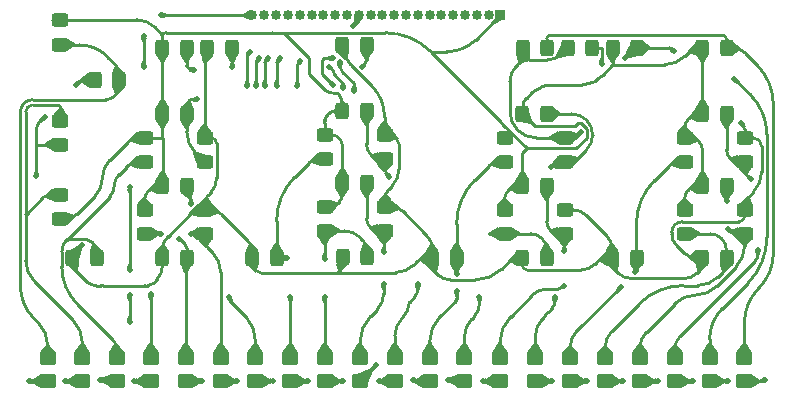
<source format=gbr>
%TF.GenerationSoftware,KiCad,Pcbnew,7.0.7*%
%TF.CreationDate,2024-09-12T05:12:33-04:00*%
%TF.ProjectId,Fluke_LCD,466c756b-655f-44c4-9344-2e6b69636164,rev?*%
%TF.SameCoordinates,Original*%
%TF.FileFunction,Copper,L1,Top*%
%TF.FilePolarity,Positive*%
%FSLAX46Y46*%
G04 Gerber Fmt 4.6, Leading zero omitted, Abs format (unit mm)*
G04 Created by KiCad (PCBNEW 7.0.7) date 2024-09-12 05:12:33*
%MOMM*%
%LPD*%
G01*
G04 APERTURE LIST*
G04 Aperture macros list*
%AMRoundRect*
0 Rectangle with rounded corners*
0 $1 Rounding radius*
0 $2 $3 $4 $5 $6 $7 $8 $9 X,Y pos of 4 corners*
0 Add a 4 corners polygon primitive as box body*
4,1,4,$2,$3,$4,$5,$6,$7,$8,$9,$2,$3,0*
0 Add four circle primitives for the rounded corners*
1,1,$1+$1,$2,$3*
1,1,$1+$1,$4,$5*
1,1,$1+$1,$6,$7*
1,1,$1+$1,$8,$9*
0 Add four rect primitives between the rounded corners*
20,1,$1+$1,$2,$3,$4,$5,0*
20,1,$1+$1,$4,$5,$6,$7,0*
20,1,$1+$1,$6,$7,$8,$9,0*
20,1,$1+$1,$8,$9,$2,$3,0*%
G04 Aperture macros list end*
%TA.AperFunction,SMDPad,CuDef*%
%ADD10RoundRect,0.250000X-0.450000X0.325000X-0.450000X-0.325000X0.450000X-0.325000X0.450000X0.325000X0*%
%TD*%
%TA.AperFunction,SMDPad,CuDef*%
%ADD11RoundRect,0.250000X-0.325000X-0.450000X0.325000X-0.450000X0.325000X0.450000X-0.325000X0.450000X0*%
%TD*%
%TA.AperFunction,SMDPad,CuDef*%
%ADD12RoundRect,0.250000X0.450000X-0.325000X0.450000X0.325000X-0.450000X0.325000X-0.450000X-0.325000X0*%
%TD*%
%TA.AperFunction,SMDPad,CuDef*%
%ADD13RoundRect,0.250000X0.450000X-0.350000X0.450000X0.350000X-0.450000X0.350000X-0.450000X-0.350000X0*%
%TD*%
%TA.AperFunction,ComponentPad*%
%ADD14R,0.850000X0.850000*%
%TD*%
%TA.AperFunction,ComponentPad*%
%ADD15O,0.850000X0.850000*%
%TD*%
%TA.AperFunction,ViaPad*%
%ADD16C,0.500000*%
%TD*%
%TA.AperFunction,ViaPad*%
%ADD17C,0.300000*%
%TD*%
%TA.AperFunction,Conductor*%
%ADD18C,0.250000*%
%TD*%
G04 APERTURE END LIST*
D10*
%TO.P,D15,1,K*%
%TO.N,/BottomGround*%
X182880000Y-69324000D03*
%TO.P,D15,2,A*%
%TO.N,Net-(D12-A)*%
X182880000Y-71374000D03*
%TD*%
D11*
%TO.P,D7,1,K*%
%TO.N,/BottomGround*%
X164075000Y-73660000D03*
%TO.P,D7,2,A*%
%TO.N,Net-(D5-A)*%
X166125000Y-73660000D03*
%TD*%
D12*
%TO.P,D41,1,K*%
%TO.N,/BottomGround*%
X155400000Y-64100000D03*
%TO.P,D41,2,A*%
%TO.N,/HalfDigit*%
X155400000Y-62050000D03*
%TD*%
D11*
%TO.P,D13,1,K*%
%TO.N,/BottomGround*%
X179350000Y-73600000D03*
%TO.P,D13,2,A*%
%TO.N,Net-(D10-A)*%
X181400000Y-73600000D03*
%TD*%
D10*
%TO.P,D22,1,K*%
%TO.N,/BottomGround*%
X198120000Y-63482000D03*
%TO.P,D22,2,A*%
%TO.N,Net-(D19-A)*%
X198120000Y-65532000D03*
%TD*%
D13*
%TO.P,R6,1*%
%TO.N,Net-(J1-Pin_20)*%
X157300000Y-84100000D03*
%TO.P,R6,2*%
%TO.N,/HalfDigit*%
X157300000Y-82100000D03*
%TD*%
D10*
%TO.P,D3,1,K*%
%TO.N,/BottomGround*%
X167640000Y-63491000D03*
%TO.P,D3,2,A*%
%TO.N,Net-(D2-A)*%
X167640000Y-65541000D03*
%TD*%
D11*
%TO.P,D39,1,K*%
%TO.N,/TopGround*%
X164075000Y-55880000D03*
%TO.P,D39,2,A*%
%TO.N,/kHz{slash}Hz{slash}dB*%
X166125000Y-55880000D03*
%TD*%
D10*
%TO.P,D23,1,K*%
%TO.N,/BottomGround*%
X198120000Y-69578000D03*
%TO.P,D23,2,A*%
%TO.N,Net-(D20-A)*%
X198120000Y-71628000D03*
%TD*%
D13*
%TO.P,R38,1*%
%TO.N,Net-(J1-Pin_4)*%
X207450000Y-84100000D03*
%TO.P,R38,2*%
%TO.N,Net-(D27-A)*%
X207450000Y-82100000D03*
%TD*%
%TO.P,R34,1*%
%TO.N,Net-(J1-Pin_6)*%
X201550000Y-84100000D03*
%TO.P,R34,2*%
%TO.N,Net-(D26-A)*%
X201550000Y-82100000D03*
%TD*%
D11*
%TO.P,D19,1,K*%
%TO.N,/TopGround*%
X194546000Y-61468000D03*
%TO.P,D19,2,A*%
%TO.N,Net-(D19-A)*%
X196596000Y-61468000D03*
%TD*%
%TO.P,D28,1,K*%
%TO.N,/TopGround*%
X209786000Y-67564000D03*
%TO.P,D28,2,A*%
%TO.N,Net-(D28-A)*%
X211836000Y-67564000D03*
%TD*%
%TO.P,D34,1,K*%
%TO.N,/BottomGround*%
X198374000Y-55880000D03*
%TO.P,D34,2,A*%
%TO.N,Net-(D33-A)*%
X200424000Y-55880000D03*
%TD*%
%TO.P,D44,1,K*%
%TO.N,/BottomGround*%
X156455000Y-73660000D03*
%TO.P,D44,2,A*%
%TO.N,Net-(D1-A)*%
X158505000Y-73660000D03*
%TD*%
D10*
%TO.P,D31,1,K*%
%TO.N,/BottomGround*%
X213360000Y-69578000D03*
%TO.P,D31,2,A*%
%TO.N,Net-(D28-A)*%
X213360000Y-71628000D03*
%TD*%
D11*
%TO.P,D4,1,K*%
%TO.N,/TopGround*%
X164075000Y-67564000D03*
%TO.P,D4,2,A*%
%TO.N,Net-(D4-A)*%
X166125000Y-67564000D03*
%TD*%
D12*
%TO.P,D43,1,K*%
%TO.N,/TopGround*%
X155400000Y-70350000D03*
%TO.P,D43,2,A*%
%TO.N,/HalfDigit*%
X155400000Y-68300000D03*
%TD*%
D13*
%TO.P,R40,1*%
%TO.N,Net-(J1-Pin_3)*%
X210400000Y-84100000D03*
%TO.P,R40,2*%
%TO.N,Net-(D33-A)*%
X210400000Y-82100000D03*
%TD*%
D11*
%TO.P,D11,1,K*%
%TO.N,/TopGround*%
X179306000Y-61214000D03*
%TO.P,D11,2,A*%
%TO.N,Net-(D11-A)*%
X181356000Y-61214000D03*
%TD*%
%TO.P,D27,1,K*%
%TO.N,/TopGround*%
X209786000Y-61468000D03*
%TO.P,D27,2,A*%
%TO.N,Net-(D27-A)*%
X211836000Y-61468000D03*
%TD*%
%TO.P,D33,1,K*%
%TO.N,/TopGround*%
X202184000Y-55880000D03*
%TO.P,D33,2,A*%
%TO.N,Net-(D33-A)*%
X204234000Y-55880000D03*
%TD*%
D13*
%TO.P,R18,1*%
%TO.N,Net-(J1-Pin_14)*%
X177850000Y-84100000D03*
%TO.P,R18,2*%
%TO.N,Net-(D10-A)*%
X177850000Y-82100000D03*
%TD*%
%TO.P,R12,1*%
%TO.N,Net-(J1-Pin_17)*%
X169000000Y-84100000D03*
%TO.P,R12,2*%
%TO.N,Net-(D4-A)*%
X169000000Y-82100000D03*
%TD*%
%TO.P,R36,1*%
%TO.N,Net-(J1-Pin_5)*%
X204500000Y-84100000D03*
%TO.P,R36,2*%
%TO.N,Net-(D28-A)*%
X204500000Y-82100000D03*
%TD*%
D11*
%TO.P,D36,1,K*%
%TO.N,/BottomGround*%
X179315000Y-55626000D03*
%TO.P,D36,2,A*%
%TO.N,/kHz{slash}Hz{slash}dB*%
X181365000Y-55626000D03*
%TD*%
D10*
%TO.P,D9,1,K*%
%TO.N,/TopGround*%
X177800000Y-63228000D03*
%TO.P,D9,2,A*%
%TO.N,Net-(D8-A)*%
X177800000Y-65278000D03*
%TD*%
D11*
%TO.P,D42,1,K*%
%TO.N,/BottomGround*%
X158350000Y-58600000D03*
%TO.P,D42,2,A*%
%TO.N,/Low Battery {slash} Negative*%
X160400000Y-58600000D03*
%TD*%
D10*
%TO.P,D18,1,K*%
%TO.N,/TopGround*%
X193040000Y-69578000D03*
%TO.P,D18,2,A*%
%TO.N,Net-(D18-A)*%
X193040000Y-71628000D03*
%TD*%
D13*
%TO.P,R8,1*%
%TO.N,Net-(J1-Pin_19)*%
X160250000Y-84100000D03*
%TO.P,R8,2*%
%TO.N,Net-(D1-A)*%
X160250000Y-82100000D03*
%TD*%
D10*
%TO.P,D6,1,K*%
%TO.N,/BottomGround*%
X167640000Y-69587000D03*
%TO.P,D6,2,A*%
%TO.N,Net-(D4-A)*%
X167640000Y-71637000D03*
%TD*%
D13*
%TO.P,R32,1*%
%TO.N,Net-(J1-Pin_7)*%
X198600000Y-84100000D03*
%TO.P,R32,2*%
%TO.N,Net-(D24-A)*%
X198600000Y-82100000D03*
%TD*%
D11*
%TO.P,D24,1,K*%
%TO.N,/BottomGround*%
X202175000Y-73660000D03*
%TO.P,D24,2,A*%
%TO.N,Net-(D24-A)*%
X204225000Y-73660000D03*
%TD*%
D10*
%TO.P,D40,1,K*%
%TO.N,/TopGround*%
X155400000Y-53550000D03*
%TO.P,D40,2,A*%
%TO.N,/Low Battery {slash} Negative*%
X155400000Y-55600000D03*
%TD*%
D13*
%TO.P,R1,1*%
%TO.N,Net-(J1-Pin_10)*%
X189650000Y-84100000D03*
%TO.P,R1,2*%
%TO.N,Net-(D18-A)*%
X189650000Y-82100000D03*
%TD*%
D11*
%TO.P,D32,1,K*%
%TO.N,/TopGround*%
X209786000Y-55880000D03*
%TO.P,D32,2,A*%
%TO.N,Net-(D32-A)*%
X211836000Y-55880000D03*
%TD*%
%TO.P,D2,1,K*%
%TO.N,/TopGround*%
X164075000Y-61468000D03*
%TO.P,D2,2,A*%
%TO.N,Net-(D2-A)*%
X166125000Y-61468000D03*
%TD*%
D13*
%TO.P,R10,1*%
%TO.N,Net-(J1-Pin_18)*%
X166050000Y-84100000D03*
%TO.P,R10,2*%
%TO.N,Net-(D5-A)*%
X166050000Y-82100000D03*
%TD*%
D11*
%TO.P,D35,1,K*%
%TO.N,/BottomGround*%
X194564000Y-55880000D03*
%TO.P,D35,2,A*%
%TO.N,Net-(D32-A)*%
X196614000Y-55880000D03*
%TD*%
%TO.P,D20,1,K*%
%TO.N,/TopGround*%
X194555000Y-67564000D03*
%TO.P,D20,2,A*%
%TO.N,Net-(D20-A)*%
X196605000Y-67564000D03*
%TD*%
%TO.P,D21,1,K*%
%TO.N,/BottomGround*%
X194555000Y-73660000D03*
%TO.P,D21,2,A*%
%TO.N,Net-(D18-A)*%
X196605000Y-73660000D03*
%TD*%
D13*
%TO.P,R42,1*%
%TO.N,Net-(J1-Pin_2)*%
X213350000Y-84100000D03*
%TO.P,R42,2*%
%TO.N,Net-(D32-A)*%
X213350000Y-82100000D03*
%TD*%
%TO.P,R28,1*%
%TO.N,Net-(J1-Pin_9)*%
X192650000Y-84100000D03*
%TO.P,R28,2*%
%TO.N,Net-(D20-A)*%
X192650000Y-82100000D03*
%TD*%
D11*
%TO.P,D8,1,K*%
%TO.N,/BottomGround*%
X171695000Y-73660000D03*
%TO.P,D8,2,A*%
%TO.N,Net-(D8-A)*%
X173745000Y-73660000D03*
%TD*%
D10*
%TO.P,D14,1,K*%
%TO.N,/BottomGround*%
X182880000Y-63228000D03*
%TO.P,D14,2,A*%
%TO.N,Net-(D11-A)*%
X182880000Y-65278000D03*
%TD*%
%TO.P,D26,1,K*%
%TO.N,/TopGround*%
X208280000Y-69578000D03*
%TO.P,D26,2,A*%
%TO.N,Net-(D26-A)*%
X208280000Y-71628000D03*
%TD*%
D13*
%TO.P,R20,1*%
%TO.N,Net-(J1-Pin_13)*%
X180800000Y-84100000D03*
%TO.P,R20,2*%
%TO.N,Net-(D12-A)*%
X180800000Y-82100000D03*
%TD*%
%TO.P,R14,1*%
%TO.N,Net-(J1-Pin_16)*%
X171950000Y-84100000D03*
%TO.P,R14,2*%
%TO.N,Net-(D2-A)*%
X171950000Y-82100000D03*
%TD*%
D10*
%TO.P,D5,1,K*%
%TO.N,/TopGround*%
X162560000Y-69587000D03*
%TO.P,D5,2,A*%
%TO.N,Net-(D5-A)*%
X162560000Y-71637000D03*
%TD*%
D13*
%TO.P,R16,1*%
%TO.N,Net-(J1-Pin_15)*%
X174900000Y-84100000D03*
%TO.P,R16,2*%
%TO.N,Net-(D8-A)*%
X174900000Y-82100000D03*
%TD*%
%TO.P,R22,1*%
%TO.N,Net-(J1-Pin_12)*%
X183750000Y-84100000D03*
%TO.P,R22,2*%
%TO.N,Net-(D11-A)*%
X183750000Y-82100000D03*
%TD*%
D10*
%TO.P,D25,1,K*%
%TO.N,/TopGround*%
X208280000Y-63482000D03*
%TO.P,D25,2,A*%
%TO.N,Net-(D24-A)*%
X208280000Y-65532000D03*
%TD*%
D11*
%TO.P,D16,1,K*%
%TO.N,/BottomGround*%
X186935000Y-73660000D03*
%TO.P,D16,2,A*%
%TO.N,Net-(D16-A)*%
X188985000Y-73660000D03*
%TD*%
D10*
%TO.P,D17,1,K*%
%TO.N,/TopGround*%
X193040000Y-63482000D03*
%TO.P,D17,2,A*%
%TO.N,Net-(D16-A)*%
X193040000Y-65532000D03*
%TD*%
%TO.P,D30,1,K*%
%TO.N,/BottomGround*%
X213360000Y-63482000D03*
%TO.P,D30,2,A*%
%TO.N,Net-(D27-A)*%
X213360000Y-65532000D03*
%TD*%
D11*
%TO.P,D12,1,K*%
%TO.N,/TopGround*%
X179306000Y-67310000D03*
%TO.P,D12,2,A*%
%TO.N,Net-(D12-A)*%
X181356000Y-67310000D03*
%TD*%
D10*
%TO.P,D1,1,K*%
%TO.N,/TopGround*%
X162560000Y-63491000D03*
%TO.P,D1,2,A*%
%TO.N,Net-(D1-A)*%
X162560000Y-65541000D03*
%TD*%
D13*
%TO.P,R24,1*%
%TO.N,Net-(J1-Pin_11)*%
X186700000Y-84100000D03*
%TO.P,R24,2*%
%TO.N,Net-(D16-A)*%
X186700000Y-82100000D03*
%TD*%
D11*
%TO.P,D38,1,K*%
%TO.N,/BottomGround*%
X167885000Y-55880000D03*
%TO.P,D38,2,A*%
%TO.N,/kHz{slash}Hz{slash}dB*%
X169935000Y-55880000D03*
%TD*%
D13*
%TO.P,R2,1*%
%TO.N,Net-(J1-Pin_22)*%
X163100000Y-84100000D03*
%TO.P,R2,2*%
%TO.N,/kHz{slash}Hz{slash}dB*%
X163100000Y-82100000D03*
%TD*%
%TO.P,R30,1*%
%TO.N,Net-(J1-Pin_8)*%
X195650000Y-84100000D03*
%TO.P,R30,2*%
%TO.N,Net-(D19-A)*%
X195650000Y-82100000D03*
%TD*%
D11*
%TO.P,D29,1,K*%
%TO.N,/BottomGround*%
X209786000Y-73642000D03*
%TO.P,D29,2,A*%
%TO.N,Net-(D26-A)*%
X211836000Y-73642000D03*
%TD*%
D10*
%TO.P,D10,1,K*%
%TO.N,/TopGround*%
X177800000Y-69333000D03*
%TO.P,D10,2,A*%
%TO.N,Net-(D10-A)*%
X177800000Y-71383000D03*
%TD*%
D13*
%TO.P,R4,1*%
%TO.N,Net-(J1-Pin_21)*%
X154350000Y-84100000D03*
%TO.P,R4,2*%
%TO.N,/Low Battery {slash} Negative*%
X154350000Y-82100000D03*
%TD*%
D14*
%TO.P,J1,1,Pin_1*%
%TO.N,/TopGround*%
X192700000Y-53100000D03*
D15*
%TO.P,J1,2,Pin_2*%
%TO.N,Net-(J1-Pin_2)*%
X191700000Y-53100000D03*
%TO.P,J1,3,Pin_3*%
%TO.N,Net-(J1-Pin_3)*%
X190700000Y-53100000D03*
%TO.P,J1,4,Pin_4*%
%TO.N,Net-(J1-Pin_4)*%
X189700000Y-53100000D03*
%TO.P,J1,5,Pin_5*%
%TO.N,Net-(J1-Pin_5)*%
X188700000Y-53100000D03*
%TO.P,J1,6,Pin_6*%
%TO.N,Net-(J1-Pin_6)*%
X187700000Y-53100000D03*
%TO.P,J1,7,Pin_7*%
%TO.N,Net-(J1-Pin_7)*%
X186700000Y-53100000D03*
%TO.P,J1,8,Pin_8*%
%TO.N,Net-(J1-Pin_8)*%
X185700000Y-53100000D03*
%TO.P,J1,9,Pin_9*%
%TO.N,Net-(J1-Pin_9)*%
X184700000Y-53100000D03*
%TO.P,J1,10,Pin_10*%
%TO.N,Net-(J1-Pin_10)*%
X183700000Y-53100000D03*
%TO.P,J1,11,Pin_11*%
%TO.N,Net-(J1-Pin_11)*%
X182700000Y-53100000D03*
%TO.P,J1,12,Pin_12*%
%TO.N,Net-(J1-Pin_12)*%
X181700000Y-53100000D03*
%TO.P,J1,13,Pin_13*%
%TO.N,Net-(J1-Pin_13)*%
X180700000Y-53100000D03*
%TO.P,J1,14,Pin_14*%
%TO.N,Net-(J1-Pin_14)*%
X179700000Y-53100000D03*
%TO.P,J1,15,Pin_15*%
%TO.N,Net-(J1-Pin_15)*%
X178700000Y-53100000D03*
%TO.P,J1,16,Pin_16*%
%TO.N,Net-(J1-Pin_16)*%
X177700000Y-53100000D03*
%TO.P,J1,17,Pin_17*%
%TO.N,Net-(J1-Pin_17)*%
X176700000Y-53100000D03*
%TO.P,J1,18,Pin_18*%
%TO.N,Net-(J1-Pin_18)*%
X175700000Y-53100000D03*
%TO.P,J1,19,Pin_19*%
%TO.N,Net-(J1-Pin_19)*%
X174700000Y-53100000D03*
%TO.P,J1,20,Pin_20*%
%TO.N,Net-(J1-Pin_20)*%
X173700000Y-53100000D03*
%TO.P,J1,21,Pin_21*%
%TO.N,Net-(J1-Pin_21)*%
X172700000Y-53100000D03*
%TO.P,J1,22,Pin_22*%
%TO.N,Net-(J1-Pin_22)*%
X171700000Y-53100000D03*
%TD*%
D16*
%TO.N,Net-(D5-A)*%
X165473409Y-72026591D03*
X163963000Y-71637000D03*
%TO.N,Net-(D10-A)*%
X177800000Y-77000000D03*
X177800000Y-73750000D03*
D17*
%TO.N,Net-(D18-A)*%
X191700000Y-71628000D03*
D16*
X190900000Y-77000000D03*
%TO.N,Net-(D27-A)*%
X214500000Y-73000000D03*
X213900000Y-67000000D03*
%TO.N,Net-(D33-A)*%
X203250000Y-56750000D03*
X207389091Y-56110909D03*
X201259500Y-57250000D03*
X212500000Y-58500000D03*
%TO.N,Net-(J1-Pin_10)*%
X188250000Y-84000000D03*
%TO.N,Net-(J1-Pin_22)*%
X162500000Y-57500000D03*
X162500000Y-54900000D03*
X161300000Y-67700000D03*
X163970710Y-53100000D03*
X161300000Y-79100000D03*
X161300000Y-76800000D03*
X161700000Y-84100000D03*
X161300000Y-74700000D03*
%TO.N,Net-(J1-Pin_21)*%
X152800000Y-84100000D03*
%TO.N,Net-(J1-Pin_20)*%
X155800000Y-84100000D03*
%TO.N,Net-(J1-Pin_19)*%
X171500000Y-56250000D03*
X158800000Y-84000000D03*
X171250000Y-59100000D03*
%TO.N,Net-(J1-Pin_18)*%
X172233628Y-56733628D03*
X167400000Y-84100000D03*
X172000000Y-59100000D03*
%TO.N,Net-(J1-Pin_17)*%
X170400000Y-84100000D03*
X172750000Y-59099833D03*
X173002971Y-56767755D03*
%TO.N,Net-(J1-Pin_16)*%
X173750000Y-59100000D03*
X174000000Y-56774500D03*
X173400000Y-84100000D03*
%TO.N,Net-(J1-Pin_15)*%
X176400000Y-84100000D03*
X175750000Y-56975500D03*
X175500000Y-59100000D03*
%TO.N,Net-(J1-Pin_14)*%
X179400000Y-59250000D03*
X179400000Y-84100000D03*
X178209633Y-57475500D03*
%TO.N,Net-(J1-Pin_13)*%
X178500000Y-56750000D03*
X182200000Y-82700000D03*
X180250000Y-54000000D03*
X178500000Y-59000000D03*
%TO.N,Net-(J1-Pin_12)*%
X179101832Y-57104086D03*
X180300000Y-59500000D03*
X182400000Y-84100000D03*
%TO.N,Net-(J1-Pin_11)*%
X185300000Y-84000000D03*
%TO.N,Net-(J1-Pin_9)*%
X191250000Y-84100000D03*
%TO.N,Net-(J1-Pin_8)*%
X197100000Y-84100000D03*
%TO.N,Net-(J1-Pin_7)*%
X200000000Y-84100000D03*
%TO.N,Net-(J1-Pin_6)*%
X203100000Y-84100000D03*
%TO.N,Net-(J1-Pin_5)*%
X206000000Y-84100000D03*
%TO.N,Net-(J1-Pin_4)*%
X209000000Y-84100000D03*
%TO.N,Net-(J1-Pin_3)*%
X212000000Y-84100000D03*
%TO.N,Net-(J1-Pin_2)*%
X215100000Y-84000000D03*
%TO.N,/BottomGround*%
X154094500Y-61738000D03*
X157250000Y-72589511D03*
X153400000Y-66750000D03*
X199475500Y-63000000D03*
X213050000Y-62250000D03*
X156775000Y-59025000D03*
%TO.N,Net-(D28-A)*%
X211836000Y-68864000D03*
X212000000Y-71200000D03*
%TO.N,Net-(D2-A)*%
X167000000Y-60250000D03*
X169750000Y-77000000D03*
%TO.N,Net-(D4-A)*%
X166500000Y-69100000D03*
X166500000Y-71600000D03*
%TO.N,Net-(D8-A)*%
X174600000Y-73700000D03*
X174900000Y-77000000D03*
%TO.N,Net-(D11-A)*%
X183300000Y-66800000D03*
X185700000Y-75900000D03*
%TO.N,Net-(D12-A)*%
X182800000Y-73200000D03*
X182800000Y-75900000D03*
%TO.N,Net-(D16-A)*%
X189000000Y-75000000D03*
X189000000Y-76500000D03*
%TO.N,Net-(D19-A)*%
X197300000Y-77000000D03*
X197000000Y-66000000D03*
%TO.N,Net-(D20-A)*%
X198100000Y-76000000D03*
X198100000Y-73100000D03*
%TO.N,Net-(D24-A)*%
X204112500Y-74875500D03*
X202900000Y-76100000D03*
%TO.N,/kHz{slash}Hz{slash}dB*%
X163100000Y-76750000D03*
X181000000Y-57500000D03*
X166750000Y-57750000D03*
X170000000Y-57500000D03*
%TD*%
D18*
%TO.N,Net-(J1-Pin_9)*%
X191250000Y-84100000D02*
X192650000Y-84100000D01*
%TO.N,Net-(J1-Pin_10)*%
X188250000Y-84000000D02*
X189550000Y-84000000D01*
X189550000Y-84000000D02*
X189650000Y-84100000D01*
%TO.N,Net-(D5-A)*%
X166125000Y-72856326D02*
X166125000Y-73606966D01*
X166050000Y-73788033D02*
X166050000Y-82100000D01*
X163963000Y-71637000D02*
X162560000Y-71637000D01*
X165549022Y-72026591D02*
X165999904Y-72477473D01*
X165473409Y-72026591D02*
X165549022Y-72026591D01*
X166124982Y-72856326D02*
G75*
G03*
X165999904Y-72477473I-653482J-5674D01*
G01*
X166087510Y-73697510D02*
G75*
G03*
X166125000Y-73606966I-90510J90510D01*
G01*
X166087490Y-73697490D02*
G75*
G03*
X166050000Y-73788033I90510J-90510D01*
G01*
%TO.N,Net-(D10-A)*%
X177800000Y-73750000D02*
X177800000Y-71383000D01*
X180841500Y-71941500D02*
X181011091Y-72111091D01*
X179493161Y-71383000D02*
X177800000Y-71383000D01*
X177825000Y-82075000D02*
X177850000Y-82100000D01*
X181400000Y-73050000D02*
X181400000Y-73600000D01*
X177800000Y-82014644D02*
X177800000Y-77000000D01*
X177799982Y-82014644D02*
G75*
G03*
X177825000Y-82075000I85418J44D01*
G01*
X180841511Y-71941489D02*
G75*
G03*
X179493161Y-71383000I-1348311J-1348311D01*
G01*
X181400005Y-73050000D02*
G75*
G03*
X181011091Y-72111091I-1327805J0D01*
G01*
%TO.N,Net-(D18-A)*%
X195278578Y-71628000D02*
X193040000Y-71628000D01*
X191700000Y-71628000D02*
X193040000Y-71628000D01*
X196605000Y-72954421D02*
X196605000Y-73660000D01*
X190475735Y-78624264D02*
X190275000Y-78825000D01*
X189650000Y-80333883D02*
X189650000Y-82100000D01*
X190900000Y-77000000D02*
X190900000Y-77600000D01*
X190275005Y-78825005D02*
G75*
G03*
X189650000Y-80333883I1508895J-1508895D01*
G01*
X196604990Y-72954421D02*
G75*
G03*
X196216499Y-72016501I-1326390J21D01*
G01*
X190475730Y-78624259D02*
G75*
G03*
X190900000Y-77600000I-1024230J1024259D01*
G01*
X196216506Y-72016494D02*
G75*
G03*
X195278578Y-71628000I-937906J-937906D01*
G01*
%TO.N,Net-(D26-A)*%
X211836000Y-73169268D02*
X211836000Y-73169384D01*
X211836000Y-73521533D02*
X211836000Y-73528655D01*
X211836000Y-73416594D02*
X211836000Y-73416552D01*
X211836000Y-73300388D02*
X211836000Y-73301069D01*
X211836000Y-73080939D02*
X211836000Y-73081109D01*
X211836000Y-73167091D02*
X211836000Y-73167769D01*
X211836000Y-73106943D02*
X211836000Y-73107165D01*
X211836000Y-73054487D02*
X211836000Y-73055164D01*
X211836000Y-73102244D02*
X211836000Y-73102562D01*
X211836000Y-73007993D02*
X211836000Y-73008046D01*
X211836000Y-73788800D02*
X211836000Y-73796071D01*
X211836000Y-73033985D02*
X211836000Y-73034790D01*
X211836000Y-73007447D02*
X211836000Y-73007489D01*
X211836000Y-73106480D02*
X211836000Y-73106580D01*
X211836000Y-73424188D02*
X211836000Y-73424272D01*
X211836000Y-73020335D02*
X211836000Y-73020303D01*
X211836000Y-73582929D02*
X211836000Y-73583152D01*
X211836000Y-73196766D02*
X211836000Y-73196808D01*
X211836000Y-73417529D02*
X211836000Y-73417741D01*
X211836000Y-73402225D02*
X211836000Y-73402416D01*
X211836000Y-73303781D02*
X211836000Y-73303951D01*
X211836000Y-73295980D02*
X211836000Y-73297337D01*
X211836000Y-73010413D02*
X211836000Y-73010457D01*
X211836000Y-73046340D02*
X211836000Y-73046584D01*
X211836000Y-73063112D02*
X211836000Y-73063324D01*
X211836000Y-73019632D02*
X211836000Y-73019801D01*
X211836000Y-73247919D02*
X211836000Y-73249715D01*
X211836000Y-73164949D02*
X211836000Y-73165247D01*
X211836000Y-73160115D02*
X211836000Y-73161238D01*
X211836000Y-73046743D02*
X211836000Y-73046817D01*
X211836000Y-73673143D02*
X211836000Y-73669963D01*
X211836000Y-73323154D02*
X211836000Y-73323748D01*
X211836000Y-73418760D02*
X211836000Y-73419100D01*
X211836000Y-73309422D02*
X211836000Y-73309506D01*
X211836000Y-73664705D02*
X211836000Y-73664155D01*
X211836000Y-73011324D02*
X211836000Y-73011493D01*
X211836000Y-73165735D02*
X211836000Y-73165925D01*
X211836000Y-73307681D02*
X211836000Y-73307850D01*
X211836000Y-73010814D02*
X211836000Y-73010756D01*
X211836000Y-73034790D02*
X211836000Y-73035108D01*
X211836000Y-73189515D02*
X211836000Y-73189600D01*
X211836000Y-73053639D02*
X211836000Y-73053808D01*
X211836000Y-73170650D02*
X211836000Y-73170819D01*
X211836000Y-73774301D02*
X211836000Y-73781487D01*
X211836000Y-73007993D02*
X211836000Y-73007935D01*
X211836000Y-73164715D02*
X211836000Y-73164885D01*
X211836000Y-73018742D02*
X211836000Y-73018827D01*
X211836000Y-73017476D02*
X211836000Y-73017407D01*
X211836000Y-73372057D02*
X211836000Y-73372458D01*
X211836000Y-73212689D02*
X211836000Y-73212732D01*
X211836000Y-73016180D02*
X211836000Y-73016467D01*
X211836000Y-73386961D02*
X211836000Y-73387449D01*
X211836000Y-73062519D02*
X211836000Y-73062561D01*
X211836000Y-73176268D02*
X211836000Y-73175992D01*
X211836000Y-73101438D02*
X211836000Y-73102244D01*
X211836000Y-73238890D02*
X211836000Y-73238933D01*
X211836000Y-74008446D02*
X211836000Y-74011550D01*
X211836000Y-73172431D02*
X211836000Y-73172601D01*
X211836000Y-73007531D02*
X211836000Y-73007546D01*
X211836000Y-73011662D02*
X211836000Y-73011833D01*
X211836000Y-73349230D02*
X211836000Y-73356014D01*
X211836000Y-73291401D02*
X211836000Y-73291571D01*
X211836000Y-73440131D02*
X211836000Y-73442843D01*
X211836000Y-73781529D02*
X211836000Y-73781487D01*
X211836000Y-73831333D02*
X211836000Y-73837680D01*
X211836000Y-73170481D02*
X211836000Y-73169993D01*
X211836000Y-73586993D02*
X211836000Y-73587671D01*
X211836000Y-73008153D02*
X211836000Y-73008169D01*
X211836000Y-73165925D02*
X211836000Y-73165952D01*
X211836000Y-73251553D02*
X211836000Y-73255167D01*
X211836000Y-73480321D02*
X211836000Y-73480659D01*
X211836000Y-73335661D02*
X211836000Y-73337526D01*
X211836000Y-73299033D02*
X211836000Y-73299711D01*
X211836000Y-73443690D02*
X211836000Y-73444707D01*
X211836000Y-73109918D02*
X211836000Y-73110215D01*
X211836000Y-73656695D02*
X211836000Y-73655212D01*
X211836000Y-73139873D02*
X211836000Y-73144367D01*
X211836000Y-73404748D02*
X211836000Y-73405002D01*
X211836000Y-73570881D02*
X211836000Y-73571051D01*
X211836000Y-73010329D02*
X211836000Y-73010413D01*
X211836000Y-73169548D02*
X211836000Y-73169384D01*
X211836000Y-73106269D02*
X211836000Y-73106480D01*
X211836000Y-73009948D02*
X211836000Y-73010160D01*
X211836000Y-73085729D02*
X211836000Y-73085856D01*
X211836000Y-73067482D02*
X211836000Y-73068395D01*
X211836000Y-73087425D02*
X211836000Y-73088188D01*
X211836000Y-73449284D02*
X211836000Y-73449963D01*
X211836000Y-73599031D02*
X211836000Y-73602762D01*
X211836000Y-73877186D02*
X211836000Y-73891182D01*
X211836000Y-73221868D02*
X211836000Y-73222207D01*
X211836000Y-73172601D02*
X211836000Y-73172918D01*
X211836000Y-73107393D02*
X211836000Y-73108072D01*
X211836000Y-73585637D02*
X211836000Y-73586315D01*
X211836000Y-73412101D02*
X211836000Y-73412144D01*
X211836000Y-73503046D02*
X211836000Y-73503597D01*
X211836000Y-73031229D02*
X211836000Y-73031590D01*
X211836000Y-73583603D02*
X211836000Y-73583375D01*
X211836000Y-73301069D02*
X211836000Y-73301747D01*
X211836000Y-73357943D02*
X211836000Y-73360868D01*
X211836000Y-73166413D02*
X211836000Y-73166196D01*
X211836000Y-73106011D02*
X211836000Y-73106058D01*
X211836000Y-73053427D02*
X211836000Y-73053512D01*
X211836000Y-73314804D02*
X211836000Y-73314846D01*
X211836000Y-73365194D02*
X211836000Y-73364666D01*
X211836000Y-73045815D02*
X211836000Y-73046096D01*
X211836000Y-73054487D02*
X211836000Y-73054275D01*
X211836000Y-73168892D02*
X211836000Y-73169104D01*
X211836000Y-74100804D02*
X211836000Y-74103000D01*
X211836000Y-73192358D02*
X211836000Y-73192527D01*
X211836000Y-74051454D02*
X211836000Y-74059594D01*
X211836000Y-73010588D02*
X211836000Y-73010640D01*
X211836000Y-73091112D02*
X211836000Y-73092807D01*
X211836000Y-73575949D02*
X211836000Y-73577751D01*
X211836000Y-73208582D02*
X211836000Y-73209483D01*
X211836000Y-73417741D02*
X211836000Y-73418250D01*
X211836000Y-73432157D02*
X211836000Y-73432494D01*
X211836000Y-73226595D02*
X211836000Y-73226553D01*
X211836000Y-73310056D02*
X211836000Y-73310183D01*
X211836000Y-73624471D02*
X211836000Y-73621079D01*
X211836000Y-73020414D02*
X211836000Y-73020457D01*
X211836000Y-73588137D02*
X211836000Y-73588391D01*
X211836000Y-73415240D02*
X211836000Y-73415494D01*
X211836000Y-73167997D02*
X211836000Y-73167769D01*
X211836000Y-73469127D02*
X211836000Y-73473537D01*
X211836000Y-73186972D02*
X211836000Y-73187735D01*
X211836000Y-73387745D02*
X211836000Y-73388041D01*
X211836000Y-73124038D02*
X211836000Y-73124081D01*
X211836000Y-73227386D02*
X211836000Y-73227275D01*
X211836000Y-73307385D02*
X211836000Y-73307512D01*
X211836000Y-73046096D02*
X211836000Y-73046340D01*
X211836000Y-73062646D02*
X211836000Y-73062858D01*
X211836000Y-73032020D02*
X211836000Y-73032073D01*
X211836000Y-73165477D02*
X211836000Y-73165545D01*
X211836000Y-73083608D02*
X211836000Y-73083693D01*
X211836000Y-73012046D02*
X211836000Y-73012130D01*
X211836000Y-73399272D02*
X211836000Y-73398131D01*
X211836000Y-73383909D02*
X211836000Y-73385520D01*
X211836000Y-73381788D02*
X211836000Y-73383739D01*
X211836000Y-73019464D02*
X211836000Y-73019632D01*
X211836000Y-73405765D02*
X211836000Y-73406655D01*
X211836000Y-73395358D02*
X211836000Y-73396036D01*
X211836000Y-73030742D02*
X211836000Y-73031187D01*
X211836000Y-73221573D02*
X211836000Y-73221530D01*
X211836000Y-73571051D02*
X211836000Y-73571221D01*
X211836000Y-73455730D02*
X211836000Y-73459800D01*
X211836000Y-74011550D02*
X211836000Y-74014654D01*
X211836000Y-73060505D02*
X211836000Y-73060675D01*
X211836000Y-73162361D02*
X211836000Y-73163336D01*
X211836000Y-73563843D02*
X211836000Y-73564012D01*
X211836000Y-73151129D02*
X211836000Y-73151171D01*
X211836000Y-73221190D02*
X211836000Y-73221360D01*
X211836000Y-73222334D02*
X211836000Y-73222419D01*
X211836000Y-73137495D02*
X211836000Y-73135292D01*
X211836000Y-73113401D02*
X211836000Y-73113926D01*
X210456657Y-71628000D02*
X208280000Y-71628000D01*
X211836000Y-73008131D02*
X211836000Y-73008099D01*
X211836000Y-73228057D02*
X211836000Y-73228226D01*
X211836000Y-73280547D02*
X211836000Y-73284108D01*
X211836000Y-73754126D02*
X211836000Y-73757571D01*
X211836000Y-73216486D02*
X211836000Y-73216501D01*
X211836000Y-73447588D02*
X211836000Y-73448945D01*
X211836000Y-73388041D02*
X211836000Y-73388232D01*
X211836000Y-73217291D02*
X211836000Y-73217969D01*
X211836000Y-73083693D02*
X211836000Y-73083778D01*
X211836000Y-73172091D02*
X211836000Y-73172261D01*
X211836000Y-73025312D02*
X211836000Y-73025524D01*
X211836000Y-73321458D02*
X211836000Y-73321203D01*
X211836000Y-73021253D02*
X211836000Y-73021134D01*
X211836000Y-73422832D02*
X211836000Y-73423510D01*
X211836000Y-73207681D02*
X211836000Y-73206775D01*
X211836000Y-73035108D02*
X211836000Y-73035278D01*
X211836000Y-73031633D02*
X211836000Y-73031590D01*
X211836000Y-73060335D02*
X211836000Y-73060505D01*
X211836000Y-73025822D02*
X211836000Y-73025779D01*
X211836000Y-73374666D02*
X211836000Y-73375770D01*
X211836000Y-73046817D02*
X211836000Y-73046891D01*
X211836000Y-73694850D02*
X211836000Y-73702058D01*
X211836000Y-74076647D02*
X211836000Y-74082849D01*
X211836000Y-73123995D02*
X211836000Y-73124038D01*
X211836000Y-73435892D02*
X211836000Y-73436234D01*
X211836000Y-73320907D02*
X211836000Y-73321033D01*
X211836000Y-73011493D02*
X211836000Y-73011662D01*
X211836000Y-73169548D02*
X211836000Y-73169993D01*
X211836000Y-73047678D02*
X211836000Y-73047619D01*
X211836000Y-73220680D02*
X211836000Y-73220892D01*
X211836000Y-73868737D02*
X211836000Y-73871638D01*
X211836000Y-73325021D02*
X211836000Y-73325318D01*
X211836000Y-73017364D02*
X211836000Y-73017407D01*
X211836000Y-73491896D02*
X211836000Y-73492659D01*
X211836000Y-73215001D02*
X211836000Y-73215171D01*
X211836000Y-73516956D02*
X211836000Y-73517633D01*
X211836000Y-73058667D02*
X211836000Y-73058551D01*
X211836000Y-73109239D02*
X211836000Y-73109430D01*
X211836000Y-73009831D02*
X211836000Y-73009847D01*
X211836000Y-73192739D02*
X211836000Y-73192696D01*
X211836000Y-73216617D02*
X211836000Y-73216840D01*
X211836000Y-73193672D02*
X211836000Y-73193714D01*
X211836000Y-73062858D02*
X211836000Y-73063112D01*
X211836000Y-73313956D02*
X211836000Y-73314804D01*
X211836000Y-73493422D02*
X211836000Y-73494228D01*
X211836000Y-73047893D02*
X211836000Y-73048168D01*
X211836000Y-73209961D02*
X211836000Y-73210401D01*
X211836000Y-73480659D02*
X211836000Y-73480997D01*
X211836000Y-73616160D02*
X211836000Y-73616839D01*
X211836000Y-73759885D02*
X211836000Y-73760054D01*
X211836000Y-73323960D02*
X211836000Y-73324130D01*
X211836000Y-73583603D02*
X211836000Y-73584281D01*
X211836000Y-73080769D02*
X211836000Y-73080939D01*
X211836000Y-73227550D02*
X211836000Y-73227719D01*
X211836000Y-73195070D02*
X211836000Y-73195918D01*
X211836000Y-73424272D02*
X211836000Y-73424781D01*
X211836000Y-73301747D02*
X211836000Y-73302425D01*
X211836000Y-73228354D02*
X211836000Y-73228440D01*
X211836000Y-74059594D02*
X211836000Y-74076647D01*
X211836000Y-73306495D02*
X211836000Y-73306961D01*
X211836000Y-73656695D02*
X211836000Y-73660425D01*
X211836000Y-73415240D02*
X211836000Y-73415198D01*
X211836000Y-73628202D02*
X211836000Y-73631933D01*
X211836000Y-73019296D02*
X211836000Y-73019464D01*
X211836000Y-73226595D02*
X211836000Y-73226956D01*
X211836000Y-73399834D02*
X211836000Y-73400396D01*
X211836000Y-73337823D02*
X211836000Y-73340282D01*
X211836000Y-73172261D02*
X211836000Y-73172431D01*
X211836000Y-73276859D02*
X211836000Y-73280505D01*
X211836000Y-73194391D02*
X211836000Y-73194900D01*
X211836000Y-73084838D02*
X211836000Y-73085347D01*
X211836000Y-73120455D02*
X211836000Y-73123952D01*
X211836000Y-73053427D02*
X211836000Y-73053300D01*
X211836000Y-73414688D02*
X211836000Y-73414858D01*
X211836000Y-73108072D02*
X211836000Y-73108751D01*
X211836000Y-73477269D02*
X211836000Y-73478625D01*
X211836000Y-73033217D02*
X211836000Y-73033461D01*
X211836000Y-73010983D02*
X211836000Y-73011152D01*
X211836000Y-73010457D02*
X211836000Y-73010499D01*
X211836000Y-73041597D02*
X211836000Y-73042721D01*
X211836000Y-73913373D02*
X211836000Y-73929385D01*
X211836000Y-73222334D02*
X211836000Y-73222207D01*
X211836000Y-73646561D02*
X211836000Y-73651055D01*
X211836000Y-73479983D02*
X211836000Y-73479643D01*
X211836000Y-73406655D02*
X211836000Y-73407095D01*
X211836000Y-73055164D02*
X211836000Y-73055841D01*
X211836000Y-73167997D02*
X211836000Y-73168219D01*
X211836000Y-73405765D02*
X211836000Y-73405426D01*
X211836000Y-73214829D02*
X211836000Y-73215001D01*
X211836000Y-73169104D02*
X211836000Y-73169152D01*
X211836000Y-73223650D02*
X211836000Y-73224074D01*
X211836000Y-73321458D02*
X211836000Y-73321882D01*
X211836000Y-73445554D02*
X211836000Y-73446231D01*
X211836000Y-73021924D02*
X211836000Y-73021695D01*
X211836000Y-73332567D02*
X211836000Y-73333160D01*
X211836000Y-73172091D02*
X211836000Y-73170988D01*
X211836000Y-73401732D02*
X211836000Y-73401870D01*
X211836000Y-73059441D02*
X211836000Y-73059456D01*
X211836000Y-73123952D02*
X211836000Y-73123995D01*
X211836000Y-73130799D02*
X211836000Y-73129120D01*
X211836000Y-73897361D02*
X211836000Y-73891182D01*
X211836000Y-73063536D02*
X211836000Y-73063875D01*
X211836000Y-73394002D02*
X211836000Y-73390948D01*
X211836000Y-73007342D02*
X211836000Y-73007357D01*
X211836000Y-73056518D02*
X211836000Y-73057201D01*
X211836000Y-73420796D02*
X211836000Y-73421474D01*
X211836000Y-73582479D02*
X211836000Y-73582929D01*
X211836000Y-73212603D02*
X211836000Y-73212646D01*
X211836000Y-73022602D02*
X211836000Y-73023281D01*
X211836000Y-73310183D02*
X211836000Y-73310268D01*
X211836000Y-73372458D02*
X211836000Y-73373562D01*
X211836000Y-73010245D02*
X211836000Y-73010287D01*
X211836000Y-73814688D02*
X211836000Y-73824986D01*
X211836000Y-73124648D02*
X211836000Y-73125739D01*
X211836000Y-73326760D02*
X211836000Y-73326336D01*
X211836000Y-73059425D02*
X211836000Y-73059441D01*
X211836000Y-73047449D02*
X211836000Y-73047619D01*
X211836000Y-73060888D02*
X211836000Y-73060845D01*
X211836000Y-73329643D02*
X211836000Y-73331974D01*
X211836000Y-73021010D02*
X211836000Y-73021110D01*
X211836000Y-73436234D02*
X211836000Y-73437419D01*
X211836000Y-73017278D02*
X211836000Y-73017321D01*
X211836000Y-73017235D02*
X211836000Y-73017278D01*
X211836000Y-73315991D02*
X211836000Y-73317349D01*
X211836000Y-73414518D02*
X211836000Y-73414688D01*
X211836000Y-73313149D02*
X211836000Y-73313404D01*
X211836000Y-73037081D02*
X211836000Y-73038205D01*
X211836000Y-73475233D02*
X211836000Y-73476251D01*
X211836000Y-73232678D02*
X211836000Y-73232933D01*
X211836000Y-73026500D02*
X211836000Y-73026373D01*
X211836000Y-73317349D02*
X211836000Y-73317562D01*
X211836000Y-73102732D02*
X211836000Y-73102902D01*
X211836000Y-73397412D02*
X211836000Y-73398131D01*
X211836000Y-73165369D02*
X211836000Y-73165423D01*
X211836000Y-73333160D02*
X211836000Y-73333796D01*
X211836000Y-73060972D02*
X211836000Y-73061056D01*
X211836000Y-73757571D02*
X211836000Y-73759209D01*
X211836000Y-73192739D02*
X211836000Y-73192994D01*
X211836000Y-73297677D02*
X211836000Y-73298355D01*
X211836000Y-73086831D02*
X211836000Y-73087086D01*
X211836000Y-73013635D02*
X211836000Y-73013677D01*
X211836000Y-73373562D02*
X211836000Y-73374666D01*
X211836000Y-73188964D02*
X211836000Y-73189303D01*
X211836000Y-73325318D02*
X211836000Y-73326336D01*
X211836000Y-73108969D02*
X211836000Y-73109213D01*
X211836000Y-73088951D02*
X211836000Y-73089417D01*
X211836000Y-73309590D02*
X211836000Y-73309717D01*
X211836000Y-73044690D02*
X211836000Y-73045009D01*
X211836000Y-73010499D02*
X211836000Y-73010541D01*
X211836000Y-73318493D02*
X211836000Y-73318535D01*
X211836000Y-73096438D02*
X211836000Y-73096203D01*
X211836000Y-73218646D02*
X211836000Y-73219323D01*
X211836000Y-73119097D02*
X211836000Y-73119776D01*
X211836000Y-73026966D02*
X211836000Y-73027051D01*
X211836000Y-73068395D02*
X211836000Y-73071107D01*
X211836000Y-73383909D02*
X211836000Y-73383739D01*
X211836000Y-73080260D02*
X211836000Y-73080769D01*
X211836000Y-73536009D02*
X211836000Y-73542666D01*
X211836000Y-73105894D02*
X211836000Y-73106011D01*
X211836000Y-73083990D02*
X211836000Y-73083778D01*
X211836000Y-73483245D02*
X211836000Y-73484347D01*
X211836000Y-73168441D02*
X211836000Y-73168557D01*
X211836000Y-73424781D02*
X211836000Y-73425290D01*
X211836000Y-73313149D02*
X211836000Y-73313107D01*
X211836000Y-73224074D02*
X211836000Y-73224498D01*
X211836000Y-73102562D02*
X211836000Y-73102732D01*
X211836000Y-73059545D02*
X211836000Y-73059598D01*
X211836000Y-73599031D02*
X211836000Y-73597251D01*
X211836000Y-73320569D02*
X211836000Y-73320907D01*
X211836000Y-73146047D02*
X211836000Y-73144367D01*
X211836000Y-73085856D02*
X211836000Y-73086195D01*
X211836000Y-73115876D02*
X211836000Y-73117147D01*
X211836000Y-73085347D02*
X211836000Y-73085559D01*
X211836000Y-73020543D02*
X211836000Y-73020629D01*
X211836000Y-73324300D02*
X211836000Y-73324470D01*
X211836000Y-73213135D02*
X211836000Y-73213538D01*
X211836000Y-73195918D02*
X211836000Y-73196766D01*
X211836000Y-73476251D02*
X211836000Y-73477269D01*
X211836000Y-73192527D02*
X211836000Y-73192696D01*
X211836000Y-73113251D02*
X211836000Y-73113326D01*
X211836000Y-73050246D02*
X211836000Y-73049503D01*
X211836000Y-73319934D02*
X211836000Y-73320189D01*
X211836000Y-73020500D02*
X211836000Y-73020543D01*
X211836000Y-73309039D02*
X211836000Y-73309209D01*
X211836000Y-73032907D02*
X211836000Y-73032860D01*
X211836000Y-73032073D02*
X211836000Y-73032126D01*
X211836000Y-73312218D02*
X211836000Y-73312302D01*
X211836000Y-73009481D02*
X211836000Y-73009269D01*
X211836000Y-73616839D02*
X211836000Y-73618026D01*
X211836000Y-73745260D02*
X211836000Y-73745218D01*
X211836000Y-73365194D02*
X211836000Y-73367184D01*
X211836000Y-73194052D02*
X211836000Y-73194221D01*
X211836000Y-73048211D02*
X211836000Y-73048168D01*
X211836000Y-73838604D02*
X211836000Y-73846799D01*
X211836000Y-73687642D02*
X211836000Y-73682131D01*
X211836000Y-73241180D02*
X211836000Y-73242070D01*
X211836000Y-73388911D02*
X211836000Y-73389590D01*
X211836000Y-73087086D02*
X211836000Y-73087425D01*
X211836000Y-73082423D02*
X211836000Y-73082465D01*
X211836000Y-73059996D02*
X211836000Y-73060166D01*
X211836000Y-73058107D02*
X211836000Y-73057879D01*
X211836000Y-73241180D02*
X211836000Y-73240247D01*
X211836000Y-73191466D02*
X211836000Y-73191551D01*
X211836000Y-73897361D02*
X211836000Y-73913373D01*
X211836000Y-73020457D02*
X211836000Y-73020500D01*
X211836000Y-73328795D02*
X211836000Y-73329643D01*
X211836000Y-73104513D02*
X211836000Y-73104683D01*
X211836000Y-73059598D02*
X211836000Y-73059656D01*
X211836000Y-73614123D02*
X211836000Y-73606493D01*
X211836000Y-73078395D02*
X211836000Y-73079243D01*
X211836000Y-73324597D02*
X211836000Y-73325021D01*
X211836000Y-73151213D02*
X211836000Y-73154711D01*
X211836000Y-73023281D02*
X211836000Y-73023957D01*
X211836000Y-73059341D02*
X211836000Y-73059383D01*
X211836000Y-73765339D02*
X211836000Y-73767157D01*
X211836000Y-73156067D02*
X211836000Y-73156745D01*
X211836000Y-73046584D02*
X211836000Y-73046743D01*
X211836000Y-73309717D02*
X211836000Y-73310056D01*
X211836000Y-73225663D02*
X211836000Y-73224922D01*
X211836000Y-73053512D02*
X211836000Y-73053597D01*
X211836000Y-73117931D02*
X211836000Y-73118227D01*
X211836000Y-73394002D02*
X211836000Y-73394680D01*
X211836000Y-73008253D02*
X211836000Y-73008295D01*
X211836000Y-73431820D02*
X211836000Y-73432157D01*
X211836000Y-73221657D02*
X211836000Y-73221741D01*
X211836000Y-73018276D02*
X211836000Y-73018170D01*
X211836000Y-73007373D02*
X211836000Y-73007389D01*
X211836000Y-73102902D02*
X211836000Y-73103072D01*
X211836000Y-73212308D02*
X211836000Y-73212519D01*
X211836000Y-73104343D02*
X211836000Y-73104513D01*
X211836000Y-73020197D02*
X211836000Y-73020139D01*
X211836000Y-73059087D02*
X211836000Y-73059129D01*
X211836000Y-73113926D02*
X211836000Y-73115050D01*
X211836000Y-73577751D02*
X211836000Y-73579553D01*
X211836000Y-73020250D02*
X211836000Y-73020303D01*
X211836000Y-73667334D02*
X211836000Y-73669963D01*
X211836000Y-73188075D02*
X211836000Y-73188329D01*
X211836000Y-73396036D02*
X211836000Y-73396714D01*
X211836000Y-73412144D02*
X211836000Y-73412992D01*
X211836000Y-73124081D02*
X211836000Y-73124124D01*
X211836000Y-73446400D02*
X211836000Y-73446740D01*
X211836000Y-73130799D02*
X211836000Y-73135292D01*
X211836000Y-73047279D02*
X211836000Y-73047449D01*
X211836000Y-73579553D02*
X211836000Y-73579722D01*
X211836000Y-73452678D02*
X211836000Y-73453356D01*
X211836000Y-73192231D02*
X211836000Y-73192316D01*
X211836000Y-73427325D02*
X211836000Y-73428512D01*
X211836000Y-73535777D02*
X211836000Y-73536009D01*
X211836000Y-73228268D02*
X211836000Y-73228354D01*
X211836000Y-73242070D02*
X211836000Y-73242960D01*
X211836000Y-74096412D02*
X211836000Y-74092149D01*
X211836000Y-73230095D02*
X211836000Y-73230433D01*
X211836000Y-73059255D02*
X211836000Y-73059299D01*
X211836000Y-73220892D02*
X211836000Y-73221147D01*
X211836000Y-73050670D02*
X211836000Y-73051094D01*
X211836000Y-73165423D02*
X211836000Y-73165477D01*
X211836000Y-73213135D02*
X211836000Y-73213024D01*
X211836000Y-73176268D02*
X211836000Y-73177498D01*
X211836000Y-73310565D02*
X211836000Y-73311074D01*
X211836000Y-73049058D02*
X211836000Y-73049503D01*
X211836000Y-73044521D02*
X211836000Y-73044690D01*
X211836000Y-73232127D02*
X211836000Y-73232423D01*
X211836000Y-73871638D02*
X211836000Y-73877186D01*
X211836000Y-73401100D02*
X211836000Y-73400914D01*
X211836000Y-73020355D02*
X211836000Y-73020371D01*
X211836000Y-73327098D02*
X211836000Y-73327947D01*
X211836000Y-73214660D02*
X211836000Y-73214829D01*
X208200000Y-76000000D02*
X209384594Y-76000000D01*
X211836000Y-73217969D02*
X211836000Y-73218646D01*
X211836000Y-73211291D02*
X211836000Y-73211630D01*
X211836000Y-73321882D02*
X211836000Y-73322306D01*
X211836000Y-73077421D02*
X211836000Y-73078353D01*
X211836000Y-73052662D02*
X211836000Y-73052450D01*
X211836000Y-73086576D02*
X211836000Y-73086534D01*
X211836000Y-73309209D02*
X211836000Y-73309379D01*
X211836000Y-73312429D02*
X211836000Y-73312302D01*
X211836000Y-73174211D02*
X211836000Y-73175992D01*
X211836000Y-73010814D02*
X211836000Y-73010983D01*
X211836000Y-73404536D02*
X211836000Y-73404748D01*
X211836000Y-73415028D02*
X211836000Y-73415198D01*
X211836000Y-73214322D02*
X211836000Y-73214280D01*
X211836000Y-73198630D02*
X211836000Y-73197740D01*
X211836000Y-73767157D02*
X211836000Y-73774259D01*
X211836000Y-73086195D02*
X211836000Y-73086534D01*
X211836000Y-73375770D02*
X211836000Y-73379837D01*
X211836000Y-73215569D02*
X211836000Y-73215622D01*
X211836000Y-73032691D02*
X211836000Y-73032860D01*
X211836000Y-73738031D02*
X211836000Y-73738074D01*
X211836000Y-73065680D02*
X211836000Y-73066581D01*
X211836000Y-73225663D02*
X211836000Y-73226108D01*
X211836000Y-73624471D02*
X211836000Y-73628202D01*
X211836000Y-73019125D02*
X211836000Y-73019296D01*
X211836000Y-73080091D02*
X211836000Y-73080260D01*
X211836000Y-73226999D02*
X211836000Y-73227275D01*
X211836000Y-73055841D02*
X211836000Y-73056518D01*
X211836000Y-73235286D02*
X211836000Y-73237045D01*
X211836000Y-73151045D02*
X211836000Y-73151087D01*
X211836000Y-73161837D02*
X211836000Y-73161911D01*
X211836000Y-73660425D02*
X211836000Y-73664155D01*
X211836000Y-73419525D02*
X211836000Y-73419440D01*
X211836000Y-73193883D02*
X211836000Y-73194052D01*
X211836000Y-73416214D02*
X211836000Y-73416383D01*
X211836000Y-73010160D02*
X211836000Y-73010245D01*
X211836000Y-73047730D02*
X211836000Y-73047782D01*
X211836000Y-73026289D02*
X211836000Y-73026373D01*
X211836000Y-73593520D02*
X211836000Y-73593689D01*
X211836000Y-73011833D02*
X211836000Y-73012003D01*
X211836000Y-73026162D02*
X211836000Y-73026205D01*
X211836000Y-73033461D02*
X211836000Y-73033705D01*
X211836000Y-73115050D02*
X211836000Y-73115876D01*
X211836000Y-73071107D02*
X211836000Y-73073819D01*
X211836000Y-73379837D02*
X211836000Y-73381788D01*
X211836000Y-73865836D02*
X211836000Y-73863189D01*
X211836000Y-73407570D02*
X211836000Y-73408471D01*
X211836000Y-73564350D02*
X211836000Y-73570881D01*
X211836000Y-73517633D02*
X211836000Y-73518310D01*
X211836000Y-73491896D02*
X211836000Y-73491853D01*
X211836000Y-73058790D02*
X211836000Y-73059002D01*
X211836000Y-73216040D02*
X211836000Y-73216083D01*
X211836000Y-73073819D02*
X211836000Y-73076531D01*
X211836000Y-73082930D02*
X211836000Y-73083015D01*
X211836000Y-73008925D02*
X211836000Y-73009036D01*
X211836000Y-73059656D02*
X211836000Y-73059825D01*
X211836000Y-73262401D02*
X211836000Y-73258781D01*
X211836000Y-73062435D02*
X211836000Y-73062477D01*
X211836000Y-73020197D02*
X211836000Y-73020250D01*
X211836000Y-73761872D02*
X211836000Y-73760223D01*
X211836000Y-73404536D02*
X211836000Y-73404451D01*
X211836000Y-73017156D02*
X211836000Y-73017235D01*
X211836000Y-73172918D02*
X211836000Y-73173723D01*
X211836000Y-73212054D02*
X211836000Y-73212308D01*
X211836000Y-73099169D02*
X211836000Y-73098892D01*
X211836000Y-73013798D02*
X211836000Y-73013999D01*
X211836000Y-73092807D02*
X211836000Y-73094506D01*
X211836000Y-73400724D02*
X211836000Y-73400819D01*
X211836000Y-73491004D02*
X211836000Y-73491853D01*
X211836000Y-73215171D02*
X211836000Y-73215341D01*
X211836000Y-73215622D02*
X211836000Y-73215675D01*
X211836000Y-73249715D02*
X211836000Y-73249733D01*
X211836000Y-73031909D02*
X211836000Y-73032020D01*
X211836000Y-73198630D02*
X211836000Y-73201343D01*
X211836000Y-73187735D02*
X211836000Y-73188075D01*
X211836000Y-73397392D02*
X211836000Y-73397412D01*
X211836000Y-73312134D02*
X211836000Y-73312218D01*
X211836000Y-73028280D02*
X211836000Y-73028705D01*
X211836000Y-73315991D02*
X211836000Y-73315778D01*
X211836000Y-73233484D02*
X211836000Y-73234841D01*
X211836000Y-73494228D02*
X211836000Y-73496602D01*
X211836000Y-73571391D02*
X211836000Y-73575949D01*
X211836000Y-73009714D02*
X211836000Y-73009825D01*
X211836000Y-73760054D02*
X211836000Y-73760223D01*
X211836000Y-73331974D02*
X211836000Y-73332567D01*
X211836000Y-73082634D02*
X211836000Y-73082803D01*
X211836000Y-73459800D02*
X211836000Y-73463870D01*
X211836000Y-73013551D02*
X211836000Y-73013481D01*
X211836000Y-73212519D02*
X211836000Y-73212603D01*
X211836000Y-73220001D02*
X211836000Y-73220680D01*
X211836000Y-73221360D02*
X211836000Y-73221530D01*
X211836000Y-73340282D02*
X211836000Y-73342446D01*
X211836000Y-73422154D02*
X211836000Y-73422832D01*
X211836000Y-74082849D02*
X211836000Y-74087499D01*
X211836000Y-73310353D02*
X211836000Y-73310565D01*
X211836000Y-74096412D02*
X211836000Y-74100804D01*
X211836000Y-73584959D02*
X211836000Y-73585637D01*
X211836000Y-73854994D02*
X211836000Y-73863189D01*
X211117999Y-75281999D02*
X211510023Y-74889976D01*
X211836000Y-73615481D02*
X211836000Y-73616160D01*
X211836000Y-73362798D02*
X211836000Y-73363732D01*
X211836000Y-73016955D02*
X211836000Y-73016754D01*
X211836000Y-73017767D02*
X211836000Y-73018170D01*
X211836000Y-73593351D02*
X211836000Y-73593520D01*
X211836000Y-73583152D02*
X211836000Y-73583375D01*
X211836000Y-73031633D02*
X211836000Y-73031909D01*
X211836000Y-73180655D02*
X211836000Y-73182350D01*
X211836000Y-73587883D02*
X211836000Y-73587671D01*
X211836000Y-73929385D02*
X211836000Y-73945397D01*
X211836000Y-73085559D02*
X211836000Y-73085644D01*
X211836000Y-73571221D02*
X211836000Y-73571391D01*
X211836000Y-73161238D02*
X211836000Y-73161763D01*
X211836000Y-73033705D02*
X211836000Y-73033985D01*
X211836000Y-73048613D02*
X211836000Y-73049058D01*
X211836000Y-73016180D02*
X211836000Y-73015900D01*
X211836000Y-73305139D02*
X211836000Y-73304672D01*
X211836000Y-73587883D02*
X211836000Y-73588137D01*
X211836000Y-73163336D02*
X211836000Y-73163739D01*
X211836000Y-73229118D02*
X211836000Y-73229755D01*
X211836000Y-73020371D02*
X211836000Y-73020414D01*
X211836000Y-73166413D02*
X211836000Y-73167091D01*
X211836000Y-73099169D02*
X211836000Y-73100950D01*
X211836000Y-73169152D02*
X211836000Y-73169268D01*
X211836000Y-73148315D02*
X211836000Y-73149428D01*
X211836000Y-73111423D02*
X211836000Y-73111826D01*
X211836000Y-74087499D02*
X211836000Y-74092149D01*
X211836000Y-73255167D02*
X211836000Y-73258781D01*
X211836000Y-73226108D02*
X211836000Y-73226553D01*
X211836000Y-73579722D02*
X211836000Y-73581185D01*
X211836000Y-73189600D02*
X211836000Y-73189812D01*
X211836000Y-73284108D02*
X211836000Y-73287669D01*
X211836000Y-73597081D02*
X211836000Y-73597251D01*
X211836000Y-73013593D02*
X211836000Y-73013635D01*
X211836000Y-73155389D02*
X211836000Y-73156067D01*
X211836000Y-73223225D02*
X211836000Y-73223650D01*
X211836000Y-73562168D02*
X211836000Y-73563843D01*
X211836000Y-73209939D02*
X211836000Y-73209483D01*
X211836000Y-73419694D02*
X211836000Y-73419863D01*
X211836000Y-73303611D02*
X211836000Y-73303569D01*
X211836000Y-73032907D02*
X211836000Y-73032982D01*
X211836000Y-73227888D02*
X211836000Y-73228057D01*
X211836000Y-73212844D02*
X211836000Y-73213024D01*
X211836000Y-73390269D02*
X211836000Y-73390948D01*
X211836000Y-73062323D02*
X211836000Y-73062393D01*
X211836000Y-73059129D02*
X211836000Y-73059171D01*
X211836000Y-73184045D02*
X211836000Y-73185740D01*
X211836000Y-73212646D02*
X211836000Y-73212689D01*
X211836000Y-73211630D02*
X211836000Y-73211842D01*
X211836000Y-73303951D02*
X211836000Y-73304121D01*
X211836000Y-73124124D02*
X211836000Y-73124648D01*
X211836000Y-73008211D02*
X211836000Y-73008253D01*
X211836000Y-73020340D02*
X211836000Y-73020355D01*
X211836000Y-73232423D02*
X211836000Y-73232678D01*
X211836000Y-73007405D02*
X211836000Y-73007447D01*
X211836000Y-73060675D02*
X211836000Y-73060845D01*
X211836000Y-73290383D02*
X211836000Y-73291231D01*
X211836000Y-73216168D02*
X211836000Y-73216380D01*
X211836000Y-73402416D02*
X211836000Y-73402485D01*
X211836000Y-73687642D02*
X211836000Y-73694850D01*
X211836000Y-73614802D02*
X211836000Y-73615481D01*
X211836000Y-73191679D02*
X211836000Y-73191551D01*
X211836000Y-73015053D02*
X211836000Y-73014773D01*
X211836000Y-73077421D02*
X211836000Y-73076531D01*
X211836000Y-73177498D02*
X211836000Y-73178728D01*
X211836000Y-73314846D02*
X211836000Y-73315778D01*
X211836000Y-73499824D02*
X211836000Y-73498425D01*
X211836000Y-73759716D02*
X211836000Y-73759885D01*
X211836000Y-73484347D02*
X211836000Y-73485449D01*
X211836000Y-73313659D02*
X211836000Y-73313956D01*
X211836000Y-73147181D02*
X211836000Y-73148315D01*
X211836000Y-73404367D02*
X211836000Y-73404409D01*
X211836000Y-73047782D02*
X211836000Y-73047893D01*
X211836000Y-73319679D02*
X211836000Y-73319934D01*
X211836000Y-73312768D02*
X211836000Y-73313107D01*
X211836000Y-73305817D02*
X211836000Y-73306495D01*
X211836000Y-73475233D02*
X211836000Y-73473537D01*
X211836000Y-73046939D02*
X211836000Y-73046891D01*
X211836000Y-73007600D02*
X211836000Y-73007653D01*
X211836000Y-73302425D02*
X211836000Y-73303103D01*
X211836000Y-73165545D02*
X211836000Y-73165735D01*
X211836000Y-73308741D02*
X211836000Y-73308996D01*
X211836000Y-73416893D02*
X211836000Y-73417233D01*
X211836000Y-73118227D02*
X211836000Y-73118418D01*
X211836000Y-73082845D02*
X211836000Y-73082803D01*
X211836000Y-73089417D02*
X211836000Y-73091112D01*
X211836000Y-73109213D02*
X211836000Y-73109239D01*
X211836000Y-73012786D02*
X211836000Y-73013189D01*
X201550000Y-81275000D02*
X201550000Y-82100000D01*
X211836000Y-73013719D02*
X211836000Y-73013798D01*
X211836000Y-73164545D02*
X211836000Y-73164077D01*
X211836000Y-73088188D02*
X211836000Y-73088951D01*
X211836000Y-73404032D02*
X211836000Y-73404213D01*
X211836000Y-73308062D02*
X211836000Y-73308019D01*
X211836000Y-73024633D02*
X211836000Y-73025312D01*
X211836000Y-73032522D02*
X211836000Y-73032691D01*
X211836000Y-73228610D02*
X211836000Y-73228864D01*
X211836000Y-73111254D02*
X211836000Y-73111423D01*
X211836000Y-74014654D02*
X211836000Y-74022400D01*
X211836000Y-73014487D02*
X211836000Y-73014773D01*
X211836000Y-73642067D02*
X211836000Y-73631933D01*
X211836000Y-73113326D02*
X211836000Y-73113401D01*
X211836000Y-73027348D02*
X211836000Y-73027136D01*
X211836000Y-73025992D02*
X211836000Y-73026162D01*
X211836000Y-73008507D02*
X211836000Y-73008592D01*
X211836000Y-73021474D02*
X211836000Y-73021695D01*
X211836000Y-73081491D02*
X211836000Y-73081449D01*
X211836000Y-73065680D02*
X211836000Y-73065225D01*
X211836000Y-73405002D02*
X211836000Y-73405214D01*
X211836000Y-73298355D02*
X211836000Y-73299033D01*
X211836000Y-73111826D02*
X211836000Y-73112801D01*
X211836000Y-73083990D02*
X211836000Y-73084499D01*
X211836000Y-73191381D02*
X211836000Y-73191169D01*
X211836000Y-73008295D02*
X211836000Y-73008337D01*
X211836000Y-73036508D02*
X211836000Y-73036524D01*
X211836000Y-73168680D02*
X211836000Y-73168892D01*
X211836000Y-73759378D02*
X211836000Y-73759547D01*
X211836000Y-73011152D02*
X211836000Y-73011324D01*
X211836000Y-73437419D02*
X211836000Y-73440131D01*
X211836000Y-73405214D02*
X211836000Y-73405426D01*
X211836000Y-73326760D02*
X211836000Y-73326929D01*
X211836000Y-73204061D02*
X211836000Y-73206775D01*
X211836000Y-73752319D02*
X211836000Y-73754126D01*
X211836000Y-73109796D02*
X211836000Y-73109918D01*
X211836000Y-73190660D02*
X211836000Y-73191169D01*
X211836000Y-73653684D02*
X211836000Y-73654448D01*
X211836000Y-73308996D02*
X211836000Y-73309039D01*
X211836000Y-73361864D02*
X211836000Y-73360868D01*
X211836000Y-73291571D02*
X211836000Y-73291741D01*
X211836000Y-73007706D02*
X211836000Y-73007765D01*
X211836000Y-73596911D02*
X211836000Y-73593689D01*
X211836000Y-73026966D02*
X211836000Y-73026839D01*
X211836000Y-73317562D02*
X211836000Y-73318493D01*
X211836000Y-73251553D02*
X211836000Y-73249739D01*
X211836000Y-73018276D02*
X211836000Y-73018615D01*
X211836000Y-73420118D02*
X211836000Y-73419863D01*
X211836000Y-73064765D02*
X211836000Y-73065205D01*
X211836000Y-73400819D02*
X211836000Y-73400914D01*
X211836000Y-73327947D02*
X211836000Y-73328795D01*
X211836000Y-73492659D02*
X211836000Y-73493422D01*
X211836000Y-73032126D02*
X211836000Y-73032184D01*
X211836000Y-73156935D02*
X211836000Y-73157232D01*
X211836000Y-73417361D02*
X211836000Y-73417233D01*
X211836000Y-73009948D02*
X211836000Y-73009847D01*
X211836000Y-73408471D02*
X211836000Y-73409372D01*
X211836000Y-73455730D02*
X211836000Y-73454034D01*
X211836000Y-73464717D02*
X211836000Y-73469127D01*
X211836000Y-73193418D02*
X211836000Y-73193672D01*
X211836000Y-73021924D02*
X211836000Y-73022602D01*
X211836000Y-73508643D02*
X211836000Y-73514411D01*
X211836000Y-73010650D02*
X211836000Y-73010703D01*
X211836000Y-73062393D02*
X211836000Y-73062435D01*
X211836000Y-73308062D02*
X211836000Y-73308317D01*
X211836000Y-73058329D02*
X211836000Y-73058551D01*
X211836000Y-73012341D02*
X211836000Y-73012680D01*
X211836000Y-73059171D02*
X211836000Y-73059255D01*
X211836000Y-73238804D02*
X211836000Y-73238847D01*
X211836000Y-73168579D02*
X211836000Y-73168680D01*
X211836000Y-73059492D02*
X211836000Y-73059545D01*
X211836000Y-73403609D02*
X211836000Y-73403831D01*
X211836000Y-73168557D02*
X211836000Y-73168574D01*
X211836000Y-73781529D02*
X211836000Y-73788800D01*
X211836000Y-73824986D02*
X211836000Y-73831333D01*
X211836000Y-73723573D02*
X211836000Y-73709266D01*
X211836000Y-73021110D02*
X211836000Y-73021128D01*
X211836000Y-73415918D02*
X211836000Y-73415494D01*
X211836000Y-73774301D02*
X211836000Y-73774259D01*
X211836000Y-73558649D02*
X211836000Y-73562168D01*
X211836000Y-73008905D02*
X211836000Y-73008804D01*
X211836000Y-73214322D02*
X211836000Y-73214491D01*
X211836000Y-73054020D02*
X211836000Y-73054275D01*
X211836000Y-73337823D02*
X211836000Y-73337526D01*
X211836000Y-73215871D02*
X211836000Y-73215913D01*
X211836000Y-73058107D02*
X211836000Y-73058329D01*
X211836000Y-73581355D02*
X211836000Y-73581185D01*
X211836000Y-73403387D02*
X211836000Y-73403609D01*
X211836000Y-73586315D02*
X211836000Y-73586993D01*
X211836000Y-73420118D02*
X211836000Y-73420796D01*
X211836000Y-73411168D02*
X211836000Y-73412101D01*
X211836000Y-73846799D02*
X211836000Y-73854994D01*
X211836000Y-73061183D02*
X211836000Y-73061056D01*
X211836000Y-73972789D02*
X211836000Y-73997595D01*
X211836000Y-73528655D02*
X211836000Y-73535777D01*
X211836000Y-73020671D02*
X211836000Y-73020713D01*
X211836000Y-73111085D02*
X211836000Y-73111254D01*
X211836000Y-73221190D02*
X211836000Y-73221147D01*
X211836000Y-73311922D02*
X211836000Y-73312134D01*
X211836000Y-73012341D02*
X211836000Y-73012214D01*
X211836000Y-73945397D02*
X211836000Y-73972789D01*
X211836000Y-73020798D02*
X211836000Y-73021010D01*
X211836000Y-73063875D02*
X211836000Y-73064765D01*
X211836000Y-73052747D02*
X211836000Y-73052832D01*
X211836000Y-73196808D02*
X211836000Y-73197740D01*
X211836000Y-73313404D02*
X211836000Y-73313659D01*
X211836000Y-73082169D02*
X211836000Y-73082423D01*
X211836000Y-73052960D02*
X211836000Y-73053300D01*
X211836000Y-73019970D02*
X211836000Y-73020139D01*
X211836000Y-73304248D02*
X211836000Y-73304672D01*
X211836000Y-73008464D02*
X211836000Y-73008507D01*
X211836000Y-73404325D02*
X211836000Y-73404367D01*
X211836000Y-73104683D02*
X211836000Y-73105168D01*
X211836000Y-73158017D02*
X211836000Y-73157529D01*
X211836000Y-73030297D02*
X211836000Y-73030742D01*
X211836000Y-73057201D02*
X211836000Y-73057879D01*
X211836000Y-73045009D02*
X211836000Y-73045815D01*
X211836000Y-73189303D02*
X211836000Y-73189430D01*
X211836000Y-73104173D02*
X211836000Y-73103072D01*
X211836000Y-73215745D02*
X211836000Y-73215787D01*
X211836000Y-73304121D02*
X211836000Y-73304248D01*
X211836000Y-73229925D02*
X211836000Y-73230095D01*
X211836000Y-73151045D02*
X211836000Y-73150520D01*
X211836000Y-73419100D02*
X211836000Y-73419440D01*
X211836000Y-73214110D02*
X211836000Y-73214195D01*
X211836000Y-73029130D02*
X211836000Y-73029555D01*
X211836000Y-73025524D02*
X211836000Y-73025779D01*
X211836000Y-73165952D02*
X211836000Y-73166196D01*
X211836000Y-73083608D02*
X211836000Y-73083481D01*
X211836000Y-73062477D02*
X211836000Y-73062519D01*
X211836000Y-73106604D02*
X211836000Y-73106721D01*
X211836000Y-73048571D02*
X211836000Y-73048613D01*
X211836000Y-73215787D02*
X211836000Y-73215829D01*
X211836000Y-73159289D02*
X211836000Y-73160115D01*
X211836000Y-73291741D02*
X211836000Y-73292461D01*
X211836000Y-73012003D02*
X211836000Y-73012046D01*
X211836000Y-73361864D02*
X211836000Y-73362798D01*
X211836000Y-73496602D02*
X211836000Y-73497577D01*
X211836000Y-73431820D02*
X211836000Y-73428512D01*
X211836000Y-73013551D02*
X211836000Y-73013593D01*
X211836000Y-73404283D02*
X211836000Y-73404325D01*
X211836000Y-73216380D02*
X211836000Y-73216481D01*
X211836000Y-73047678D02*
X211836000Y-73047730D01*
X211836000Y-73137582D02*
X211836000Y-73137669D01*
X211836000Y-73227719D02*
X211836000Y-73227888D01*
X211836000Y-73082465D02*
X211836000Y-73082634D01*
X211836000Y-74050682D02*
X211836000Y-74051454D01*
X211836000Y-73165247D02*
X211836000Y-73165369D01*
X211836000Y-73018912D02*
X211836000Y-73018955D01*
X211836000Y-73039329D02*
X211836000Y-73040473D01*
X211836000Y-73387449D02*
X211836000Y-73387745D01*
X211836000Y-73110619D02*
X211836000Y-73111085D01*
X211836000Y-73007653D02*
X211836000Y-73007706D01*
X211836000Y-73215707D02*
X211836000Y-73215724D01*
X211836000Y-73238933D02*
X211836000Y-73239357D01*
X211836000Y-73085644D02*
X211836000Y-73085729D01*
X211836000Y-73052832D02*
X211836000Y-73052960D01*
X211836000Y-73146047D02*
X211836000Y-73147181D01*
X211836000Y-73478625D02*
X211836000Y-73479643D01*
X211836000Y-73516956D02*
X211836000Y-73514411D01*
X211836000Y-73009481D02*
X211836000Y-73009714D01*
X211836000Y-73097665D02*
X211836000Y-73098892D01*
X211836000Y-73224498D02*
X211836000Y-73224922D01*
X211836000Y-73238354D02*
X211836000Y-73238761D01*
X211836000Y-73215997D02*
X211836000Y-73215913D01*
X211836000Y-73178960D02*
X211836000Y-73180655D01*
X211836000Y-73702058D02*
X211836000Y-73709266D01*
X211836000Y-73642067D02*
X211836000Y-73646561D01*
X211836000Y-73214110D02*
X211836000Y-73213983D01*
X211836000Y-73425290D02*
X211836000Y-73426138D01*
X211836000Y-73162361D02*
X211836000Y-73161911D01*
X211836000Y-73126852D02*
X211836000Y-73125739D01*
X211836000Y-73588984D02*
X211836000Y-73589917D01*
X211836000Y-73418760D02*
X211836000Y-73418250D01*
X211836000Y-73007367D02*
X211836000Y-73007357D01*
X211836000Y-73010287D02*
X211836000Y-73010329D01*
X211836000Y-73363732D02*
X211836000Y-73364666D01*
X211836000Y-73059087D02*
X211836000Y-73059002D01*
X211836000Y-73463870D02*
X211836000Y-73464717D01*
X211836000Y-73021253D02*
X211836000Y-73021474D01*
X211836000Y-73215997D02*
X211836000Y-73216040D01*
X211836000Y-73404032D02*
X211836000Y-73403831D01*
X211836000Y-73295980D02*
X211836000Y-73294072D01*
X211836000Y-73564012D02*
X211836000Y-73564181D01*
X211836000Y-73186209D02*
X211836000Y-73186972D01*
X211836000Y-73229755D02*
X211836000Y-73229925D01*
X211836000Y-73738074D02*
X211836000Y-73745218D01*
X211836000Y-73228268D02*
X211836000Y-73228226D01*
X211836000Y-73026500D02*
X211836000Y-73026839D01*
X211836000Y-73221573D02*
X211836000Y-73221657D01*
X211836000Y-73032982D02*
X211836000Y-73033057D01*
X211836000Y-73051941D02*
X211836000Y-73052450D01*
X211836000Y-73170481D02*
X211836000Y-73170650D01*
X211836000Y-73118418D02*
X211836000Y-73119097D01*
X211836000Y-73027857D02*
X211836000Y-73028280D01*
X211836000Y-73106721D02*
X211836000Y-73106943D01*
X211836000Y-73192146D02*
X211836000Y-73192231D01*
X211836000Y-73292461D02*
X211836000Y-73294072D01*
X211836000Y-73319679D02*
X211836000Y-73319383D01*
X211836000Y-73761872D02*
X211836000Y-73765339D01*
X211836000Y-73016955D02*
X211836000Y-73017156D01*
X211836000Y-73213644D02*
X211836000Y-73213983D01*
X211836000Y-73081491D02*
X211836000Y-73081745D01*
X211836000Y-73008421D02*
X211836000Y-73008464D01*
X211836000Y-73414009D02*
X211836000Y-73414518D01*
X211836000Y-73081109D02*
X211836000Y-73081279D01*
X211836000Y-73008592D02*
X211836000Y-73008804D01*
X211836000Y-73007546D02*
X211836000Y-73007563D01*
X211836000Y-73402485D02*
X211836000Y-73402814D01*
X211836000Y-73170819D02*
X211836000Y-73170988D01*
X211836000Y-73244316D02*
X211836000Y-73247919D01*
X211836000Y-73238847D02*
X211836000Y-73238890D01*
X211836000Y-73207681D02*
X211836000Y-73208582D01*
X211836000Y-73589917D02*
X211836000Y-73590850D01*
X211836000Y-73581355D02*
X211836000Y-73582479D01*
X211836000Y-73444877D02*
X211836000Y-73445554D01*
X211836000Y-73178728D02*
X211836000Y-73178960D01*
X211836000Y-73227386D02*
X211836000Y-73227439D01*
X211836000Y-73054020D02*
X211836000Y-73053977D01*
X211836000Y-73307850D02*
X211836000Y-73308019D01*
X211836000Y-73490155D02*
X211836000Y-73491004D01*
X211836000Y-73106058D02*
X211836000Y-73106269D01*
X211836000Y-73104173D02*
X211836000Y-73104343D01*
X211836000Y-73053808D02*
X211836000Y-73053977D01*
X211836000Y-73320231D02*
X211836000Y-73320569D01*
X211836000Y-73799853D02*
X211836000Y-73814688D01*
X211836000Y-73096438D02*
X211836000Y-73097665D01*
X211836000Y-73117635D02*
X211836000Y-73117147D01*
X211836000Y-73188625D02*
X211836000Y-73188583D01*
X211836000Y-73201343D02*
X211836000Y-73204061D01*
X211836000Y-73865836D02*
X211836000Y-73868737D01*
X211836000Y-73448945D02*
X211836000Y-73449284D01*
X211836000Y-73485449D02*
X211836000Y-73488163D01*
X211836000Y-73416766D02*
X211836000Y-73416893D01*
X211836000Y-73192019D02*
X211836000Y-73192146D01*
X211836000Y-73008137D02*
X211836000Y-73008153D01*
X211836000Y-73323748D02*
X211836000Y-73323960D01*
X211836000Y-73422154D02*
X211836000Y-73421474D01*
X211836000Y-73037081D02*
X211836000Y-73036524D01*
X211836000Y-73215341D02*
X211836000Y-73215511D01*
X211836000Y-73094506D02*
X211836000Y-73096203D01*
X211836000Y-73394680D02*
X211836000Y-73395358D01*
X211836000Y-73416680D02*
X211836000Y-73416766D01*
X211836000Y-73126852D02*
X211836000Y-73127986D01*
X211836000Y-73046939D02*
X211836000Y-73047109D01*
X211836000Y-73062561D02*
X211836000Y-73062646D01*
X211836000Y-73311414D02*
X211836000Y-73311922D01*
X211836000Y-73618026D02*
X211836000Y-73621079D01*
X211836000Y-73664705D02*
X211836000Y-73667334D01*
X211836000Y-73449963D02*
X211836000Y-73450642D01*
X211836000Y-73308317D02*
X211836000Y-73308741D01*
X211836000Y-73119776D02*
X211836000Y-73120455D01*
X211836000Y-73426138D02*
X211836000Y-73427325D01*
X211836000Y-73014201D02*
X211836000Y-73014487D01*
X211836000Y-74049910D02*
X211836000Y-74050682D01*
X211836000Y-73212732D02*
X211836000Y-73212775D01*
X211836000Y-73019801D02*
X211836000Y-73019970D01*
X211836000Y-73416172D02*
X211836000Y-73416214D01*
X211836000Y-73031229D02*
X211836000Y-73031187D01*
X211836000Y-73038205D02*
X211836000Y-73039329D01*
X211836000Y-73161763D02*
X211836000Y-73161837D01*
X211836000Y-73407570D02*
X211836000Y-73407115D01*
X211836000Y-73059383D02*
X211836000Y-73059425D01*
X211836000Y-73151087D02*
X211836000Y-73151129D01*
X211836000Y-73023957D02*
X211836000Y-73024633D01*
X211836000Y-73216168D02*
X211836000Y-73216083D01*
X211836000Y-73342446D02*
X211836000Y-73349230D01*
X211836000Y-73414009D02*
X211836000Y-73413840D01*
X211836000Y-73310268D02*
X211836000Y-73310353D01*
X211836000Y-73062142D02*
X211836000Y-73062323D01*
X211836000Y-73479983D02*
X211836000Y-73480321D01*
X211836000Y-73222419D02*
X211836000Y-73222504D01*
X211836000Y-73542666D02*
X211836000Y-73549323D01*
X211836000Y-73303103D02*
X211836000Y-73303315D01*
X211836000Y-73107165D02*
X211836000Y-73107393D01*
X211836000Y-73497577D02*
X211836000Y-73498001D01*
X211836000Y-73321033D02*
X211836000Y-73321118D01*
X211836000Y-73262401D02*
X211836000Y-73273255D01*
X211836000Y-73416383D02*
X211836000Y-73416552D01*
X211836000Y-73060166D02*
X211836000Y-73060335D01*
X211836000Y-73025822D02*
X211836000Y-73025992D01*
X211836000Y-73389590D02*
X211836000Y-73390269D01*
X202133362Y-79866636D02*
X204444365Y-77555634D01*
X211836000Y-73026205D02*
X211836000Y-73026289D01*
X211836000Y-73370151D02*
X211836000Y-73372057D01*
X211836000Y-73401870D02*
X211836000Y-73402008D01*
X211836000Y-73402034D02*
X211836000Y-73402225D01*
X211836000Y-73288517D02*
X211836000Y-73290383D01*
X211836000Y-73030297D02*
X211836000Y-73029555D01*
X211836000Y-73065210D02*
X211836000Y-73065225D01*
X211836000Y-73066581D02*
X211836000Y-73067482D01*
X211836000Y-73007405D02*
X211836000Y-73007389D01*
X211836000Y-73189812D02*
X211836000Y-73190321D01*
X211836000Y-73276859D02*
X211836000Y-73273255D01*
X211836000Y-73217291D02*
X211836000Y-73217063D01*
X211836000Y-73453356D02*
X211836000Y-73454034D01*
X211836000Y-73549598D02*
X211836000Y-73556805D01*
X211836000Y-73007489D02*
X211836000Y-73007531D01*
X211836000Y-73216840D02*
X211836000Y-73217063D01*
X211836000Y-73110279D02*
X211836000Y-73110215D01*
X211836000Y-73324130D02*
X211836000Y-73324300D01*
X211836000Y-73010650D02*
X211836000Y-73010640D01*
X211836000Y-73564181D02*
X211836000Y-73564350D01*
X211836000Y-73061628D02*
X211836000Y-73062031D01*
X211836000Y-73016467D02*
X211836000Y-73016754D01*
X211836000Y-73008046D02*
X211836000Y-73008099D01*
X211836000Y-74022400D02*
X211836000Y-74040997D01*
X211836000Y-73446231D02*
X211836000Y-73446400D01*
X211836000Y-73412992D02*
X211836000Y-73413840D01*
X211836000Y-73052662D02*
X211836000Y-73052747D01*
X211836000Y-73588984D02*
X211836000Y-73588391D01*
X211836000Y-73015053D02*
X211836000Y-73015900D01*
X211836000Y-73416594D02*
X211836000Y-73416680D01*
X211836000Y-73237496D02*
X211836000Y-73238354D01*
X211836000Y-73061183D02*
X211836000Y-73061522D01*
X211836000Y-73238761D02*
X211836000Y-73238804D01*
X211836000Y-73370151D02*
X211836000Y-73367184D01*
X211836000Y-73191381D02*
X211836000Y-73191466D01*
X211836000Y-73027051D02*
X211836000Y-73027136D01*
X211836000Y-73013189D02*
X211836000Y-73013300D01*
X211836000Y-73060888D02*
X211836000Y-73060972D01*
X211836000Y-73154711D02*
X211836000Y-73155389D01*
X211836000Y-73242960D02*
X211836000Y-73244316D01*
X211836000Y-73210401D02*
X211836000Y-73211291D01*
X211836000Y-73488163D02*
X211836000Y-73489774D01*
X211836000Y-73194221D02*
X211836000Y-73194391D01*
X211836000Y-74008446D02*
X211836000Y-73997595D01*
X211836000Y-73499824D02*
X211836000Y-73503046D01*
X211836000Y-73053639D02*
X211836000Y-73053597D01*
X211836000Y-73280505D02*
X211836000Y-73280547D01*
X211836000Y-73043845D02*
X211836000Y-73044352D01*
X211836000Y-73193714D02*
X211836000Y-73193883D01*
X211836000Y-73163908D02*
X211836000Y-73164077D01*
X211836000Y-73110449D02*
X211836000Y-73110619D01*
X211836000Y-73012130D02*
X211836000Y-73012214D01*
X211836000Y-73239357D02*
X211836000Y-73240247D01*
X211836000Y-73008169D02*
X211836000Y-73008211D01*
X211836000Y-73137495D02*
X211836000Y-73137582D01*
X211836000Y-73215729D02*
X211836000Y-73215745D01*
X211836000Y-73303611D02*
X211836000Y-73303781D01*
X211836000Y-73149428D02*
X211836000Y-73150520D01*
X211836000Y-73654448D02*
X211836000Y-73655212D01*
X211836000Y-73018955D02*
X211836000Y-73019125D01*
X211836000Y-73188625D02*
X211836000Y-73188964D01*
X211836000Y-73299711D02*
X211836000Y-73300388D01*
X211836000Y-73388232D02*
X211836000Y-73388911D01*
X211836000Y-73061522D02*
X211836000Y-73061628D01*
X211836000Y-73033217D02*
X211836000Y-73033057D01*
X211836000Y-73216617D02*
X211836000Y-73216501D01*
X211836000Y-73432494D02*
X211836000Y-73435550D01*
X211836000Y-73062142D02*
X211836000Y-73062031D01*
X211836000Y-73109430D02*
X211836000Y-73109621D01*
X211836000Y-73419525D02*
X211836000Y-73419694D01*
X211836000Y-73311074D02*
X211836000Y-73311414D01*
X211836000Y-73385520D02*
X211836000Y-73385690D01*
X211836000Y-73164545D02*
X211836000Y-73164715D01*
X211836000Y-73008421D02*
X211836000Y-73008337D01*
X211836000Y-73032353D02*
X211836000Y-73032522D01*
X211836000Y-73651055D02*
X211836000Y-73653684D01*
X211836000Y-73402008D02*
X211836000Y-73402034D01*
X211836000Y-73602762D02*
X211836000Y-73606493D01*
X211836000Y-73730802D02*
X211836000Y-73738031D01*
X211836000Y-73194900D02*
X211836000Y-73195070D01*
X211836000Y-73048211D02*
X211836000Y-73048571D01*
X211836000Y-73356014D02*
X211836000Y-73357943D01*
X211836000Y-73020629D02*
X211836000Y-73020671D01*
X211836000Y-73318535D02*
X211836000Y-73319383D01*
X211836000Y-73105168D02*
X211836000Y-73105613D01*
X211836000Y-73799853D02*
X211836000Y-73796071D01*
X211836000Y-73723573D02*
X211836000Y-73730802D01*
X211836000Y-73013677D02*
X211836000Y-73013719D01*
X211836000Y-73227492D02*
X211836000Y-73227550D01*
X211836000Y-73059299D02*
X211836000Y-73059341D01*
X211836000Y-73404213D02*
X211836000Y-73404283D01*
X211836000Y-73009036D02*
X211836000Y-73009269D01*
X211836000Y-73106580D02*
X211836000Y-73106598D01*
X211836000Y-73417361D02*
X211836000Y-73417445D01*
X211836000Y-73400396D02*
X211836000Y-73400724D01*
X211836000Y-73385690D02*
X211836000Y-73386961D01*
X211836000Y-73044352D02*
X211836000Y-73044521D01*
X211836000Y-73109743D02*
X211836000Y-73109796D01*
X211836000Y-73233484D02*
X211836000Y-73232933D01*
X211836000Y-73403387D02*
X211836000Y-73402814D01*
X211836000Y-73307512D02*
X211836000Y-73307681D01*
X211836000Y-73590850D02*
X211836000Y-73593351D01*
X211836000Y-73010703D02*
X211836000Y-73010756D01*
X211836000Y-73007568D02*
X211836000Y-73007600D01*
X211836000Y-73305139D02*
X211836000Y-73305817D01*
X211836000Y-73010541D02*
X211836000Y-73010588D01*
X211836000Y-73117635D02*
X211836000Y-73117931D01*
X211836000Y-73215511D02*
X211836000Y-73215569D01*
X211836000Y-73596911D02*
X211836000Y-73597081D01*
X211836000Y-73081279D02*
X211836000Y-73081449D01*
X211836000Y-73190321D02*
X211836000Y-73190660D01*
X211836000Y-73759209D02*
X211836000Y-73759378D01*
X211836000Y-73168219D02*
X211836000Y-73168441D01*
X211836000Y-73059825D02*
X211836000Y-73059996D01*
X211836000Y-73446740D02*
X211836000Y-73447080D01*
X211836000Y-73443690D02*
X211836000Y-73442843D01*
X211836000Y-73086576D02*
X211836000Y-73086831D01*
X211836000Y-73452678D02*
X211836000Y-73450642D01*
X211836000Y-73174211D02*
X211836000Y-73173723D01*
X211836000Y-73047109D02*
X211836000Y-73047279D01*
X211836000Y-73127986D02*
X211836000Y-73129120D01*
X211836000Y-73221741D02*
X211836000Y-73221868D01*
X211836000Y-73415918D02*
X211836000Y-73416172D01*
X211836000Y-73191679D02*
X211836000Y-73192019D01*
X211836000Y-73182350D02*
X211836000Y-73184045D01*
X211836000Y-73214195D02*
X211836000Y-73214280D01*
X211836000Y-73042721D02*
X211836000Y-73043845D01*
X211836000Y-73078353D02*
X211836000Y-73078395D01*
X211836000Y-73231280D02*
X211836000Y-73232127D01*
X211836000Y-73018827D02*
X211836000Y-73018912D01*
X211836000Y-73110279D02*
X211836000Y-73110449D01*
X211836000Y-73083142D02*
X211836000Y-73083481D01*
X211836000Y-73584281D02*
X211836000Y-73584959D01*
X211836000Y-73309422D02*
X211836000Y-73309379D01*
X211836000Y-73521533D02*
X211836000Y-73518310D01*
X211836000Y-73614123D02*
X211836000Y-73614802D01*
X211836000Y-73407100D02*
X211836000Y-73407115D01*
X211836000Y-73447588D02*
X211836000Y-73447080D01*
X211836000Y-73192316D02*
X211836000Y-73192358D01*
X211836000Y-73291231D02*
X211836000Y-73291401D01*
X211836000Y-73051518D02*
X211836000Y-73051941D01*
X211836000Y-73018615D02*
X211836000Y-73018742D01*
X211836000Y-73312429D02*
X211836000Y-73312768D01*
X211836000Y-73481335D02*
X211836000Y-73481548D01*
X211836000Y-73186209D02*
X211836000Y-73185740D01*
X211836000Y-73020798D02*
X211836000Y-73020713D01*
X211836000Y-73480997D02*
X211836000Y-73481335D01*
X211836000Y-73013300D02*
X211836000Y-73013481D01*
X211836000Y-73050246D02*
X211836000Y-73050670D01*
X211836000Y-73498001D02*
X211836000Y-73498425D01*
X211836000Y-73084499D02*
X211836000Y-73084838D01*
X211836000Y-73222716D02*
X211836000Y-73223225D01*
X211836000Y-73673143D02*
X211836000Y-73682131D01*
X211836000Y-73219323D02*
X211836000Y-73220001D01*
X211836000Y-73324470D02*
X211836000Y-73324597D01*
X211836000Y-73237045D02*
X211836000Y-73237496D01*
X211836000Y-73012786D02*
X211836000Y-73012680D01*
X211836000Y-73444707D02*
X211836000Y-73444877D01*
X211836000Y-73109690D02*
X211836000Y-73109743D01*
X211836000Y-73414858D02*
X211836000Y-73415028D01*
X211836000Y-73508643D02*
X211836000Y-73507921D01*
X211836000Y-73212844D02*
X211836000Y-73212775D01*
X211836000Y-73036502D02*
X211836000Y-73035448D01*
X211836000Y-73032184D02*
X211836000Y-73032353D01*
X211836000Y-73227439D02*
X211836000Y-73227492D01*
X211836000Y-73157232D02*
X211836000Y-73157529D01*
X211836000Y-73411168D02*
X211836000Y-73409372D01*
X211836000Y-73287669D02*
X211836000Y-73288517D01*
X211836000Y-73230433D02*
X211836000Y-73231280D01*
X211836000Y-73017476D02*
X211836000Y-73017656D01*
X211836000Y-73333796D02*
X211836000Y-73335661D01*
X211836000Y-73215829D02*
X211836000Y-73215871D01*
X211836000Y-73058667D02*
X211836000Y-73058684D01*
X211836000Y-73017656D02*
X211836000Y-73017767D01*
X211836000Y-73156935D02*
X211836000Y-73156745D01*
X211836000Y-73137669D02*
X211836000Y-73139873D01*
X211836000Y-73482312D02*
X211836000Y-73483245D01*
X211836000Y-73082845D02*
X211836000Y-73082930D01*
X211836000Y-73321118D02*
X211836000Y-73321203D01*
X211836000Y-73320231D02*
X211836000Y-73320189D01*
X211836000Y-73435550D02*
X211836000Y-73435892D01*
X211836000Y-73014201D02*
X211836000Y-73013999D01*
X211836000Y-73163739D02*
X211836000Y-73163908D01*
X211836000Y-73228864D02*
X211836000Y-73229118D01*
X211836000Y-73226956D02*
X211836000Y-73226999D01*
X211836000Y-73396714D02*
X211836000Y-73397392D01*
X211836000Y-73309506D02*
X211836000Y-73309590D01*
X211836000Y-73303315D02*
X211836000Y-73303569D01*
X211836000Y-73059461D02*
X211836000Y-73059492D01*
X211836000Y-73158017D02*
X211836000Y-73159289D01*
X211836000Y-73105777D02*
X211836000Y-73105613D01*
X211836000Y-73745260D02*
X211836000Y-73752319D01*
X211836000Y-73214491D02*
X211836000Y-73214660D01*
X211836000Y-73401100D02*
X211836000Y-73401567D01*
X211836000Y-73556805D02*
X211836000Y-73558649D01*
X211836000Y-73423510D02*
X211836000Y-73424188D01*
X211836000Y-73503597D02*
X211836000Y-73507921D01*
X211836000Y-73040473D02*
X211836000Y-73041597D01*
X211836000Y-73051094D02*
X211836000Y-73051518D01*
X211836000Y-73007765D02*
X211836000Y-73007935D01*
X211836000Y-73193418D02*
X211836000Y-73192994D01*
X211836000Y-73188329D02*
X211836000Y-73188583D01*
X211836000Y-73759547D02*
X211836000Y-73759716D01*
X211836000Y-73838604D02*
X211836000Y-73837680D01*
X211836000Y-73109621D02*
X211836000Y-73109690D01*
X211836000Y-73401567D02*
X211836000Y-73401732D01*
X211836000Y-73035278D02*
X211836000Y-73035448D01*
X211836000Y-73213538D02*
X211836000Y-73213644D01*
X211836000Y-73215707D02*
X211836000Y-73215675D01*
X211836000Y-73297337D02*
X211836000Y-73297677D01*
X211836000Y-73326929D02*
X211836000Y-73327098D01*
X211836000Y-73164885D02*
X211836000Y-73164949D01*
X211836000Y-73404409D02*
X211836000Y-73404451D01*
X211836000Y-73209945D02*
X211836000Y-73209961D01*
X211836000Y-73489774D02*
X211836000Y-73490155D01*
X211836000Y-73399272D02*
X211836000Y-73399834D01*
X211836000Y-73105777D02*
X211836000Y-73105894D01*
X211836000Y-73008910D02*
X211836000Y-73008925D01*
X211836000Y-74040997D02*
X211836000Y-74049910D01*
X211836000Y-73113251D02*
X211836000Y-73112801D01*
X211836000Y-73189430D02*
X211836000Y-73189515D01*
X211836000Y-73083142D02*
X211836000Y-73083015D01*
X211836000Y-73481548D02*
X211836000Y-73482312D01*
X211836000Y-73063324D02*
X211836000Y-73063536D01*
X211836000Y-73222504D02*
X211836000Y-73222716D01*
X211836000Y-73028705D02*
X211836000Y-73029130D01*
X211836000Y-73108751D02*
X211836000Y-73108969D01*
X211836000Y-73058689D02*
X211836000Y-73058790D01*
X211836000Y-73079243D02*
X211836000Y-73080091D01*
X211836000Y-73228440D02*
X211836000Y-73228610D01*
X211836000Y-73100950D02*
X211836000Y-73101438D01*
X211836000Y-73234841D02*
X211836000Y-73235286D01*
X211836000Y-73306961D02*
X211836000Y-73307385D01*
X211836000Y-73211842D02*
X211836000Y-73212054D01*
X211836000Y-73549323D02*
X211836000Y-73549598D01*
X211836000Y-73151171D02*
X211836000Y-73151213D01*
X211836000Y-73417445D02*
X211836000Y-73417529D01*
X211836000Y-73017321D02*
X211836000Y-73017364D01*
X211836000Y-73027348D02*
X211836000Y-73027857D01*
X211836000Y-73323154D02*
X211836000Y-73322306D01*
X211836000Y-73082169D02*
X211836000Y-73081745D01*
X211836000Y-73249739D02*
G75*
G03*
X211836000Y-73249733I-1285577824J3D01*
G01*
X211510033Y-74889986D02*
G75*
G03*
X211836000Y-74103000I-787033J786986D01*
G01*
X211836000Y-73036508D02*
G75*
G03*
X211836000Y-73036502I-1285577824J3D01*
G01*
X208200000Y-76000009D02*
G75*
G03*
X204444366Y-77555635I0J-5311291D01*
G01*
X211836000Y-73007568D02*
G75*
G03*
X211836000Y-73007563I-1285577824J2D01*
G01*
X211836000Y-73058689D02*
G75*
G03*
X211836000Y-73058684I-1285577824J2D01*
G01*
X211836000Y-73106604D02*
G75*
G03*
X211836000Y-73106598I-1285577824J3D01*
G01*
X211836000Y-73065210D02*
G75*
G03*
X211836000Y-73065205I-1285577824J2D01*
G01*
X211835982Y-73007342D02*
G75*
G03*
X211432000Y-72032000I-1379282J42D01*
G01*
X211836000Y-73215729D02*
G75*
G03*
X211836000Y-73215724I-1285577824J2D01*
G01*
X211836000Y-73168579D02*
G75*
G03*
X211836000Y-73168574I-1285577824J2D01*
G01*
X202133368Y-79866642D02*
G75*
G03*
X201550000Y-81275000I1408332J-1408358D01*
G01*
X211836000Y-73216486D02*
G75*
G03*
X211836000Y-73216481I-1285577824J2D01*
G01*
X209384594Y-75999996D02*
G75*
G03*
X211117999Y-75281999I6J2451396D01*
G01*
X211836000Y-73007373D02*
G75*
G03*
X211836000Y-73007367I-1285577824J3D01*
G01*
X211836000Y-73008910D02*
G75*
G03*
X211836000Y-73008905I-1285577824J2D01*
G01*
X211836000Y-73059461D02*
G75*
G03*
X211836000Y-73059456I-1285577824J2D01*
G01*
X211836000Y-73407100D02*
G75*
G03*
X211836000Y-73407095I-1285577824J2D01*
G01*
X211836000Y-73020340D02*
G75*
G03*
X211836000Y-73020335I-1285577824J2D01*
G01*
X211836000Y-73021134D02*
G75*
G03*
X211836000Y-73021128I-1285577824J3D01*
G01*
X211836000Y-73009831D02*
G75*
G03*
X211836000Y-73009825I-1285577824J3D01*
G01*
X211836000Y-73008137D02*
G75*
G03*
X211836000Y-73008131I-1285577824J3D01*
G01*
X211432012Y-72031988D02*
G75*
G03*
X210456657Y-71628000I-975312J-975312D01*
G01*
X211836000Y-73209945D02*
G75*
G03*
X211836000Y-73209939I-1285577824J3D01*
G01*
%TO.N,Net-(D27-A)*%
X211836000Y-64514564D02*
X211836000Y-61468000D01*
X214500000Y-73000000D02*
X214500000Y-73350000D01*
X213360000Y-66078162D02*
X213360000Y-65996000D01*
X207927297Y-80272702D02*
X214252512Y-73947487D01*
X207450000Y-81425000D02*
X207450000Y-82100000D01*
X212853435Y-65532000D02*
X212896000Y-65532000D01*
X213630000Y-66730000D02*
X213900000Y-67000000D01*
X214252518Y-73947493D02*
G75*
G03*
X214500000Y-73350000I-597518J597493D01*
G01*
X211836015Y-64514564D02*
G75*
G03*
X212134000Y-65234000I1017385J-36D01*
G01*
X207927296Y-80272701D02*
G75*
G03*
X207450000Y-81425000I1152304J-1152299D01*
G01*
X212133990Y-65234010D02*
G75*
G03*
X212853435Y-65532000I719410J719410D01*
G01*
X213360000Y-65996000D02*
G75*
G03*
X212896000Y-65532000I-464000J0D01*
G01*
X213360016Y-66078162D02*
G75*
G03*
X213630000Y-66730000I921784J-38D01*
G01*
%TO.N,Net-(D32-A)*%
X212272000Y-55880000D02*
X212408000Y-55880000D01*
X215800000Y-60694041D02*
X215800000Y-73267588D01*
X196614000Y-55117521D02*
X196614000Y-55880000D01*
X196931521Y-54800000D02*
X211480921Y-54800000D01*
X211836000Y-55155078D02*
X211836000Y-55444000D01*
X214390000Y-57290000D02*
X213384465Y-56284465D01*
X213350000Y-79182411D02*
X213350000Y-82100000D01*
X211836000Y-55444000D02*
G75*
G03*
X212272000Y-55880000I436000J0D01*
G01*
X215799953Y-60694041D02*
G75*
G03*
X214390000Y-57290000I-4814053J41D01*
G01*
X211731994Y-54904006D02*
G75*
G03*
X211480921Y-54800000I-251094J-251094D01*
G01*
X214575003Y-76225003D02*
G75*
G03*
X215800000Y-73267588I-2957403J2957403D01*
G01*
X214574997Y-76224997D02*
G75*
G03*
X213350000Y-79182411I2957403J-2957403D01*
G01*
X196931521Y-54800010D02*
G75*
G03*
X196707001Y-54893001I-21J-317490D01*
G01*
X211836009Y-55155078D02*
G75*
G03*
X211732000Y-54904000I-355109J-22D01*
G01*
X196706994Y-54892994D02*
G75*
G03*
X196614000Y-55117521I224506J-224506D01*
G01*
X213384459Y-56284471D02*
G75*
G03*
X212408000Y-55880000I-976459J-976429D01*
G01*
%TO.N,Net-(D33-A)*%
X201225357Y-55880000D02*
X200424000Y-55880000D01*
X210400000Y-80568198D02*
X210400000Y-82100000D01*
X204206862Y-55901077D02*
X204098923Y-55901077D01*
X215250000Y-71932432D02*
X215250000Y-63194543D01*
X201259500Y-57250000D02*
X201259500Y-55898465D01*
X213656207Y-75780188D02*
X211483147Y-77953248D01*
X201259500Y-55898465D02*
X201245313Y-55884278D01*
X207162445Y-55884263D02*
X205485823Y-55884263D01*
X204098923Y-55901077D02*
X203250000Y-56750000D01*
X207389091Y-56110909D02*
X207162445Y-55884263D01*
X213875000Y-59875000D02*
X212500000Y-58500000D01*
X205465857Y-55880000D02*
X204248142Y-55880000D01*
X201245311Y-55884284D02*
G75*
G03*
X201225357Y-55880000I-26711J-75816D01*
G01*
X211483148Y-77953249D02*
G75*
G03*
X210400000Y-80568198I2614952J-2614951D01*
G01*
X204206860Y-55901073D02*
G75*
G03*
X204224000Y-55889999I-35260J73373D01*
G01*
X205485826Y-55884253D02*
G75*
G03*
X205465857Y-55880000I-26826J-76947D01*
G01*
X213656202Y-75780183D02*
G75*
G03*
X215250000Y-71932432I-3847802J3847783D01*
G01*
X204248142Y-55880018D02*
G75*
G03*
X204224000Y-55890000I-42J-34082D01*
G01*
X215249981Y-63194543D02*
G75*
G03*
X213874999Y-59875001I-4694481J43D01*
G01*
%TO.N,Net-(J1-Pin_22)*%
X162500000Y-54900000D02*
X162500000Y-57500000D01*
X161700000Y-84100000D02*
X163100000Y-84100000D01*
X161300000Y-76800000D02*
X161300000Y-79100000D01*
X161300000Y-67700000D02*
X161300000Y-74700000D01*
X163970710Y-53100000D02*
X171700000Y-53100000D01*
%TO.N,Net-(J1-Pin_21)*%
X152800000Y-84100000D02*
X154350000Y-84100000D01*
%TO.N,Net-(J1-Pin_20)*%
X155800000Y-84100000D02*
X157300000Y-84100000D01*
%TO.N,Net-(J1-Pin_19)*%
X160079289Y-84000000D02*
X158800000Y-84000000D01*
X171250000Y-59100000D02*
X171250000Y-56500000D01*
X160200000Y-84050000D02*
X160250000Y-84100000D01*
X171250000Y-56500000D02*
X171500000Y-56250000D01*
X160200003Y-84049997D02*
G75*
G03*
X160079289Y-84000000I-120703J-120703D01*
G01*
%TO.N,Net-(J1-Pin_18)*%
X167400000Y-84100000D02*
X166050000Y-84100000D01*
X172000000Y-56967256D02*
X172000000Y-59100000D01*
X172233628Y-56733628D02*
X172000000Y-56967256D01*
%TO.N,Net-(J1-Pin_17)*%
X173002971Y-56767755D02*
X172750000Y-57020726D01*
X172750000Y-57020726D02*
X172750000Y-59099833D01*
X170400000Y-84100000D02*
X169000000Y-84100000D01*
%TO.N,Net-(J1-Pin_16)*%
X173750000Y-59100000D02*
X173750000Y-57024500D01*
X173400000Y-84100000D02*
X171950000Y-84100000D01*
X173750000Y-57024500D02*
X174000000Y-56774500D01*
%TO.N,Net-(J1-Pin_15)*%
X175500000Y-57225500D02*
X175750000Y-56975500D01*
X175500000Y-59100000D02*
X175500000Y-57225500D01*
X176400000Y-84100000D02*
X174900000Y-84100000D01*
%TO.N,Net-(J1-Pin_14)*%
X179400000Y-58898168D02*
X179400000Y-59250000D01*
X178209633Y-57475500D02*
X178502261Y-57768128D01*
X178661957Y-58160125D02*
X179400000Y-58898168D01*
X178502261Y-57768128D02*
X178502261Y-57784116D01*
X179400000Y-84100000D02*
X177850000Y-84100000D01*
X178502247Y-57784118D02*
G75*
G03*
X178661958Y-58160125I769953J105118D01*
G01*
%TO.N,Net-(J1-Pin_13)*%
X177601102Y-56941568D02*
X177601102Y-58101102D01*
X180700000Y-53550000D02*
X180700000Y-53100000D01*
X180250000Y-54000000D02*
X180382243Y-53867757D01*
X180250000Y-54000000D02*
X180700000Y-53550000D01*
X177601102Y-58101102D02*
X178500000Y-59000000D01*
X178500000Y-56750000D02*
X177792670Y-56750000D01*
X177792670Y-56750000D02*
X177601102Y-56941568D01*
X182200000Y-82700000D02*
X180800000Y-84100000D01*
%TO.N,Net-(J1-Pin_12)*%
X180300375Y-58925914D02*
X180300375Y-59499625D01*
X182400000Y-84100000D02*
X183750000Y-84100000D01*
X179101370Y-57104548D02*
X179101370Y-57461863D01*
X180300375Y-59499625D02*
X180300000Y-59500000D01*
X179101832Y-57104086D02*
X179101370Y-57104548D01*
X179320794Y-57920794D02*
X180264644Y-58864644D01*
X180300379Y-58925913D02*
G75*
G03*
X180264644Y-58864644I-155579J-49687D01*
G01*
X179101402Y-57461859D02*
G75*
G03*
X179320795Y-57920793I769098J85759D01*
G01*
%TO.N,Net-(J1-Pin_11)*%
X185350000Y-84050000D02*
X185300000Y-84000000D01*
X185470710Y-84100000D02*
X186700000Y-84100000D01*
X185349997Y-84050003D02*
G75*
G03*
X185470710Y-84100000I120703J120703D01*
G01*
%TO.N,Net-(J1-Pin_8)*%
X197100000Y-84100000D02*
X195650000Y-84100000D01*
%TO.N,Net-(J1-Pin_7)*%
X200000000Y-84100000D02*
X198600000Y-84100000D01*
%TO.N,Net-(J1-Pin_6)*%
X203100000Y-84100000D02*
X201550000Y-84100000D01*
%TO.N,Net-(J1-Pin_5)*%
X206000000Y-84100000D02*
X204500000Y-84100000D01*
%TO.N,Net-(J1-Pin_4)*%
X209000000Y-84100000D02*
X207450000Y-84100000D01*
%TO.N,Net-(J1-Pin_3)*%
X212000000Y-84100000D02*
X210400000Y-84100000D01*
%TO.N,Net-(J1-Pin_2)*%
X214929289Y-84100000D02*
X213350000Y-84100000D01*
X215050000Y-84050000D02*
X215100000Y-84000000D01*
X214929289Y-84099995D02*
G75*
G03*
X215050000Y-84050000I11J170695D01*
G01*
%TO.N,/TopGround*%
X163275180Y-63491000D02*
X163275120Y-63491000D01*
X162171003Y-63491000D02*
X162171645Y-63491000D01*
X162034820Y-63491000D02*
X162034692Y-63491000D01*
X163351129Y-63491000D02*
X163352089Y-63491000D01*
X162702918Y-63491000D02*
X162702405Y-63491000D01*
X162700690Y-63491000D02*
X162700530Y-63491000D01*
X162262347Y-63491000D02*
X162261834Y-63491000D01*
X162697851Y-63491000D02*
X162697979Y-63491000D01*
X162488985Y-63491000D02*
X162488087Y-63491000D01*
X162174211Y-63491000D02*
X162173954Y-63491000D01*
X162708567Y-63491000D02*
X162709592Y-63491000D01*
X162682647Y-63491000D02*
X162682775Y-63491000D01*
X162066056Y-63491000D02*
X162065719Y-63491000D01*
X162119556Y-63491000D02*
X162119041Y-63491000D01*
X162999794Y-63491000D02*
X162996716Y-63491000D01*
X162508292Y-63491000D02*
X162507779Y-63491000D01*
X162666160Y-63491000D02*
X162666032Y-63491000D01*
X161137415Y-63862584D02*
X159636396Y-65363603D01*
X162345806Y-63491000D02*
X162344908Y-63491000D01*
X174350000Y-54600000D02*
X173399707Y-54600000D01*
X163280542Y-63491000D02*
X163284576Y-63491000D01*
X162155350Y-63491000D02*
X162154835Y-63491000D01*
X162150922Y-63491000D02*
X162151770Y-63491000D01*
X163748601Y-63491000D02*
X163729236Y-63491000D01*
X162943344Y-63491000D02*
X162942831Y-63491000D01*
X163026891Y-63491000D02*
X163016010Y-63491000D01*
X163311035Y-63491000D02*
X163311994Y-63491000D01*
X162939752Y-63491000D02*
X162937699Y-63491000D01*
X162084787Y-63491000D02*
X162082734Y-63491000D01*
X162339325Y-63491000D02*
X162337272Y-63491000D01*
X162927999Y-67931999D02*
X163020581Y-67839418D01*
X163523809Y-63491000D02*
X163520790Y-63491000D01*
X162064966Y-63491000D02*
X162064838Y-63491000D01*
X209594500Y-55880000D02*
X209403000Y-55880000D01*
X162073895Y-63491000D02*
X162073864Y-63491000D01*
X162195381Y-63491000D02*
X162194867Y-63491000D01*
X163027455Y-63491000D02*
X163026891Y-63491000D01*
X162578086Y-63491000D02*
X162575777Y-63491000D01*
X163987500Y-54687500D02*
X163437500Y-54137500D01*
X163028583Y-63491000D02*
X163028019Y-63491000D01*
X162275821Y-63491000D02*
X162276847Y-63491000D01*
X162602076Y-63491000D02*
X162600536Y-63491000D01*
X194724499Y-61601687D02*
X194837597Y-61757353D01*
X162270561Y-63491000D02*
X162269021Y-63491000D01*
X162984270Y-63491000D02*
X162984013Y-63491000D01*
X163212849Y-63491000D02*
X163212608Y-63491000D01*
X162077938Y-63491000D02*
X162078628Y-63491000D01*
X193040000Y-69578000D02*
X193040000Y-68752146D01*
X162684701Y-63491000D02*
X162683674Y-63491000D01*
X162090945Y-63491000D02*
X162090432Y-63491000D01*
X163237294Y-63491000D02*
X163234574Y-63491000D01*
X162574366Y-63491000D02*
X162575777Y-63491000D01*
X162947322Y-63491000D02*
X162946552Y-63491000D01*
X162093896Y-63491000D02*
X162093511Y-63491000D01*
X162183318Y-63491000D02*
X162181266Y-63491000D01*
X162050663Y-63491000D02*
X162049636Y-63491000D01*
X177811704Y-62067819D02*
X177821293Y-62019615D01*
X162661862Y-63491000D02*
X162661349Y-63491000D01*
X162529717Y-63491000D02*
X162529204Y-63491000D01*
X163422509Y-63491000D02*
X163417695Y-63491000D01*
X162055265Y-63491000D02*
X162054655Y-63491000D01*
X178935536Y-61204752D02*
X178964685Y-61196941D01*
X162403010Y-63491000D02*
X162399578Y-63491000D01*
X162486611Y-63491000D02*
X162487189Y-63491000D01*
X202184000Y-57292000D02*
X202184000Y-55880000D01*
X162696504Y-63491000D02*
X162695157Y-63491000D01*
X162036949Y-63491000D02*
X162036918Y-63491000D01*
X162657244Y-63491000D02*
X162656907Y-63491000D01*
X162421694Y-63491000D02*
X162408094Y-63491000D01*
X162564100Y-63491000D02*
X162558967Y-63491000D01*
X163407297Y-63491000D02*
X163404022Y-63491000D01*
X162708567Y-63491000D02*
X162708053Y-63491000D01*
X162064710Y-63491000D02*
X162064582Y-63491000D01*
X195636678Y-62494292D02*
X198244292Y-62494292D01*
X164066441Y-63491000D02*
X164067592Y-63491000D01*
X163211753Y-63491000D02*
X163210766Y-63491000D01*
X162256702Y-63491000D02*
X162255163Y-63491000D01*
X162191985Y-63491000D02*
X162191855Y-63491000D01*
X162663914Y-63491000D02*
X162663401Y-63491000D01*
X162932567Y-63491000D02*
X162932054Y-63491000D01*
X162861102Y-63491000D02*
X162850071Y-63491000D01*
X163041772Y-63491000D02*
X163038282Y-63491000D01*
X164028006Y-63491000D02*
X164023403Y-63491000D01*
X200000000Y-63527958D02*
X199132492Y-64395466D01*
X162469485Y-63491000D02*
X162469357Y-63491000D01*
X162335909Y-63491000D02*
X162335236Y-63491000D01*
X162978754Y-63491000D02*
X162976188Y-63491000D01*
X163441045Y-63491000D02*
X163440946Y-63491000D01*
X162984013Y-63491000D02*
X162983756Y-63491000D01*
X162334850Y-63491000D02*
X162334817Y-63491000D01*
X177800000Y-62733530D02*
X177800000Y-62263534D01*
X162035780Y-63491000D02*
X162035604Y-63491000D01*
X162090304Y-63491000D02*
X162089535Y-63491000D01*
X164081400Y-63491000D02*
X164080479Y-63491000D01*
X162372685Y-63491000D02*
X162370633Y-63491000D01*
X162107878Y-63491000D02*
X162106787Y-63491000D01*
X162154174Y-63491000D02*
X162154320Y-63491000D01*
X162510217Y-63491000D02*
X162508805Y-63491000D01*
X162806322Y-63491000D02*
X162795369Y-63491000D01*
X162722935Y-63491000D02*
X162724281Y-63491000D01*
X162991969Y-63491000D02*
X162990173Y-63491000D01*
X163412979Y-63491000D02*
X163411440Y-63491000D01*
X162467769Y-63491000D02*
X162464465Y-63491000D01*
X194949410Y-64395466D02*
X192856567Y-62302623D01*
X162099154Y-63491000D02*
X162097871Y-63491000D01*
X163038282Y-63491000D02*
X163028583Y-63491000D01*
X162204555Y-63491000D02*
X162203913Y-63491000D01*
X163461643Y-63491000D02*
X163458664Y-63491000D01*
X162994536Y-63491000D02*
X162994152Y-63491000D01*
X208765420Y-61734579D02*
X208656000Y-61844000D01*
X163212367Y-63491000D02*
X163212126Y-63491000D01*
X163297662Y-63491000D02*
X163297868Y-63491000D01*
X163341211Y-63491000D02*
X163335772Y-63491000D01*
X162158046Y-63491000D02*
X162158175Y-63491000D01*
X162333231Y-63491000D02*
X162333087Y-63491000D01*
X162192115Y-63491000D02*
X162191985Y-63491000D01*
X162043927Y-63491000D02*
X162043798Y-63491000D01*
X178367789Y-63228951D02*
X178346932Y-63228542D01*
X162191212Y-63491000D02*
X162191084Y-63491000D01*
X162646193Y-63491000D02*
X162643467Y-63491000D01*
X162951427Y-63491000D02*
X162951171Y-63491000D01*
X163294960Y-63491000D02*
X163293227Y-63491000D01*
X162258883Y-63491000D02*
X162258754Y-63491000D01*
X163977376Y-63491000D02*
X163970011Y-63491000D01*
X178233500Y-69333000D02*
X177800000Y-69333000D01*
X162894593Y-63491000D02*
X162894080Y-63491000D01*
X179288941Y-60872685D02*
X179296752Y-60843536D01*
X162073415Y-63491000D02*
X162073239Y-63491000D01*
X162599509Y-63491000D02*
X162598996Y-63491000D01*
X163846656Y-63491000D02*
X163866220Y-63491000D01*
X162490460Y-63491000D02*
X162488985Y-63491000D01*
X162661349Y-63491000D02*
X162660836Y-63491000D01*
X162156380Y-63491000D02*
X162155865Y-63491000D01*
X164028006Y-63491000D02*
X164028236Y-63491000D01*
X162664427Y-63491000D02*
X162663914Y-63491000D01*
X194637145Y-61430246D02*
X194724499Y-61601687D01*
X163718325Y-63491000D02*
X163717506Y-63491000D01*
X163562311Y-63491000D02*
X163555139Y-63491000D01*
X162069520Y-63491000D02*
X162069264Y-63491000D01*
X163242929Y-63491000D02*
X163240563Y-63491000D01*
X162341378Y-63491000D02*
X162339325Y-63491000D01*
X162655382Y-63491000D02*
X162655638Y-63491000D01*
X163671551Y-63491000D02*
X163666859Y-63491000D01*
X164061147Y-63491000D02*
X164058385Y-63491000D01*
X162259653Y-63491000D02*
X162258883Y-63491000D01*
X163251441Y-63491000D02*
X163247995Y-63491000D01*
X163104543Y-63491000D02*
X163100200Y-63491000D01*
X162209670Y-63491000D02*
X162211049Y-63491000D01*
X163296694Y-63491000D02*
X163296452Y-63491000D01*
X162675975Y-63491000D02*
X162673922Y-63491000D01*
X162387502Y-63491000D02*
X162387374Y-63491000D01*
X162520657Y-63491000D02*
X162519968Y-63491000D01*
X162196409Y-63491000D02*
X162196538Y-63491000D01*
X163213041Y-63491000D02*
X163212849Y-63491000D01*
X162111731Y-63491000D02*
X162111876Y-63491000D01*
X164011207Y-63491000D02*
X164011438Y-63491000D01*
X199309232Y-59000000D02*
X197028133Y-59000000D01*
X162762510Y-63491000D02*
X162751605Y-63491000D01*
X163289522Y-63491000D02*
X163287790Y-63491000D01*
X162271459Y-63491000D02*
X162271202Y-63491000D01*
X162521330Y-63491000D02*
X162520657Y-63491000D01*
X162124498Y-63491000D02*
X162122817Y-63491000D01*
X162708053Y-63491000D02*
X162707539Y-63491000D01*
X162039293Y-63491000D02*
X162039260Y-63491000D01*
X164063909Y-63491000D02*
X164062988Y-63491000D01*
X202185210Y-57312082D02*
X202182084Y-57319624D01*
X162930900Y-63491000D02*
X162930131Y-63491000D01*
X164014198Y-63491000D02*
X164013278Y-63491000D01*
X162660452Y-63491000D02*
X162660196Y-63491000D01*
X162956173Y-63491000D02*
X162954634Y-63491000D01*
X163316361Y-63491000D02*
X163316390Y-63491000D01*
X163504560Y-63491000D02*
X163493358Y-63491000D01*
X162323675Y-63491000D02*
X162323161Y-63491000D01*
X162060413Y-63491000D02*
X162057847Y-63491000D01*
X162659811Y-63491000D02*
X162660196Y-63491000D01*
X162961435Y-63491000D02*
X162960665Y-63491000D01*
X162610671Y-63491000D02*
X162607849Y-63491000D01*
X163532586Y-63491000D02*
X163529757Y-63491000D01*
X162185371Y-63491000D02*
X162183318Y-63491000D01*
X162209638Y-63491000D02*
X162209606Y-63491000D01*
X162172157Y-63491000D02*
X162171901Y-63491000D01*
X162897288Y-63491000D02*
X162895106Y-63491000D01*
X162469613Y-63491000D02*
X162469485Y-63491000D01*
X162111217Y-63491000D02*
X162110703Y-63491000D01*
X162961435Y-63491000D02*
X162962333Y-63491000D01*
X162656154Y-63491000D02*
X162656362Y-63491000D01*
X162073944Y-63491000D02*
X162073895Y-63491000D01*
X163217463Y-63491000D02*
X163217081Y-63491000D01*
X162700033Y-63491000D02*
X162699199Y-63491000D01*
X163296200Y-63491000D02*
X163295454Y-63491000D01*
X163328845Y-63491000D02*
X163330821Y-63491000D01*
X163346650Y-63491000D02*
X163341211Y-63491000D01*
X162201604Y-63491000D02*
X162201476Y-63491000D01*
X163399470Y-63491000D02*
X163400747Y-63491000D01*
X163638929Y-63491000D02*
X163610999Y-63491000D01*
X162569234Y-63491000D02*
X162564100Y-63491000D01*
X164082091Y-63491000D02*
X164082322Y-63491000D01*
X162342854Y-63491000D02*
X162342774Y-63491000D01*
X162366783Y-63491000D02*
X162368258Y-63491000D01*
X162735313Y-63491000D02*
X162735185Y-63491000D01*
X162523367Y-63491000D02*
X162522725Y-63491000D01*
X162062993Y-63491000D02*
X162062128Y-63491000D01*
X162105312Y-63491000D02*
X162103965Y-63491000D01*
X162449149Y-63491000D02*
X162454233Y-63491000D01*
X163729236Y-63491000D02*
X163719144Y-63491000D01*
X163203221Y-63491000D02*
X163201730Y-63491000D01*
X162978754Y-63491000D02*
X162979652Y-63491000D01*
X162041681Y-63491000D02*
X162040976Y-63491000D01*
X194546000Y-60961000D02*
X194547585Y-61057207D01*
X162353631Y-63491000D02*
X162354994Y-63491000D01*
X162091843Y-63491000D02*
X162091586Y-63491000D01*
X162198461Y-63491000D02*
X162197435Y-63491000D01*
X162264914Y-63491000D02*
X162265299Y-63491000D01*
X162469869Y-63491000D02*
X162480452Y-63491000D01*
X163199998Y-63491000D02*
X163198024Y-63491000D01*
X163512833Y-63491000D02*
X163507488Y-63491000D01*
X162074972Y-63491000D02*
X162074844Y-63491000D01*
X162195895Y-63491000D02*
X162195381Y-63491000D01*
X163001461Y-63491000D02*
X163001204Y-63491000D01*
X162669126Y-63491000D02*
X162669816Y-63491000D01*
X162502246Y-63491000D02*
X162503609Y-63491000D01*
X163379153Y-63491000D02*
X163374797Y-63491000D01*
X162895106Y-63491000D02*
X162894593Y-63491000D01*
X162191598Y-63491000D02*
X162191340Y-63491000D01*
X163049470Y-63491000D02*
X163052036Y-63491000D01*
X162038282Y-63491000D02*
X162038026Y-63491000D01*
X162343432Y-63491000D02*
X162342854Y-63491000D01*
X162428876Y-63491000D02*
X162428621Y-63491000D01*
X163189059Y-63491000D02*
X163190852Y-63491000D01*
X162298270Y-63491000D02*
X162293139Y-63491000D01*
X163311035Y-63491000D02*
X163307943Y-63491000D01*
X164074956Y-63491000D02*
X164071274Y-63491000D01*
X162160740Y-63491000D02*
X162159393Y-63491000D01*
X162266455Y-63491000D02*
X162265813Y-63491000D01*
X162484558Y-63491000D02*
X162482505Y-63491000D01*
X162598355Y-63491000D02*
X162597585Y-63491000D01*
X206595908Y-57300000D02*
X202192000Y-57300000D01*
X162319247Y-63491000D02*
X162317771Y-63491000D01*
X162457665Y-63491000D02*
X162454233Y-63491000D01*
X162647638Y-63491000D02*
X162647605Y-63491000D01*
X162469869Y-63491000D02*
X162469741Y-63491000D01*
X162252084Y-63491000D02*
X162249518Y-63491000D01*
X163332309Y-63491000D02*
X163330821Y-63491000D01*
X199500001Y-62250000D02*
X200000000Y-62749999D01*
X162700866Y-63491000D02*
X162700690Y-63491000D01*
X164017879Y-63491000D02*
X164015118Y-63491000D01*
X162655382Y-63491000D02*
X162654741Y-63491000D01*
X162585527Y-63491000D02*
X162585142Y-63491000D01*
X162335236Y-63491000D02*
X162334883Y-63491000D01*
X162976059Y-63491000D02*
X162976188Y-63491000D01*
X164081630Y-63491000D02*
X164081400Y-63491000D01*
X162583090Y-63491000D02*
X162582962Y-63491000D01*
X162040336Y-63491000D02*
X162039630Y-63491000D01*
X162435549Y-63491000D02*
X162428876Y-63491000D01*
X162114279Y-63491000D02*
X162113541Y-63491000D01*
X162110703Y-63491000D02*
X162110189Y-63491000D01*
X162189466Y-63491000D02*
X162189818Y-63491000D01*
X162034548Y-63491000D02*
X162034516Y-63491000D01*
X196865602Y-59002401D02*
X196543321Y-59044827D01*
X162664925Y-63491000D02*
X162664764Y-63491000D01*
X162288008Y-63491000D02*
X162282877Y-63491000D01*
X162166897Y-63491000D02*
X162165614Y-63491000D01*
X162964899Y-63491000D02*
X162962333Y-63491000D01*
X163305898Y-63491000D02*
X163307943Y-63491000D01*
X163666859Y-63491000D02*
X163662167Y-63491000D01*
X162885361Y-63491000D02*
X162882791Y-63491000D01*
X162109338Y-63491000D02*
X162109178Y-63491000D01*
X162201476Y-63491000D02*
X162201348Y-63491000D01*
X162537993Y-63491000D02*
X162535555Y-63491000D01*
X162594249Y-63491000D02*
X162594377Y-63491000D01*
X162086842Y-63491000D02*
X162084787Y-63491000D01*
X162034500Y-63491000D02*
X162034516Y-63491000D01*
X162092485Y-63491000D02*
X162092100Y-63491000D01*
X162052539Y-63491000D02*
X162052202Y-63491000D01*
X162512865Y-63491000D02*
X162512704Y-63491000D01*
X163219662Y-63491000D02*
X163218974Y-63491000D01*
X162653971Y-63491000D02*
X162654741Y-63491000D01*
X164077487Y-63491000D02*
X164077716Y-63491000D01*
X162960665Y-63491000D02*
X162959895Y-63491000D01*
X162067275Y-63491000D02*
X162067597Y-63491000D01*
X162957712Y-63491000D02*
X162957327Y-63491000D01*
X162839165Y-63491000D02*
X162850071Y-63491000D01*
X194637143Y-60491753D02*
X194577684Y-60674749D01*
X162271202Y-63491000D02*
X162270561Y-63491000D01*
X163787741Y-63491000D02*
X163767966Y-63491000D01*
X162355444Y-63491000D02*
X162355219Y-63491000D01*
X163318366Y-63491000D02*
X163317192Y-63491000D01*
X162945269Y-63491000D02*
X162946552Y-63491000D01*
X162942446Y-63491000D02*
X162941163Y-63491000D01*
X162108841Y-63491000D02*
X162108007Y-63491000D01*
X194837596Y-60164646D02*
X194724497Y-60320311D01*
X199132492Y-64395466D02*
X194949410Y-64395466D01*
X162317771Y-63491000D02*
X162312382Y-63491000D01*
X162773495Y-63491000D02*
X162768011Y-63491000D01*
X162704844Y-63491000D02*
X162704074Y-63491000D01*
X162376789Y-63491000D02*
X162387374Y-63491000D01*
X162074844Y-63491000D02*
X162074716Y-63491000D01*
X162714722Y-63491000D02*
X162715619Y-63491000D01*
X163243572Y-63491000D02*
X163242929Y-63491000D01*
X163251441Y-63491000D02*
X163254444Y-63491000D01*
X164071274Y-63491000D02*
X164067592Y-63491000D01*
X163267428Y-63491000D02*
X163260936Y-63491000D01*
X162080681Y-63491000D02*
X162078628Y-63491000D01*
X163198024Y-63491000D02*
X163196291Y-63491000D01*
X163210393Y-63491000D02*
X163208660Y-63491000D01*
X162663401Y-63491000D02*
X162662888Y-63491000D01*
X195058500Y-61980500D02*
X195157508Y-62075966D01*
X162073833Y-63491000D02*
X162073737Y-63491000D01*
X162512335Y-63491000D02*
X162511436Y-63491000D01*
X163527209Y-63491000D02*
X163526453Y-63491000D01*
X163151315Y-63491000D02*
X163152779Y-63491000D01*
X163157903Y-63491000D02*
X163165874Y-63491000D01*
X162076173Y-63491000D02*
X162075869Y-63491000D01*
X162064213Y-63491000D02*
X162063603Y-63491000D01*
X163300520Y-63491000D02*
X163298970Y-63491000D01*
X162044840Y-63491000D02*
X162044680Y-63491000D01*
X162192225Y-63491000D02*
X162192195Y-63491000D01*
X164042965Y-63491000D02*
X164033299Y-63491000D01*
X163316361Y-63491000D02*
X163315616Y-63491000D01*
X162122782Y-63491000D02*
X162122747Y-63491000D01*
X162333872Y-63491000D02*
X162333231Y-63491000D01*
X162094408Y-63491000D02*
X162094152Y-63491000D01*
X162685600Y-63491000D02*
X162686242Y-63491000D01*
X163440946Y-63491000D02*
X163440847Y-63491000D01*
X162216501Y-63491000D02*
X162213775Y-63491000D01*
X164013278Y-63491000D02*
X164012358Y-63491000D01*
X162597585Y-63491000D02*
X162596302Y-63491000D01*
X163273282Y-63491000D02*
X163269666Y-63491000D01*
X162048609Y-63491000D02*
X162048096Y-63491000D01*
X162189882Y-63491000D02*
X162190186Y-63491000D01*
X163222176Y-63491000D02*
X163222148Y-63491000D01*
X162071187Y-63491000D02*
X162070674Y-63491000D01*
X162156717Y-63491000D02*
X162156558Y-63491000D01*
X201342000Y-58158000D02*
X201226398Y-58270543D01*
X162274153Y-63491000D02*
X162273127Y-63491000D01*
X162959766Y-63491000D02*
X162959895Y-63491000D01*
X162735057Y-63491000D02*
X162734929Y-63491000D01*
X162150922Y-63491000D02*
X162148487Y-63491000D01*
X162560000Y-68820430D02*
X162560000Y-69587000D01*
X163313167Y-63491000D02*
X163311994Y-63491000D01*
X162119041Y-63491000D02*
X162118526Y-63491000D01*
X163064813Y-63491000D02*
X163063069Y-63491000D01*
X162689066Y-63491000D02*
X162687782Y-63491000D01*
X163351129Y-63491000D02*
X163349956Y-63491000D01*
X162539468Y-63491000D02*
X162537993Y-63491000D01*
X163212608Y-63491000D02*
X163212367Y-63491000D01*
X162667361Y-63491000D02*
X162667057Y-63491000D01*
X162307827Y-63491000D02*
X162304106Y-63491000D01*
X162987606Y-63491000D02*
X162986323Y-63491000D01*
X162148487Y-63491000D02*
X162147528Y-63491000D01*
X162127894Y-63491000D02*
X162124498Y-63491000D01*
X162201220Y-63491000D02*
X162201092Y-63491000D01*
X163287296Y-63491000D02*
X163284576Y-63491000D01*
X162660708Y-63491000D02*
X162660452Y-63491000D01*
X199257537Y-62250000D02*
X199500001Y-62250000D01*
X162593352Y-63491000D02*
X162592326Y-63491000D01*
X162259653Y-63491000D02*
X162260936Y-63491000D01*
X163058810Y-63491000D02*
X163061325Y-63491000D01*
X162949119Y-63491000D02*
X162948863Y-63491000D01*
X162585142Y-63491000D02*
X162584116Y-63491000D01*
X163886242Y-63491000D02*
X163886012Y-63491000D01*
X162192481Y-63491000D02*
X162192320Y-63491000D01*
X162643467Y-63491000D02*
X162640741Y-63491000D01*
X162337272Y-63491000D02*
X162336582Y-63491000D01*
X155925000Y-70350000D02*
X155400000Y-70350000D01*
X162035604Y-63491000D02*
X162035444Y-63491000D01*
X162073737Y-63491000D02*
X162073576Y-63491000D01*
X163104543Y-63491000D02*
X163105060Y-63491000D01*
X164001311Y-63491000D02*
X163997628Y-63491000D01*
X162348948Y-63491000D02*
X162348435Y-63491000D01*
X163493358Y-63491000D02*
X163490490Y-63491000D01*
X162894080Y-63491000D02*
X162893567Y-63491000D01*
X163292986Y-63491000D02*
X163291254Y-63491000D01*
X163970011Y-63491000D02*
X163959655Y-63491000D01*
X162718829Y-63491000D02*
X162717161Y-63491000D01*
X162049251Y-63491000D02*
X162049636Y-63491000D01*
X164077487Y-63491000D02*
X164076107Y-63491000D01*
X162360432Y-63491000D02*
X162357032Y-63491000D01*
X176500000Y-58100000D02*
X176500000Y-56750000D01*
X162595403Y-63491000D02*
X162595532Y-63491000D01*
X162303401Y-63491000D02*
X162298270Y-63491000D01*
X194553783Y-64791093D02*
X194949410Y-64395466D01*
X162112322Y-63491000D02*
X162112099Y-63491000D01*
X162049251Y-63491000D02*
X162048994Y-63491000D01*
X173398292Y-54600000D02*
X173399707Y-54600000D01*
X162683032Y-63491000D02*
X162682775Y-63491000D01*
X163245732Y-63491000D02*
X163244652Y-63491000D01*
X164057464Y-63491000D02*
X164052861Y-63491000D01*
X162594249Y-63491000D02*
X162593993Y-63491000D01*
X162074073Y-63491000D02*
X162073944Y-63491000D01*
X162919227Y-63491000D02*
X162917174Y-63491000D01*
X164004994Y-63491000D02*
X164001311Y-63491000D01*
X162891003Y-63491000D02*
X162893567Y-63491000D01*
X162449149Y-63491000D02*
X162435549Y-63491000D01*
X200105724Y-58889923D02*
X199791170Y-58961721D01*
X162658463Y-63491000D02*
X162657244Y-63491000D01*
X179049056Y-59874946D02*
X179018168Y-59832432D01*
X162482505Y-63491000D02*
X162480452Y-63491000D01*
X163246812Y-63491000D02*
X163245732Y-63491000D01*
X162591941Y-63491000D02*
X162591684Y-63491000D01*
X162647638Y-63491000D02*
X162648969Y-63491000D01*
X163314126Y-63491000D02*
X163313381Y-63491000D01*
X162213775Y-63491000D02*
X162211049Y-63491000D01*
X163905574Y-63491000D02*
X163886242Y-63491000D01*
X162795369Y-63491000D02*
X162784432Y-63491000D01*
X162594890Y-63491000D02*
X162594377Y-63491000D01*
X163260936Y-63491000D02*
X163254444Y-63491000D01*
X163315616Y-63491000D02*
X163314871Y-63491000D01*
X162586039Y-63491000D02*
X162585783Y-63491000D01*
X163524941Y-63491000D02*
X163523809Y-63491000D01*
X163846656Y-63491000D02*
X163787741Y-63491000D01*
X162524506Y-63491000D02*
X162524154Y-63491000D01*
X162196794Y-63491000D02*
X162196538Y-63491000D01*
X162330537Y-63491000D02*
X162329062Y-63491000D01*
X162038923Y-63491000D02*
X162039227Y-63491000D01*
X163063069Y-63491000D02*
X163061325Y-63491000D01*
X162039260Y-63491000D02*
X162039227Y-63491000D01*
X162515207Y-63491000D02*
X162514469Y-63491000D01*
X192740347Y-62142660D02*
X192671597Y-62071597D01*
X162932952Y-63491000D02*
X162932567Y-63491000D01*
X163945158Y-63491000D02*
X163944238Y-63491000D01*
X162293139Y-63491000D02*
X162288008Y-63491000D01*
X161898438Y-53500000D02*
X154700000Y-53500000D01*
X162147528Y-63491000D02*
X162147011Y-63491000D01*
X162701892Y-63491000D02*
X162701379Y-63491000D01*
X162461097Y-63491000D02*
X162457665Y-63491000D01*
X162197435Y-63491000D02*
X162197050Y-63491000D01*
X208607999Y-67891999D02*
X208635479Y-67864520D01*
X163189059Y-63491000D02*
X163187206Y-63491000D01*
X164033299Y-63491000D02*
X164028236Y-63491000D01*
X162655896Y-63491000D02*
X162655767Y-63491000D01*
X162044680Y-63491000D02*
X162044520Y-63491000D01*
X162035284Y-63491000D02*
X162035188Y-63491000D01*
X163358275Y-63491000D02*
X163358862Y-63491000D01*
X162522388Y-63491000D02*
X162522356Y-63491000D01*
X162514469Y-63491000D02*
X162514388Y-63491000D01*
X162074459Y-63491000D02*
X162074331Y-63491000D01*
X163108369Y-63491000D02*
X163105060Y-63491000D01*
X162056131Y-63491000D02*
X162055265Y-63491000D01*
X163016010Y-63491000D02*
X163014829Y-63491000D01*
X162154835Y-63491000D02*
X162154320Y-63491000D01*
X162701379Y-63491000D02*
X162700866Y-63491000D01*
X162982346Y-63491000D02*
X162981320Y-63491000D01*
X162722935Y-63491000D02*
X162718829Y-63491000D01*
X163676243Y-63491000D02*
X163671551Y-63491000D01*
X163028019Y-63491000D02*
X163027455Y-63491000D01*
X162329062Y-63491000D02*
X162328549Y-63491000D01*
X198250000Y-62500000D02*
X199007537Y-62500000D01*
X162202501Y-63491000D02*
X162203271Y-63491000D01*
X162101720Y-63491000D02*
X162100437Y-63491000D01*
X162598355Y-63491000D02*
X162598483Y-63491000D01*
X162350680Y-63491000D02*
X162349461Y-63491000D01*
X194577686Y-61247251D02*
X194637145Y-61430246D01*
X162070674Y-63491000D02*
X162070161Y-63491000D01*
X162524009Y-63491000D02*
X162523367Y-63491000D01*
X162665021Y-63491000D02*
X162664925Y-63491000D01*
X162983372Y-63491000D02*
X162982346Y-63491000D01*
X162665083Y-63491000D02*
X162665132Y-63491000D01*
X162934235Y-63491000D02*
X162932952Y-63491000D01*
X162119556Y-63491000D02*
X162122747Y-63491000D01*
X209361000Y-67564000D02*
X209573500Y-67564000D01*
X162387758Y-63491000D02*
X162387630Y-63491000D01*
X163181023Y-63491000D02*
X163181950Y-63491000D01*
X162073576Y-63491000D02*
X162073415Y-63491000D01*
X162733566Y-63491000D02*
X162734801Y-63491000D01*
X162249390Y-63491000D02*
X162249518Y-63491000D01*
X163574293Y-63491000D02*
X163583069Y-63491000D01*
X163507488Y-63491000D02*
X163504560Y-63491000D01*
X162346511Y-63491000D02*
X162345998Y-63491000D01*
X163391677Y-63491000D02*
X163387682Y-63491000D01*
X163227587Y-63491000D02*
X163227214Y-63491000D01*
X163014829Y-63491000D02*
X163013648Y-63491000D01*
X163363128Y-63491000D02*
X163358862Y-63491000D01*
X163013648Y-63491000D02*
X163012467Y-63491000D01*
X162191855Y-63491000D02*
X162191726Y-63491000D01*
X162303401Y-63491000D02*
X162304106Y-63491000D01*
X162068623Y-63491000D02*
X162067597Y-63491000D01*
X162656154Y-63491000D02*
X162656025Y-63491000D01*
X162345998Y-63491000D02*
X162345806Y-63491000D01*
X162143302Y-63491000D02*
X162143264Y-63491000D01*
X162174468Y-63491000D02*
X162174211Y-63491000D01*
X162122817Y-63491000D02*
X162122782Y-63491000D01*
X162053678Y-63491000D02*
X162053550Y-63491000D01*
X162600022Y-63491000D02*
X162599509Y-63491000D01*
X163111678Y-63491000D02*
X163108369Y-63491000D01*
X162742112Y-63491000D02*
X162739290Y-63491000D01*
X162189850Y-63491000D02*
X162189818Y-63491000D01*
X195929017Y-59253349D02*
X195647505Y-59415879D01*
X162263502Y-63491000D02*
X162263245Y-63491000D01*
X163321458Y-63491000D02*
X163323405Y-63491000D01*
X162044392Y-63491000D02*
X162044360Y-63491000D01*
X163298970Y-63491000D02*
X163298522Y-63491000D01*
X163199998Y-63491000D02*
X163200239Y-63491000D01*
X162981192Y-63491000D02*
X162980422Y-63491000D01*
X162263245Y-63491000D02*
X162262988Y-63491000D01*
X162134757Y-63491000D02*
X162131290Y-63491000D01*
X162196409Y-63491000D02*
X162195895Y-63491000D01*
X162193330Y-63491000D02*
X162192818Y-63491000D01*
X163154060Y-63491000D02*
X163152779Y-63491000D01*
X178861696Y-59714262D02*
X178514262Y-59714262D01*
X194577684Y-60674749D02*
X194547583Y-60864793D01*
X162179214Y-63491000D02*
X162177162Y-63491000D01*
X209786000Y-67351500D02*
X209786000Y-64513092D01*
X163946078Y-63491000D02*
X163945158Y-63491000D01*
X163120677Y-63491000D02*
X163117987Y-63491000D01*
X162037256Y-63491000D02*
X162037127Y-63491000D01*
X162342774Y-63491000D02*
X162342036Y-63491000D01*
X162664603Y-63491000D02*
X162664427Y-63491000D01*
X163404022Y-63491000D02*
X163400747Y-63491000D01*
X162334513Y-63491000D02*
X162334817Y-63491000D01*
X162153248Y-63491000D02*
X162153728Y-63491000D01*
X163990264Y-63491000D02*
X163986582Y-63491000D01*
X162093511Y-63491000D02*
X162092485Y-63491000D01*
X163328845Y-63491000D02*
X163323405Y-63491000D01*
X200410263Y-58783358D02*
X200105724Y-58889923D01*
X162586680Y-63491000D02*
X162586039Y-63491000D01*
X163292986Y-63491000D02*
X163293227Y-63491000D01*
X162930900Y-63491000D02*
X162931028Y-63491000D01*
X162703046Y-63491000D02*
X162702918Y-63491000D01*
X162037898Y-63491000D02*
X162037770Y-63491000D01*
X163370441Y-63491000D02*
X163363128Y-63491000D01*
X162991969Y-63491000D02*
X162992610Y-63491000D01*
X195157508Y-62075966D02*
X195380010Y-62237624D01*
X194904503Y-61826503D02*
X195058500Y-61980500D01*
X162077265Y-63491000D02*
X162076592Y-63491000D01*
X163946998Y-63491000D02*
X163946078Y-63491000D01*
X164075000Y-55880000D02*
X164075000Y-54898743D01*
X162529204Y-63491000D02*
X162528691Y-63491000D01*
X163939635Y-63491000D02*
X163929509Y-63491000D01*
X163234574Y-63491000D02*
X163233400Y-63491000D01*
X162037385Y-63491000D02*
X162037256Y-63491000D01*
X162950530Y-63491000D02*
X162949504Y-63491000D01*
X162549409Y-63491000D02*
X162545691Y-63491000D01*
X162042387Y-63491000D02*
X162042082Y-63491000D01*
X162327523Y-63491000D02*
X162324189Y-63491000D01*
X162545691Y-63491000D02*
X162544856Y-63491000D01*
X162735185Y-63491000D02*
X162735057Y-63491000D01*
X162076239Y-63491000D02*
X162076206Y-63491000D01*
X163218190Y-63491000D02*
X163217463Y-63491000D01*
X162321685Y-63491000D02*
X162322647Y-63491000D01*
X163529757Y-63491000D02*
X163528721Y-63491000D01*
X162077938Y-63491000D02*
X162077265Y-63491000D01*
X179306000Y-67310000D02*
X179306000Y-68242158D01*
X162980422Y-63491000D02*
X162979652Y-63491000D01*
X162956815Y-63491000D02*
X162956173Y-63491000D01*
X209409000Y-61468000D02*
X209597500Y-61468000D01*
X162064213Y-63491000D02*
X162064454Y-63491000D01*
X162036918Y-63491000D02*
X162036887Y-63491000D01*
X162669126Y-63491000D02*
X162668453Y-63491000D01*
X163212126Y-63491000D02*
X163211753Y-63491000D01*
X162673922Y-63491000D02*
X162671869Y-63491000D01*
X163518178Y-63491000D02*
X163520790Y-63491000D01*
X162088894Y-63491000D02*
X162086842Y-63491000D01*
X182947036Y-54601000D02*
X173400707Y-54601000D01*
X162044312Y-63491000D02*
X162044360Y-63491000D01*
X164065060Y-63491000D02*
X164064830Y-63491000D01*
X162580395Y-63491000D02*
X162578086Y-63491000D01*
X162652689Y-63491000D02*
X162651663Y-63491000D01*
X163247995Y-63491000D02*
X163246812Y-63491000D01*
X162957071Y-63491000D02*
X162956815Y-63491000D01*
X162591684Y-63491000D02*
X162591427Y-63491000D01*
X163006978Y-63491000D02*
X163012467Y-63491000D01*
X162990173Y-63491000D02*
X162987606Y-63491000D01*
X162665647Y-63491000D02*
X162665519Y-63491000D01*
X162174468Y-63491000D02*
X162174596Y-63491000D01*
X162513026Y-63491000D02*
X162513234Y-63491000D01*
X162667780Y-63491000D02*
X162667427Y-63491000D01*
X162947964Y-63491000D02*
X162947450Y-63491000D01*
X162095049Y-63491000D02*
X162094408Y-63491000D01*
X196543321Y-59044827D02*
X196229336Y-59128956D01*
X162227453Y-63491000D02*
X162219243Y-63491000D01*
X162044184Y-63491000D02*
X162044056Y-63491000D01*
X162036998Y-63491000D02*
X162036949Y-63491000D01*
X162267995Y-63491000D02*
X162266455Y-63491000D01*
X162181266Y-63491000D02*
X162179214Y-63491000D01*
X162091586Y-63491000D02*
X162091458Y-63491000D01*
X162396146Y-63491000D02*
X162392778Y-63491000D01*
X162072213Y-63491000D02*
X162071700Y-63491000D01*
X162629787Y-63491000D02*
X162621576Y-63491000D01*
X164373743Y-54600000D02*
X173398292Y-54600000D01*
X163685500Y-67564000D02*
X164057322Y-67564000D01*
X162101720Y-63491000D02*
X162103965Y-63491000D01*
X162699199Y-63491000D02*
X162699070Y-63491000D01*
X162517916Y-63491000D02*
X162515864Y-63491000D01*
X162502246Y-63491000D02*
X162502022Y-63491000D01*
X197028133Y-59000000D02*
X196865602Y-59002401D01*
X162036887Y-63491000D02*
X162036791Y-63491000D01*
X162312382Y-63491000D02*
X162311548Y-63491000D01*
X199470554Y-58997849D02*
X199309232Y-59000000D01*
X163349956Y-63491000D02*
X163348783Y-63491000D01*
X200000000Y-62749999D02*
X200000000Y-63527958D01*
X162913068Y-63491000D02*
X162912042Y-63491000D01*
X163174778Y-63491000D02*
X163165874Y-63491000D01*
X163187206Y-63491000D02*
X163187146Y-63491000D01*
X162528691Y-63491000D02*
X162528178Y-63491000D01*
X162249390Y-63491000D02*
X162246568Y-63491000D01*
X163395672Y-63491000D02*
X163398030Y-63491000D01*
X163224346Y-63491000D02*
X163222893Y-63491000D01*
X162062993Y-63491000D02*
X162063603Y-63491000D01*
X162959766Y-63491000D02*
X162958739Y-63491000D01*
X162747500Y-63491000D02*
X162751605Y-63491000D01*
X162261706Y-63491000D02*
X162260936Y-63491000D01*
X202178343Y-57321656D02*
X201342000Y-58158000D01*
X162553127Y-63491000D02*
X162549409Y-63491000D01*
X163547778Y-63491000D02*
X163540984Y-63491000D01*
X163134658Y-63491000D02*
X163132364Y-63491000D01*
X162602076Y-63491000D02*
X162602589Y-63491000D01*
X162258241Y-63491000D02*
X162257728Y-63491000D01*
X162069520Y-63491000D02*
X162069648Y-63491000D01*
X162590786Y-63491000D02*
X162591427Y-63491000D01*
X162189882Y-63491000D02*
X162189850Y-63491000D01*
X162201092Y-63491000D02*
X162200883Y-63491000D01*
X163222148Y-63491000D02*
X163222138Y-63491000D01*
X163348783Y-63491000D02*
X163346650Y-63491000D01*
X163232281Y-63491000D02*
X163227960Y-63491000D01*
X163196291Y-63491000D02*
X163190852Y-63491000D01*
X162981320Y-63491000D02*
X162981192Y-63491000D01*
X162891003Y-63491000D02*
X162885361Y-63491000D01*
X163227960Y-63491000D02*
X163227587Y-63491000D01*
X162273127Y-63491000D02*
X162272101Y-63491000D01*
X162043414Y-63491000D02*
X162043286Y-63491000D01*
X162112322Y-63491000D02*
X162112803Y-63491000D01*
X162171901Y-63491000D02*
X162171645Y-63491000D01*
X162216501Y-63491000D02*
X162219243Y-63491000D01*
X163708643Y-63491000D02*
X163690097Y-63491000D01*
X162374737Y-63491000D02*
X162372685Y-63491000D01*
X162263887Y-63491000D02*
X162263502Y-63491000D01*
X162034612Y-63491000D02*
X162034580Y-63491000D01*
X162243874Y-63491000D02*
X162246568Y-63491000D01*
X162046043Y-63491000D02*
X162045529Y-63491000D01*
X162714722Y-63491000D02*
X162712157Y-63491000D01*
X162191726Y-63491000D02*
X162191598Y-63491000D01*
X162986323Y-63491000D02*
X162985040Y-63491000D01*
X162659811Y-63491000D02*
X162658785Y-63491000D01*
X208280000Y-68683862D02*
X208280000Y-69578000D01*
X162591941Y-63491000D02*
X162592326Y-63491000D01*
X162784432Y-63491000D02*
X162773495Y-63491000D01*
X162193842Y-63491000D02*
X162193330Y-63491000D01*
X162200000Y-63491000D02*
X162198781Y-63491000D01*
X162153951Y-63491000D02*
X162153728Y-63491000D01*
X162064582Y-63491000D02*
X162064454Y-63491000D01*
X162262860Y-63491000D02*
X162262347Y-63491000D01*
X162902164Y-63491000D02*
X162897288Y-63491000D01*
X162175109Y-63491000D02*
X162174596Y-63491000D01*
X162176521Y-63491000D02*
X162177162Y-63491000D01*
X162200883Y-63491000D02*
X162200337Y-63491000D01*
X162428621Y-63491000D02*
X162428366Y-63491000D01*
X163379153Y-63491000D02*
X163387682Y-63491000D01*
X162141547Y-63491000D02*
X162138152Y-63491000D01*
X163144359Y-63491000D02*
X163134658Y-63491000D01*
X192856567Y-62302623D02*
X192740347Y-62142660D01*
X162038026Y-63491000D02*
X162037898Y-63491000D01*
X162191340Y-63491000D02*
X162191212Y-63491000D01*
X162064838Y-63491000D02*
X162064710Y-63491000D01*
X162044312Y-63491000D02*
X162044184Y-63491000D01*
X163120677Y-63491000D02*
X163123676Y-63491000D01*
X162175622Y-63491000D02*
X162175109Y-63491000D01*
X162146494Y-63491000D02*
X162143302Y-63491000D01*
X179305164Y-60613007D02*
X179305065Y-60607442D01*
X162994152Y-63491000D02*
X162993638Y-63491000D01*
X163946998Y-63491000D02*
X163950910Y-63491000D01*
X162511243Y-63491000D02*
X162511436Y-63491000D01*
X162043542Y-63491000D02*
X162043414Y-63491000D01*
X162044056Y-63491000D02*
X162043927Y-63491000D01*
X163319912Y-63491000D02*
X163318366Y-63491000D01*
X163676243Y-63491000D02*
X163677360Y-63491000D01*
X163297662Y-63491000D02*
X163297420Y-63491000D01*
X162036791Y-63491000D02*
X162036630Y-63491000D01*
X163275240Y-63491000D02*
X163275180Y-63491000D01*
X162108007Y-63491000D02*
X162107878Y-63491000D01*
X162109498Y-63491000D02*
X162109675Y-63491000D01*
X162164331Y-63491000D02*
X162162087Y-63491000D01*
X162656907Y-63491000D02*
X162656362Y-63491000D01*
X162172157Y-63491000D02*
X162172542Y-63491000D01*
X162508805Y-63491000D02*
X162508292Y-63491000D01*
X163982900Y-63491000D02*
X163979218Y-63491000D01*
X163886012Y-63491000D02*
X163866220Y-63491000D01*
X162336582Y-63491000D02*
X162335909Y-63491000D01*
X162666416Y-63491000D02*
X162666160Y-63491000D01*
X193387999Y-67911999D02*
X193446439Y-67853560D01*
X162506560Y-63491000D02*
X162503609Y-63491000D01*
X162950530Y-63491000D02*
X162950915Y-63491000D01*
X162159265Y-63491000D02*
X162158175Y-63491000D01*
X162158046Y-63491000D02*
X162157213Y-63491000D01*
X162934235Y-63491000D02*
X162935646Y-63491000D01*
X162744806Y-63491000D02*
X162742112Y-63491000D01*
X163358275Y-63491000D02*
X163355182Y-63491000D01*
X162152509Y-63491000D02*
X162151770Y-63491000D01*
X162189466Y-63491000D02*
X162188789Y-63491000D01*
X163275060Y-63491000D02*
X163273282Y-63491000D01*
X162344379Y-63491000D02*
X162344219Y-63491000D01*
X162082734Y-63491000D02*
X162080681Y-63491000D01*
X163218611Y-63491000D02*
X163218573Y-63491000D01*
X162945269Y-63491000D02*
X162944499Y-63491000D01*
X164048028Y-63491000D02*
X164042965Y-63491000D01*
X163280542Y-63491000D02*
X163276987Y-63491000D01*
X162640741Y-63491000D02*
X162637998Y-63491000D01*
X164017879Y-63491000D02*
X164018800Y-63491000D01*
X162528178Y-63491000D02*
X162526702Y-63491000D01*
X163297178Y-63491000D02*
X163296936Y-63491000D01*
X162667394Y-63491000D02*
X162667361Y-63491000D01*
X162064966Y-63491000D02*
X162065174Y-63491000D01*
X163540794Y-63491000D02*
X163534379Y-63491000D01*
X163461643Y-63491000D02*
X163479556Y-63491000D01*
X163183682Y-63491000D02*
X163181950Y-63491000D01*
X162923333Y-63491000D02*
X162921279Y-63491000D01*
X162605155Y-63491000D02*
X162602589Y-63491000D01*
X163144359Y-63491000D02*
X163147105Y-63491000D01*
X194547585Y-61057207D02*
X194577686Y-61247251D01*
X163220025Y-63491000D02*
X163219662Y-63491000D01*
X162279156Y-63491000D02*
X162276847Y-63491000D01*
X162074716Y-63491000D02*
X162074459Y-63491000D01*
X162254650Y-63491000D02*
X162252084Y-63491000D01*
X163924906Y-63491000D02*
X163905574Y-63491000D01*
X162653330Y-63491000D02*
X162652689Y-63491000D01*
X162188789Y-63491000D02*
X162188112Y-63491000D01*
X162839165Y-63491000D02*
X162806322Y-63491000D01*
X162958739Y-63491000D02*
X162957712Y-63491000D01*
X162281465Y-63491000D02*
X162279156Y-63491000D01*
X162993124Y-63491000D02*
X162992610Y-63491000D01*
X163458664Y-63491000D02*
X163455685Y-63491000D01*
X163532586Y-63491000D02*
X163534379Y-63491000D01*
X163414518Y-63491000D02*
X163417695Y-63491000D01*
X163233027Y-63491000D02*
X163232654Y-63491000D01*
X162500210Y-63491000D02*
X162496811Y-63491000D01*
X162147011Y-63491000D02*
X162146494Y-63491000D01*
X163157903Y-63491000D02*
X163156622Y-63491000D01*
X162071700Y-63491000D02*
X162071187Y-63491000D01*
X162254650Y-63491000D02*
X162255163Y-63491000D01*
X162917174Y-63491000D02*
X162915121Y-63491000D01*
X163276987Y-63491000D02*
X163275240Y-63491000D01*
X162637998Y-63491000D02*
X162629787Y-63491000D01*
X162376789Y-63491000D02*
X162374737Y-63491000D01*
X162156876Y-63491000D02*
X162156717Y-63491000D01*
X162075869Y-63491000D02*
X162075228Y-63491000D01*
X164057464Y-63491000D02*
X164058385Y-63491000D01*
X194904503Y-60095496D02*
X194837596Y-60164646D01*
X162953607Y-63491000D02*
X162952068Y-63491000D01*
X162399578Y-63491000D02*
X162396146Y-63491000D01*
X162192642Y-63491000D02*
X162192481Y-63491000D01*
X162656025Y-63491000D02*
X162655896Y-63491000D01*
X164011207Y-63491000D02*
X164009826Y-63491000D01*
X162902164Y-63491000D02*
X162907937Y-63491000D01*
X177831419Y-59431419D02*
X176500000Y-58100000D01*
X162392778Y-63491000D02*
X162389474Y-63491000D01*
X162534079Y-63491000D02*
X162533566Y-63491000D01*
X162258754Y-63491000D02*
X162258241Y-63491000D01*
X162060413Y-63491000D02*
X162061263Y-63491000D01*
X162106659Y-63491000D02*
X162105312Y-63491000D01*
X162953607Y-63491000D02*
X162954634Y-63491000D01*
X162403010Y-63491000D02*
X162408094Y-63491000D01*
X195647505Y-59415879D02*
X195389616Y-59613763D01*
X162076239Y-63491000D02*
X162076592Y-63491000D01*
X162558967Y-63491000D02*
X162553834Y-63491000D01*
X162682134Y-63491000D02*
X162681621Y-63491000D01*
X162941163Y-63491000D02*
X162939752Y-63491000D01*
X162461097Y-63491000D02*
X162464465Y-63491000D01*
X162996716Y-63491000D02*
X162995818Y-63491000D01*
X163269666Y-63491000D02*
X163267428Y-63491000D01*
X195389616Y-59613763D02*
X195272999Y-59726999D01*
X163233400Y-63491000D02*
X163233027Y-63491000D01*
X162347024Y-63491000D02*
X162348435Y-63491000D01*
X162951427Y-63491000D02*
X162952068Y-63491000D01*
X162488087Y-63491000D02*
X162487189Y-63491000D01*
X200974145Y-58471709D02*
X200700955Y-58643367D01*
X208310000Y-56590000D02*
X208749178Y-56150821D01*
X162048096Y-63491000D02*
X162047583Y-63491000D01*
X163684287Y-63491000D02*
X163677360Y-63491000D01*
X162529717Y-63491000D02*
X162533053Y-63491000D01*
X162513811Y-63491000D02*
X162513234Y-63491000D01*
X163215590Y-63491000D02*
X163214099Y-63491000D01*
X162600022Y-63491000D02*
X162600536Y-63491000D01*
X162582962Y-63491000D02*
X162582192Y-63491000D01*
X163313381Y-63491000D02*
X163313167Y-63491000D01*
X162344539Y-63491000D02*
X162344379Y-63491000D01*
X162944499Y-63491000D02*
X162944370Y-63491000D01*
X195272999Y-59726999D02*
X194904503Y-60095496D01*
X162138152Y-63491000D02*
X162134757Y-63491000D01*
X162655767Y-63491000D02*
X162655638Y-63491000D01*
X163574293Y-63491000D02*
X163563914Y-63491000D01*
X162613365Y-63491000D02*
X162610671Y-63491000D01*
X162194354Y-63491000D02*
X162193842Y-63491000D01*
X163304105Y-63491000D02*
X163302312Y-63491000D01*
X163151315Y-63491000D02*
X163147105Y-63491000D01*
X162344010Y-63491000D02*
X162343432Y-63491000D01*
X162036630Y-63491000D02*
X162036469Y-63491000D01*
X162588219Y-63491000D02*
X162589246Y-63491000D01*
X162667057Y-63491000D02*
X162666416Y-63491000D01*
X162691630Y-63491000D02*
X162690348Y-63491000D01*
X162156380Y-63491000D02*
X162156558Y-63491000D01*
X162262988Y-63491000D02*
X162262860Y-63491000D01*
X162334513Y-63491000D02*
X162333872Y-63491000D01*
X162100437Y-63491000D02*
X162099154Y-63491000D01*
X162387630Y-63491000D02*
X162387502Y-63491000D01*
X162043286Y-63491000D02*
X162043029Y-63491000D01*
X162585783Y-63491000D02*
X162585527Y-63491000D01*
X194837597Y-61757353D02*
X194904503Y-61826503D01*
X163240563Y-63491000D02*
X163237294Y-63491000D01*
X162035124Y-63491000D02*
X162035076Y-63491000D01*
X162993638Y-63491000D02*
X162993124Y-63491000D01*
X194553783Y-67208251D02*
X194553783Y-64791093D01*
X162043542Y-63491000D02*
X162043798Y-63491000D01*
X162947450Y-63491000D02*
X162947322Y-63491000D01*
X199007537Y-62500000D02*
X199257537Y-62250000D01*
X164062067Y-63491000D02*
X164061147Y-63491000D01*
X162369157Y-63491000D02*
X162368258Y-63491000D01*
X163374797Y-63491000D02*
X163370441Y-63491000D01*
X162678028Y-63491000D02*
X162675975Y-63491000D01*
X162747500Y-63491000D02*
X162744806Y-63491000D01*
X162921279Y-63491000D02*
X162919227Y-63491000D01*
X163001718Y-63491000D02*
X163003386Y-63491000D01*
X162096588Y-63491000D02*
X162097871Y-63491000D01*
X162736596Y-63491000D02*
X162735313Y-63491000D01*
X178906738Y-63422808D02*
X178866422Y-63395869D01*
X162131290Y-63491000D02*
X162127894Y-63491000D01*
X162034580Y-63491000D02*
X162034548Y-63491000D01*
X164015118Y-63491000D02*
X164014198Y-63491000D01*
X162168180Y-63491000D02*
X162169464Y-63491000D01*
X162702405Y-63491000D02*
X162701892Y-63491000D01*
X163232654Y-63491000D02*
X163232281Y-63491000D01*
X162733566Y-63491000D02*
X162730968Y-63491000D01*
X162173569Y-63491000D02*
X162173954Y-63491000D01*
X162110189Y-63491000D02*
X162109675Y-63491000D01*
X164008676Y-63491000D02*
X164004994Y-63491000D01*
X162089535Y-63491000D02*
X162088894Y-63491000D01*
X162117565Y-63491000D02*
X162118526Y-63491000D01*
X177816993Y-62883775D02*
X177809110Y-62854356D01*
X162519968Y-63491000D02*
X162517916Y-63491000D01*
X162355444Y-63491000D02*
X162357032Y-63491000D01*
X162168180Y-63491000D02*
X162166897Y-63491000D01*
X162692912Y-63491000D02*
X162695157Y-63491000D01*
X198244292Y-62494292D02*
X198250000Y-62500000D01*
X162073239Y-63491000D02*
X162072726Y-63491000D01*
X162872009Y-63491000D02*
X162861227Y-63491000D01*
X162685343Y-63491000D02*
X162685086Y-63491000D01*
X162044424Y-63491000D02*
X162044392Y-63491000D01*
X162515207Y-63491000D02*
X162515864Y-63491000D01*
X162524009Y-63491000D02*
X162524154Y-63491000D01*
X163547967Y-63491000D02*
X163547778Y-63491000D01*
X163658703Y-63491000D02*
X163647084Y-63491000D01*
X178236359Y-63227444D02*
X178233537Y-63227388D01*
X163177437Y-63491000D02*
X163174778Y-63491000D01*
X163047828Y-63491000D02*
X163046186Y-63491000D01*
X162666032Y-63491000D02*
X162665904Y-63491000D01*
X162157213Y-63491000D02*
X162156876Y-63491000D01*
X163291254Y-63491000D02*
X163289522Y-63491000D01*
X162044840Y-63491000D02*
X162045016Y-63491000D01*
X162053085Y-63491000D02*
X162052539Y-63491000D01*
X163555139Y-63491000D02*
X163547967Y-63491000D01*
X162421694Y-63491000D02*
X162428366Y-63491000D01*
X162203913Y-63491000D02*
X162203271Y-63491000D01*
X162153248Y-63491000D02*
X162152509Y-63491000D01*
X162681493Y-63491000D02*
X162681621Y-63491000D01*
X162054046Y-63491000D02*
X162053806Y-63491000D01*
X162076206Y-63491000D02*
X162076173Y-63491000D01*
X208280000Y-62751744D02*
X208280000Y-63244546D01*
X162948607Y-63491000D02*
X162948478Y-63491000D01*
X162332734Y-63491000D02*
X162332381Y-63491000D01*
X163717506Y-63491000D02*
X163708643Y-63491000D01*
X162957327Y-63491000D02*
X162957071Y-63491000D01*
X162973236Y-63491000D02*
X162972595Y-63491000D01*
X163187146Y-63491000D02*
X163185414Y-63491000D01*
X162949504Y-63491000D02*
X162949119Y-63491000D01*
X162141547Y-63491000D02*
X162143226Y-63491000D01*
X162155865Y-63491000D02*
X162155350Y-63491000D01*
X164080479Y-63491000D02*
X164079558Y-63491000D01*
X162073864Y-63491000D02*
X162073833Y-63491000D01*
X162047583Y-63491000D02*
X162047071Y-63491000D01*
X162044424Y-63491000D02*
X162044520Y-63491000D01*
X162943857Y-63491000D02*
X162943344Y-63491000D01*
X162074331Y-63491000D02*
X162074203Y-63491000D01*
X163295454Y-63491000D02*
X163294960Y-63491000D01*
X162257215Y-63491000D02*
X162256702Y-63491000D01*
X162664764Y-63491000D02*
X162664603Y-63491000D01*
X163414518Y-63491000D02*
X163412979Y-63491000D01*
X162703303Y-63491000D02*
X162703046Y-63491000D01*
X162201604Y-63491000D02*
X162201860Y-63491000D01*
X194724497Y-60320311D02*
X194637143Y-60491753D01*
X162703560Y-63491000D02*
X162703303Y-63491000D01*
X162200000Y-63491000D02*
X162200337Y-63491000D01*
X162662375Y-63491000D02*
X162661862Y-63491000D01*
X179294638Y-64070137D02*
X179285179Y-64022579D01*
X162942446Y-63491000D02*
X162942831Y-63491000D01*
X164009826Y-63491000D02*
X164008676Y-63491000D01*
X164066441Y-63491000D02*
X164065060Y-63491000D01*
X162534592Y-63491000D02*
X162534079Y-63491000D01*
X163064813Y-63491000D02*
X163069072Y-63491000D01*
X162243874Y-63491000D02*
X162235664Y-63491000D01*
X176500000Y-56750000D02*
X174350000Y-54600000D01*
X164048028Y-63491000D02*
X164048258Y-63491000D01*
X196229336Y-59128956D02*
X195929017Y-59253349D01*
X163213666Y-63491000D02*
X163213041Y-63491000D01*
X162347024Y-63491000D02*
X162346511Y-63491000D01*
X162712157Y-63491000D02*
X162709592Y-63491000D01*
X162267995Y-63491000D02*
X162269021Y-63491000D01*
X164062988Y-63491000D02*
X164062067Y-63491000D01*
X163719144Y-63491000D02*
X163718325Y-63491000D01*
X163929509Y-63491000D02*
X163924906Y-63491000D01*
X162035076Y-63491000D02*
X162034948Y-63491000D01*
X162281465Y-63491000D02*
X162282877Y-63491000D01*
X162035444Y-63491000D02*
X162035284Y-63491000D01*
X163527965Y-63491000D02*
X163527209Y-63491000D01*
X163525697Y-63491000D02*
X163524941Y-63491000D01*
X164075000Y-55880000D02*
X164075000Y-61468000D01*
X162705614Y-63491000D02*
X162704844Y-63491000D01*
X162037770Y-63491000D02*
X162037513Y-63491000D01*
X162046557Y-63491000D02*
X162046043Y-63491000D01*
X162526702Y-63491000D02*
X162525355Y-63491000D01*
X162042050Y-63491000D02*
X162042018Y-63491000D01*
X162036293Y-63491000D02*
X162035780Y-63491000D01*
X164082091Y-63491000D02*
X164081630Y-63491000D01*
X162680081Y-63491000D02*
X162678028Y-63491000D01*
X162976059Y-63491000D02*
X162973236Y-63491000D01*
X163977376Y-63491000D02*
X163979218Y-63491000D01*
X162331884Y-63491000D02*
X162330537Y-63491000D01*
X163181023Y-63491000D02*
X163177437Y-63491000D01*
X163990264Y-63491000D02*
X163993945Y-63491000D01*
X178751204Y-61215048D02*
X178777551Y-61214486D01*
X163540984Y-63491000D02*
X163540794Y-63491000D01*
X162034644Y-63491000D02*
X162034612Y-63491000D01*
X163684287Y-63491000D02*
X163690097Y-63491000D01*
X162494309Y-63491000D02*
X162496811Y-63491000D01*
X162053806Y-63491000D02*
X162053678Y-63491000D01*
X163959655Y-63491000D02*
X163950910Y-63491000D01*
X164078637Y-63491000D02*
X164077716Y-63491000D01*
X162117565Y-63491000D02*
X162115128Y-63491000D01*
X162767979Y-63491000D02*
X162767947Y-63491000D01*
X162593993Y-63491000D02*
X162593737Y-63491000D01*
X162683289Y-63491000D02*
X162683032Y-63491000D01*
X162037513Y-63491000D02*
X162037385Y-63491000D01*
X163222176Y-63491000D02*
X163222893Y-63491000D01*
X162522420Y-63491000D02*
X162522388Y-63491000D01*
X163528721Y-63491000D02*
X163527965Y-63491000D01*
X163114987Y-63491000D02*
X163111678Y-63491000D01*
X162341378Y-63491000D02*
X162342036Y-63491000D01*
X162035156Y-63491000D02*
X162035124Y-63491000D01*
X163217081Y-63491000D02*
X163215590Y-63491000D01*
X162665390Y-63491000D02*
X162665261Y-63491000D01*
X163244652Y-63491000D02*
X163243572Y-63491000D01*
X202184000Y-57308000D02*
X202184000Y-57292000D01*
X162069008Y-63491000D02*
X162068623Y-63491000D01*
X162700530Y-63491000D02*
X162700370Y-63491000D01*
X162362933Y-63491000D02*
X162360432Y-63491000D01*
X163427323Y-63491000D02*
X163422509Y-63491000D01*
X162729605Y-63491000D02*
X162724281Y-63491000D01*
X162983756Y-63491000D02*
X162983372Y-63491000D01*
X162995818Y-63491000D02*
X162994536Y-63491000D01*
X162665083Y-63491000D02*
X162665052Y-63491000D01*
X163767966Y-63491000D02*
X163748601Y-63491000D01*
X163218649Y-63491000D02*
X163218974Y-63491000D01*
X163300520Y-63491000D02*
X163300580Y-63491000D01*
X163224346Y-63491000D02*
X163226841Y-63491000D01*
X162092100Y-63491000D02*
X162091843Y-63491000D01*
X162257728Y-63491000D02*
X162257215Y-63491000D01*
X162321685Y-63491000D02*
X162319247Y-63491000D01*
X178173643Y-63218889D02*
X178144224Y-63211006D01*
X162665519Y-63491000D02*
X162665390Y-63491000D01*
X179138133Y-63667575D02*
X179111194Y-63627258D01*
X178605613Y-61235280D02*
X178653817Y-61225691D01*
X162154174Y-63491000D02*
X162153951Y-63491000D01*
X162106659Y-63491000D02*
X162106787Y-63491000D01*
X162667427Y-63491000D02*
X162667394Y-63491000D01*
X162967849Y-63491000D02*
X162965027Y-63491000D01*
X162665052Y-63491000D02*
X162665021Y-63491000D01*
X162070161Y-63491000D02*
X162069648Y-63491000D01*
X163218535Y-63491000D02*
X163218190Y-63491000D01*
X162204555Y-63491000D02*
X162205581Y-63491000D01*
X162595403Y-63491000D02*
X162594890Y-63491000D01*
X164076107Y-63491000D02*
X164074956Y-63491000D01*
X162042082Y-63491000D02*
X162042050Y-63491000D01*
X162501798Y-63491000D02*
X162500210Y-63491000D01*
X163410572Y-63491000D02*
X163407297Y-63491000D01*
X162574366Y-63491000D02*
X162569234Y-63491000D01*
X162054655Y-63491000D02*
X162054046Y-63491000D01*
X162932054Y-63491000D02*
X162931541Y-63491000D01*
X162194867Y-63491000D02*
X162194354Y-63491000D01*
X163096374Y-63491000D02*
X163100200Y-63491000D01*
X162662888Y-63491000D02*
X162662375Y-63491000D01*
X163395672Y-63491000D02*
X163391677Y-63491000D01*
X162202501Y-63491000D02*
X162201860Y-63491000D01*
X162937699Y-63491000D02*
X162935646Y-63491000D01*
X200700955Y-58643367D02*
X200410263Y-58783358D01*
X162328549Y-63491000D02*
X162328036Y-63491000D01*
X162665904Y-63491000D02*
X162665647Y-63491000D01*
X162692912Y-63491000D02*
X162691630Y-63491000D01*
X209786000Y-56071500D02*
X209786000Y-61279500D01*
X163156622Y-63491000D02*
X163155341Y-63491000D01*
X163997628Y-63491000D02*
X163993945Y-63491000D01*
X162112099Y-63491000D02*
X162111876Y-63491000D01*
X162074203Y-63491000D02*
X162074073Y-63491000D01*
X163986582Y-63491000D02*
X163982900Y-63491000D01*
X162056997Y-63491000D02*
X162056131Y-63491000D01*
X163058810Y-63491000D02*
X163052036Y-63491000D01*
X162094152Y-63491000D02*
X162093896Y-63491000D01*
X162171003Y-63491000D02*
X162169464Y-63491000D01*
X163440847Y-63491000D02*
X163427323Y-63491000D01*
X162590786Y-63491000D02*
X162589246Y-63491000D01*
X163455685Y-63491000D02*
X163441045Y-63491000D01*
X164052861Y-63491000D02*
X164048258Y-63491000D01*
X162699070Y-63491000D02*
X162697979Y-63491000D01*
X162053550Y-63491000D02*
X162053422Y-63491000D01*
X162143264Y-63491000D02*
X162143226Y-63491000D01*
X162584116Y-63491000D02*
X162583090Y-63491000D01*
X162647605Y-63491000D02*
X162647572Y-63491000D01*
X162275051Y-63491000D02*
X162274281Y-63491000D01*
X162972595Y-63491000D02*
X162968490Y-63491000D01*
X162968490Y-63491000D02*
X162967849Y-63491000D01*
X163314871Y-63491000D02*
X163314126Y-63491000D01*
X162687782Y-63491000D02*
X162686242Y-63491000D01*
X163287790Y-63491000D02*
X163287296Y-63491000D01*
X162965027Y-63491000D02*
X162964899Y-63491000D01*
X162069264Y-63491000D02*
X162069008Y-63491000D01*
X162387886Y-63491000D02*
X162387758Y-63491000D01*
X162705614Y-63491000D02*
X162707539Y-63491000D01*
X162915121Y-63491000D02*
X162913068Y-63491000D01*
X162159393Y-63491000D02*
X162159265Y-63491000D01*
X163006978Y-63491000D02*
X163003386Y-63491000D01*
X162582192Y-63491000D02*
X162581422Y-63491000D01*
X162265813Y-63491000D02*
X162265556Y-63491000D01*
X162925386Y-63491000D02*
X162923333Y-63491000D01*
X162190827Y-63491000D02*
X162190186Y-63491000D01*
X162113541Y-63491000D02*
X162112803Y-63491000D01*
X162647572Y-63491000D02*
X162646193Y-63491000D01*
X163355182Y-63491000D02*
X163352089Y-63491000D01*
X162658785Y-63491000D02*
X162658463Y-63491000D01*
X163084378Y-63491000D02*
X163079335Y-63491000D01*
X162930131Y-63491000D02*
X162929490Y-63491000D01*
X179306000Y-60723805D02*
X179306000Y-60707000D01*
X163302251Y-63491000D02*
X163302312Y-63491000D01*
X163185414Y-63491000D02*
X163183682Y-63491000D01*
X162948863Y-63491000D02*
X162948607Y-63491000D01*
X162370056Y-63491000D02*
X162369157Y-63491000D01*
X163410572Y-63491000D02*
X163411440Y-63491000D01*
X163214099Y-63491000D02*
X163213666Y-63491000D01*
X163221440Y-63491000D02*
X163220025Y-63491000D01*
X162948478Y-63491000D02*
X162947964Y-63491000D01*
X162651663Y-63491000D02*
X162648969Y-63491000D01*
X162344539Y-63491000D02*
X162344908Y-63491000D01*
X163115297Y-63491000D02*
X163114987Y-63491000D01*
X178868811Y-61213458D02*
X178876185Y-61213283D01*
X162090304Y-63491000D02*
X162090432Y-63491000D01*
X162353631Y-63491000D02*
X162350680Y-63491000D01*
X162334883Y-63491000D02*
X162334850Y-63491000D01*
X162697851Y-63491000D02*
X162696504Y-63491000D01*
X162053422Y-63491000D02*
X162053294Y-63491000D01*
X162768011Y-63491000D02*
X162767979Y-63491000D01*
X163490490Y-63491000D02*
X163485023Y-63491000D01*
X162053085Y-63491000D02*
X162053294Y-63491000D01*
X178986500Y-69013500D02*
X178973530Y-69026469D01*
X162944370Y-63491000D02*
X162943857Y-63491000D01*
X162173569Y-63491000D02*
X162172542Y-63491000D01*
X194547583Y-60864793D02*
X194546000Y-60961000D01*
X163939635Y-63491000D02*
X163944238Y-63491000D01*
X162050983Y-63491000D02*
X162050663Y-63491000D01*
X162040336Y-63491000D02*
X162040976Y-63491000D01*
X190598840Y-55201159D02*
X192700000Y-53100000D01*
X162271716Y-63491000D02*
X162271459Y-63491000D01*
X178204897Y-61411649D02*
X178245763Y-61384342D01*
X163045262Y-63491000D02*
X163041772Y-63491000D01*
X162524858Y-63491000D02*
X162525355Y-63491000D01*
X162588219Y-63491000D02*
X162586680Y-63491000D01*
X179306000Y-67310000D02*
X179306000Y-64263213D01*
X162681493Y-63491000D02*
X162680723Y-63491000D01*
X162729605Y-63491000D02*
X162730968Y-63491000D01*
X162067275Y-63491000D02*
X162066056Y-63491000D01*
X163204712Y-63491000D02*
X163203221Y-63491000D01*
X162264914Y-63491000D02*
X162263887Y-63491000D01*
X164064830Y-63491000D02*
X164063909Y-63491000D01*
X163001718Y-63491000D02*
X163001461Y-63491000D01*
X162323161Y-63491000D02*
X162322647Y-63491000D01*
X162349461Y-63491000D02*
X162348948Y-63491000D01*
X162882791Y-63491000D02*
X162872009Y-63491000D01*
X163155341Y-63491000D02*
X163154060Y-63491000D01*
X162192642Y-63491000D02*
X162192818Y-63491000D01*
X162931541Y-63491000D02*
X162931028Y-63491000D01*
X162469741Y-63491000D02*
X162469613Y-63491000D01*
X162111731Y-63491000D02*
X162111217Y-63491000D01*
X202184000Y-57308000D02*
X202185210Y-57312082D01*
X162109178Y-63491000D02*
X162108841Y-63491000D01*
X163227214Y-63491000D02*
X163226841Y-63491000D01*
X162700033Y-63491000D02*
X162700370Y-63491000D01*
X162985040Y-63491000D02*
X162984270Y-63491000D01*
X162165614Y-63491000D02*
X162164331Y-63491000D01*
X162951171Y-63491000D02*
X162950915Y-63491000D01*
X162762510Y-63491000D02*
X162767947Y-63491000D01*
X162188112Y-63491000D02*
X162187424Y-63491000D01*
X162034644Y-63491000D02*
X162034692Y-63491000D01*
X162739290Y-63491000D02*
X162736596Y-63491000D01*
X163317192Y-63491000D02*
X163316390Y-63491000D01*
X162261706Y-63491000D02*
X162261834Y-63491000D01*
X162274153Y-63491000D02*
X162274281Y-63491000D01*
X162091458Y-63491000D02*
X162090945Y-63491000D01*
X162192320Y-63491000D02*
X162192225Y-63491000D01*
X162596302Y-63491000D02*
X162595532Y-63491000D01*
X162201348Y-63491000D02*
X162201220Y-63491000D01*
X162271716Y-63491000D02*
X162272101Y-63491000D01*
X162581422Y-63491000D02*
X162580395Y-63491000D01*
X162275821Y-63491000D02*
X162275051Y-63491000D01*
X162502022Y-63491000D02*
X162501798Y-63491000D01*
X163333797Y-63491000D02*
X163332309Y-63491000D01*
X162209670Y-63491000D02*
X162209638Y-63491000D01*
X163296200Y-63491000D02*
X163296452Y-63491000D01*
X162999794Y-63491000D02*
X163001204Y-63491000D01*
X162331884Y-63491000D02*
X162332381Y-63491000D01*
X162513026Y-63491000D02*
X162512865Y-63491000D01*
X201226398Y-58270543D02*
X200974145Y-58471709D01*
X162109498Y-63491000D02*
X162109338Y-63491000D01*
X163208660Y-63491000D02*
X163206927Y-63491000D01*
X164023403Y-63491000D02*
X164018800Y-63491000D01*
X162344010Y-63491000D02*
X162344219Y-63491000D01*
X163335772Y-63491000D02*
X163333797Y-63491000D01*
X162685600Y-63491000D02*
X162685343Y-63491000D01*
X164100000Y-63508677D02*
X164100000Y-67521322D01*
X162311548Y-63491000D02*
X162307827Y-63491000D01*
X163132364Y-63491000D02*
X163123676Y-63491000D01*
X162668453Y-63491000D02*
X162667780Y-63491000D01*
X162467769Y-63491000D02*
X162469357Y-63491000D01*
X163297420Y-63491000D02*
X163297178Y-63491000D01*
X162355219Y-63491000D02*
X162354994Y-63491000D01*
X163562311Y-63491000D02*
X163563914Y-63491000D01*
X162328036Y-63491000D02*
X162327523Y-63491000D01*
X162208275Y-63491000D02*
X162205581Y-63491000D01*
X163399470Y-63491000D02*
X163398750Y-63491000D01*
X162522003Y-63491000D02*
X162521330Y-63491000D01*
X162366783Y-63491000D02*
X162362933Y-63491000D01*
X163526453Y-63491000D02*
X163525697Y-63491000D01*
X162653971Y-63491000D02*
X162653330Y-63491000D01*
X162048609Y-63491000D02*
X162048737Y-63491000D01*
X162042018Y-63491000D02*
X162041681Y-63491000D01*
X162533566Y-63491000D02*
X162533053Y-63491000D01*
X162038923Y-63491000D02*
X162038282Y-63491000D01*
X163117987Y-63491000D02*
X163115297Y-63491000D01*
X162512704Y-63491000D02*
X162512335Y-63491000D01*
X162175622Y-63491000D02*
X162175751Y-63491000D01*
X162191084Y-63491000D02*
X162190827Y-63491000D01*
X163206927Y-63491000D02*
X163204712Y-63491000D01*
X162324189Y-63491000D02*
X162323675Y-63491000D01*
X162716390Y-63491000D02*
X162715619Y-63491000D01*
X162197050Y-63491000D02*
X162196794Y-63491000D01*
X163647084Y-63491000D02*
X163638929Y-63491000D01*
X162043029Y-63491000D02*
X162042387Y-63491000D01*
X162062128Y-63491000D02*
X162061263Y-63491000D01*
X186794792Y-56194792D02*
X188200000Y-56194792D01*
X162553127Y-63491000D02*
X162553834Y-63491000D01*
X158363603Y-68436396D02*
X156821230Y-69978768D01*
X162494309Y-63491000D02*
X162490460Y-63491000D01*
X163079335Y-63491000D02*
X163069072Y-63491000D01*
X162704074Y-63491000D02*
X162703560Y-63491000D01*
X162045529Y-63491000D02*
X162045016Y-63491000D01*
X162162087Y-63491000D02*
X162160740Y-63491000D01*
X162114279Y-63491000D02*
X162115128Y-63491000D01*
X163298522Y-63491000D02*
X163297868Y-63491000D01*
X162075228Y-63491000D02*
X162074972Y-63491000D01*
X162929490Y-63491000D02*
X162927438Y-63491000D01*
X162510730Y-63491000D02*
X162510217Y-63491000D01*
X162598996Y-63491000D02*
X162598483Y-63491000D01*
X163302251Y-63491000D02*
X163300580Y-63491000D01*
X163218573Y-63491000D02*
X163218535Y-63491000D01*
X162370056Y-63491000D02*
X162370633Y-63491000D01*
X199791170Y-58961721D02*
X199470554Y-58997849D01*
X162524858Y-63491000D02*
X162524506Y-63491000D01*
X208754907Y-63482000D02*
X208517453Y-63482000D01*
X162035188Y-63491000D02*
X162035156Y-63491000D01*
X162486611Y-63491000D02*
X162484558Y-63491000D01*
X163610999Y-63491000D02*
X163583069Y-63491000D01*
X162333087Y-63491000D02*
X162332734Y-63491000D01*
X162176521Y-63491000D02*
X162175751Y-63491000D01*
X162912042Y-63491000D02*
X162907937Y-63491000D01*
X202182084Y-57319624D02*
X202178343Y-57321656D01*
X162861102Y-63491000D02*
X162861227Y-63491000D01*
X162065719Y-63491000D02*
X162065174Y-63491000D01*
X162096588Y-63491000D02*
X162095049Y-63491000D01*
X163049470Y-63491000D02*
X163047828Y-63491000D01*
X162507779Y-63491000D02*
X162506560Y-63491000D01*
X162717161Y-63491000D02*
X162716390Y-63491000D01*
X162072726Y-63491000D02*
X162072213Y-63491000D01*
X163046186Y-63491000D02*
X163045262Y-63491000D01*
X162593737Y-63491000D02*
X162593352Y-63491000D01*
X162535555Y-63491000D02*
X162534592Y-63491000D01*
X178511418Y-63248824D02*
X178463861Y-63239364D01*
X162680723Y-63491000D02*
X162680081Y-63491000D01*
X162057847Y-63491000D02*
X162056997Y-63491000D01*
X163275120Y-63491000D02*
X163275060Y-63491000D01*
X162927438Y-63491000D02*
X162925386Y-63491000D01*
X162052202Y-63491000D02*
X162050983Y-63491000D01*
X162684701Y-63491000D02*
X162685086Y-63491000D01*
X163222138Y-63491000D02*
X163221440Y-63491000D01*
X162671869Y-63491000D02*
X162669816Y-63491000D01*
X162690348Y-63491000D02*
X162689066Y-63491000D01*
X162265556Y-63491000D02*
X162265299Y-63491000D01*
X162514388Y-63491000D02*
X162513811Y-63491000D01*
X163218649Y-63491000D02*
X163218611Y-63491000D01*
X162039630Y-63491000D02*
X162039293Y-63491000D01*
X192671597Y-62071597D02*
X186794792Y-56194792D01*
X163296936Y-63491000D02*
X163296694Y-63491000D01*
X163305898Y-63491000D02*
X163304105Y-63491000D01*
X164012358Y-63491000D02*
X164011438Y-63491000D01*
X162607721Y-63491000D02*
X162605155Y-63491000D01*
X163210766Y-63491000D02*
X163210393Y-63491000D01*
X162682647Y-63491000D02*
X162682134Y-63491000D01*
X162034948Y-63491000D02*
X162034820Y-63491000D01*
X162187424Y-63491000D02*
X162185371Y-63491000D01*
X162389474Y-63491000D02*
X162387886Y-63491000D01*
X163518178Y-63491000D02*
X163512833Y-63491000D01*
X162522725Y-63491000D02*
X162522420Y-63491000D01*
X177970354Y-61659770D02*
X177997660Y-61618905D01*
X162607721Y-63491000D02*
X162607849Y-63491000D01*
X162660836Y-63491000D02*
X162660708Y-63491000D01*
X162621576Y-63491000D02*
X162613365Y-63491000D01*
X162511243Y-63491000D02*
X162510730Y-63491000D01*
X163096374Y-63491000D02*
X163084378Y-63491000D01*
X162037127Y-63491000D02*
X162036998Y-63491000D01*
X163201730Y-63491000D02*
X163200239Y-63491000D01*
X162522356Y-63491000D02*
X162522003Y-63491000D01*
X163321458Y-63491000D02*
X163319912Y-63491000D01*
X162235664Y-63491000D02*
X162227453Y-63491000D01*
X162048994Y-63491000D02*
X162048737Y-63491000D01*
X163485023Y-63491000D02*
X163479556Y-63491000D01*
X162192195Y-63491000D02*
X162192165Y-63491000D01*
X162209606Y-63491000D02*
X162208275Y-63491000D01*
X162192115Y-63491000D02*
X162192165Y-63491000D01*
X162683289Y-63491000D02*
X162683674Y-63491000D01*
X162036293Y-63491000D02*
X162036469Y-63491000D01*
X163398750Y-63491000D02*
X163398030Y-63491000D01*
X195380010Y-62237624D02*
X195636678Y-62494292D01*
X164079558Y-63491000D02*
X164078637Y-63491000D01*
X162544856Y-63491000D02*
X162539468Y-63491000D01*
X162047071Y-63491000D02*
X162046557Y-63491000D01*
X179295907Y-60502966D02*
X179287687Y-60451064D01*
X163658703Y-63491000D02*
X163662167Y-63491000D01*
X162198781Y-63491000D02*
X162198461Y-63491000D01*
X162734929Y-63491000D02*
X162734801Y-63491000D01*
X164075000Y-63448322D02*
X164075000Y-61468000D01*
X162665261Y-63491000D02*
X162665132Y-63491000D01*
X178950779Y-59752072D02*
G75*
G03*
X178861696Y-59714262I-89079J-86028D01*
G01*
X206595908Y-57300003D02*
G75*
G03*
X208310000Y-56590000I-8J2424103D01*
G01*
X164087493Y-67551493D02*
G75*
G03*
X164100000Y-67521322I-30193J30193D01*
G01*
X178823182Y-61213999D02*
G75*
G03*
X178868811Y-61213457I-82J1927999D01*
G01*
X178032613Y-63164774D02*
G75*
G03*
X178144224Y-63211005I231387J400774D01*
G01*
X158363605Y-68436398D02*
G75*
G03*
X159000000Y-66900000I-1536405J1536398D01*
G01*
X178982038Y-63483375D02*
G75*
G03*
X178906738Y-63422809I-379338J-394525D01*
G01*
X179296755Y-60843537D02*
G75*
G03*
X179305282Y-60784185I-243955J65337D01*
G01*
X193387986Y-67911986D02*
G75*
G03*
X193040000Y-68752146I840114J-840114D01*
G01*
X159636395Y-65363602D02*
G75*
G03*
X159000000Y-66900000I1536405J-1536398D01*
G01*
X209403000Y-55879987D02*
G75*
G03*
X208749178Y-56150821I0J-924613D01*
G01*
X202192000Y-57300000D02*
G75*
G03*
X202184000Y-57308000I0J-8000D01*
G01*
X179158553Y-60053649D02*
G75*
G03*
X179049056Y-59874946I-1190153J-606351D01*
G01*
X177811698Y-62067818D02*
G75*
G03*
X177801055Y-62165204I550002J-109382D01*
G01*
X177800000Y-62733530D02*
G75*
G03*
X177800613Y-62794463I3033600J30D01*
G01*
X163437489Y-54137511D02*
G75*
G03*
X161898438Y-53500000I-1539089J-1539089D01*
G01*
X179238762Y-60247274D02*
G75*
G03*
X179158559Y-60053645I-1270262J-412726D01*
G01*
X178964685Y-61196941D02*
G75*
G03*
X179075283Y-61151130I-118685J442941D01*
G01*
X209361000Y-67563988D02*
G75*
G03*
X208635479Y-67864520I0J-1026012D01*
G01*
X202184000Y-57292000D02*
G75*
G03*
X202192000Y-57300000I8000J0D01*
G01*
X188200000Y-56194785D02*
G75*
G03*
X190598840Y-55201159I0J3392485D01*
G01*
X177800605Y-62794463D02*
G75*
G03*
X177809110Y-62854356I250795J5063D01*
G01*
X178233500Y-69332988D02*
G75*
G03*
X178973530Y-69026469I0J1046588D01*
G01*
X177863225Y-62995387D02*
G75*
G03*
X177936768Y-63091230I400775J231387D01*
G01*
X164074981Y-54898743D02*
G75*
G03*
X163987499Y-54687501I-298681J43D01*
G01*
X164074991Y-63448322D02*
G75*
G03*
X164087500Y-63478500I42709J22D01*
G01*
X178173644Y-63218886D02*
G75*
G03*
X178233537Y-63227388I64956J242386D01*
G01*
X179287690Y-60451063D02*
G75*
G03*
X179238762Y-60247274I-1319090J-208937D01*
G01*
X194145500Y-67563994D02*
G75*
G03*
X193446439Y-67853560I0J-988606D01*
G01*
X177831443Y-59431395D02*
G75*
G03*
X178514262Y-59714262I682857J682795D01*
G01*
X178236359Y-63227445D02*
G75*
G03*
X178291646Y-63228000I55441J2768345D01*
G01*
X178605612Y-61235276D02*
G75*
G03*
X178418348Y-61292092I194788J-979024D01*
G01*
X178463862Y-63239360D02*
G75*
G03*
X178367789Y-63228951I-106762J-536840D01*
G01*
X179170251Y-61078251D02*
G75*
G03*
X179243129Y-60983283I-324351J324351D01*
G01*
X164082322Y-63491053D02*
G75*
G03*
X164087499Y-63478501I-22J7353D01*
G01*
X163685500Y-67563989D02*
G75*
G03*
X163020581Y-67839418I0J-940311D01*
G01*
X179050623Y-63551963D02*
G75*
G03*
X178982034Y-63483379I-1788023J-1719537D01*
G01*
X164100000Y-63508677D02*
G75*
G03*
X164082322Y-63491000I-17700J-23D01*
G01*
X173399498Y-54600502D02*
G75*
G03*
X173400707Y-54601000I1202J1202D01*
G01*
X209597500Y-61468000D02*
G75*
G03*
X209786000Y-61279500I0J188500D01*
G01*
X179018168Y-59832432D02*
G75*
G03*
X178950767Y-59752084I-609168J-442568D01*
G01*
X209483998Y-63784002D02*
G75*
G03*
X208754907Y-63482000I-729098J-729098D01*
G01*
X209409000Y-61468012D02*
G75*
G03*
X208765420Y-61734579I0J-910188D01*
G01*
X164373743Y-54600019D02*
G75*
G03*
X164162501Y-54687501I-43J-298681D01*
G01*
X178058986Y-61542509D02*
G75*
G03*
X177997660Y-61618905I405214J-388091D01*
G01*
X179305059Y-60607442D02*
G75*
G03*
X179295906Y-60502966I-753359J-13358D01*
G01*
X164162487Y-54687487D02*
G75*
G03*
X164075000Y-54898743I211213J-211213D01*
G01*
X208280000Y-63244546D02*
G75*
G03*
X208517453Y-63482000I237500J46D01*
G01*
X163987500Y-54687500D02*
G75*
G03*
X164162500Y-54687500I87500J87502D01*
G01*
X209573500Y-67564000D02*
G75*
G03*
X209786000Y-67351500I0J212500D01*
G01*
X209786003Y-64513092D02*
G75*
G03*
X209484000Y-63784000I-1031103J-8D01*
G01*
X179306000Y-64263213D02*
G75*
G03*
X179305050Y-64166209I-4973900J-187D01*
G01*
X177801055Y-62165204D02*
G75*
G03*
X177800000Y-62263534I4568645J-98196D01*
G01*
X179243130Y-60983283D02*
G75*
G03*
X179288941Y-60872685I-397130J229283D01*
G01*
X178866422Y-63395869D02*
G75*
G03*
X178696161Y-63304863I-547122J-818831D01*
G01*
X164100009Y-63508677D02*
G75*
G03*
X164087500Y-63478500I-42709J-23D01*
G01*
X179111197Y-63627256D02*
G75*
G03*
X179050622Y-63551964I-454997J-304044D01*
G01*
X179305283Y-60784185D02*
G75*
G03*
X179306000Y-60723805I-2552583J60485D01*
G01*
X179229139Y-63837836D02*
G75*
G03*
X179138133Y-63667575I-909839J-376864D01*
G01*
X178876185Y-61213278D02*
G75*
G03*
X178935536Y-61204751I-5985J252478D01*
G01*
X162927991Y-67931991D02*
G75*
G03*
X162560000Y-68820430I888409J-888409D01*
G01*
X179285179Y-64022579D02*
G75*
G03*
X179229139Y-63837836I-965879J-192121D01*
G01*
X178418348Y-61292091D02*
G75*
G03*
X178245763Y-61384343I382052J-922309D01*
G01*
X155925000Y-70349987D02*
G75*
G03*
X156821230Y-69978768I0J1267487D01*
G01*
X208608011Y-67892011D02*
G75*
G03*
X208280000Y-68683862I791889J-791889D01*
G01*
X177878103Y-61832353D02*
G75*
G03*
X177821293Y-62019615I922297J-382047D01*
G01*
X173399707Y-54600018D02*
G75*
G03*
X173399501Y-54600499I-7J-282D01*
G01*
X178823182Y-61214000D02*
G75*
G03*
X178777551Y-61214486I-82J-2133500D01*
G01*
X209786000Y-56071500D02*
G75*
G03*
X209594500Y-55880000I-191500J0D01*
G01*
X177936768Y-63091230D02*
G75*
G03*
X178032612Y-63164775I327232J327230D01*
G01*
X173399502Y-54600498D02*
G75*
G03*
X173398292Y-54600000I-1202J-1202D01*
G01*
X162034500Y-63491009D02*
G75*
G03*
X161137415Y-63862584I0J-1268691D01*
G01*
X178751204Y-61215056D02*
G75*
G03*
X178653817Y-61225691I11896J-560144D01*
G01*
X177970355Y-61659771D02*
G75*
G03*
X177878104Y-61832353I830045J-554629D01*
G01*
X179305049Y-64166209D02*
G75*
G03*
X179294638Y-64070137I-547149J-10691D01*
G01*
X178986533Y-69013533D02*
G75*
G03*
X179306000Y-68242158I-771433J771333D01*
G01*
X208655987Y-61843987D02*
G75*
G03*
X208280000Y-62751744I907713J-907713D01*
G01*
X178346932Y-63228543D02*
G75*
G03*
X178291646Y-63228000I-55232J-2809057D01*
G01*
X178696158Y-63304869D02*
G75*
G03*
X178511418Y-63248824I-376858J-909731D01*
G01*
X194145500Y-67564023D02*
G75*
G03*
X194553782Y-67208251I-1800J414223D01*
G01*
X164057322Y-67564009D02*
G75*
G03*
X164087500Y-67551500I-22J42709D01*
G01*
X178128507Y-61472985D02*
G75*
G03*
X178058990Y-61542512I1578393J-1647715D01*
G01*
X179305999Y-60707000D02*
G75*
G03*
X179305163Y-60613007I-5309499J-200D01*
G01*
X177816993Y-62883775D02*
G75*
G03*
X177863224Y-62995388I447007J119775D01*
G01*
X186794784Y-56194800D02*
G75*
G03*
X182947036Y-54601000I-3847784J-3847800D01*
G01*
X178204894Y-61411644D02*
G75*
G03*
X178128506Y-61472984I311506J-466156D01*
G01*
X179075286Y-61151135D02*
G75*
G03*
X179170256Y-61078256I-229386J397235D01*
G01*
%TO.N,/BottomGround*%
X171695000Y-73833137D02*
X171695000Y-73833937D01*
X171695000Y-73835923D02*
X171695000Y-73835955D01*
X171695000Y-73148581D02*
X171695000Y-73148699D01*
X213360000Y-69621565D02*
X213360000Y-69622236D01*
X171695000Y-74007873D02*
X171695000Y-74008415D01*
X213360000Y-70082622D02*
X213360000Y-70085890D01*
X171695000Y-73408663D02*
X171695000Y-73408917D01*
X171695000Y-73508481D02*
X171695000Y-73508598D01*
X213360000Y-69250707D02*
X213360000Y-69250436D01*
X171695000Y-73156390D02*
X171695000Y-73156503D01*
X171695000Y-73979132D02*
X171695000Y-73979356D01*
X213360000Y-69887052D02*
X213360000Y-69887372D01*
X171695000Y-73320644D02*
X171695000Y-73320717D01*
X213360000Y-69561097D02*
X213360000Y-69564178D01*
X213360000Y-69228402D02*
X213360000Y-69229010D01*
X213360000Y-69224798D02*
X213360000Y-69225395D01*
X171695000Y-74014959D02*
X171695000Y-74014992D01*
X171695000Y-73837224D02*
X171695000Y-73837391D01*
X171695000Y-73333088D02*
X171695000Y-73333355D01*
X213360000Y-69645550D02*
X213360000Y-69645258D01*
X171695000Y-73822962D02*
X171695000Y-73823028D01*
X171695000Y-73213400D02*
X171695000Y-73213763D01*
X213360000Y-69639831D02*
X213360000Y-69639853D01*
X171695000Y-74203953D02*
X171695000Y-74204043D01*
X213360000Y-69690526D02*
X213360000Y-69688848D01*
X171695000Y-74155670D02*
X171695000Y-74156445D01*
X213360000Y-69635412D02*
X213360000Y-69636158D01*
X213360000Y-69721226D02*
X213360000Y-69721365D01*
X171695000Y-74161107D02*
X171695000Y-74160980D01*
X171695000Y-73511565D02*
X171695000Y-73512220D01*
X171695000Y-73805608D02*
X171695000Y-73805776D01*
X171695000Y-73317599D02*
X171695000Y-73317767D01*
X171695000Y-73314828D02*
X171695000Y-73314803D01*
X171695000Y-73460291D02*
X171695000Y-73460408D01*
X213360000Y-69859955D02*
X213360000Y-69865381D01*
X213360000Y-69675169D02*
X213360000Y-69675964D01*
X171695000Y-73834404D02*
X171695000Y-73834539D01*
X171695000Y-74186944D02*
X171695000Y-74186984D01*
X213360000Y-70093930D02*
X213360000Y-70094185D01*
X213360000Y-69685309D02*
X213360000Y-69685097D01*
X171695000Y-73217840D02*
X171695000Y-73217477D01*
X171695000Y-73297745D02*
X171695000Y-73298320D01*
X171695000Y-73211693D02*
X171695000Y-73211664D01*
X213360000Y-70151556D02*
X213360000Y-70151760D01*
X171695000Y-73485313D02*
X171695000Y-73486235D01*
X171695000Y-73987539D02*
X171695000Y-73988006D01*
X171695000Y-73174937D02*
X171695000Y-73175069D01*
X171695000Y-74121765D02*
X171695000Y-74121923D01*
X171695000Y-73838225D02*
X171695000Y-73838287D01*
X213360000Y-69319818D02*
X213360000Y-69319751D01*
X171695000Y-73943887D02*
X171695000Y-73944171D01*
X171695000Y-74202806D02*
X171695000Y-74202849D01*
X171695000Y-73461561D02*
X171695000Y-73461550D01*
X171695000Y-73150663D02*
X171695000Y-73150760D01*
X171695000Y-74028619D02*
X171695000Y-74029336D01*
X213360000Y-69253499D02*
X213360000Y-69252598D01*
X213360000Y-69539181D02*
X213360000Y-69539951D01*
X171695000Y-73131754D02*
X171695000Y-73131867D01*
X171695000Y-74122433D02*
X171695000Y-74122980D01*
X171695000Y-73213234D02*
X171695000Y-73213317D01*
X171695000Y-73127844D02*
X171695000Y-73127936D01*
X171695000Y-73179039D02*
X171695000Y-73179058D01*
X213360000Y-70140194D02*
X213360000Y-70140347D01*
X213360000Y-69233413D02*
X213360000Y-69233594D01*
X171695000Y-74168137D02*
X171695000Y-74168250D01*
X213360000Y-69459623D02*
X213360000Y-69456560D01*
X171695000Y-74079366D02*
X171695000Y-74079998D01*
X171695000Y-73983895D02*
X171695000Y-73983595D01*
X213360000Y-69216385D02*
X213360000Y-69216258D01*
X171695000Y-73987039D02*
X171695000Y-73986939D01*
X213360000Y-69411697D02*
X213360000Y-69412057D01*
X171695000Y-73494869D02*
X171695000Y-73494943D01*
X171695000Y-73462829D02*
X171695000Y-73462247D01*
X171695000Y-73800976D02*
X171695000Y-73802450D01*
X171695000Y-73966383D02*
X171695000Y-73966537D01*
X171695000Y-73330295D02*
X171695000Y-73330476D01*
X171695000Y-73141103D02*
X171695000Y-73141536D01*
X171695000Y-73132702D02*
X171695000Y-73132723D01*
X213360000Y-69216034D02*
X213360000Y-69216146D01*
X171695000Y-73449209D02*
X171695000Y-73450245D01*
X171695000Y-73972634D02*
X171695000Y-73972768D01*
X171695000Y-74144906D02*
X171695000Y-74142504D01*
X207581898Y-72581898D02*
X208237534Y-73237534D01*
X213360000Y-70037252D02*
X213360000Y-70037788D01*
X171695000Y-73210758D02*
X171695000Y-73210782D01*
X171695000Y-73179977D02*
X171695000Y-73180219D01*
X171695000Y-73300713D02*
X171695000Y-73301469D01*
X213360000Y-69587699D02*
X213360000Y-69587069D01*
X213360000Y-69706251D02*
X213360000Y-69708748D01*
X213360000Y-69553110D02*
X213360000Y-69553682D01*
X171695000Y-73457729D02*
X171695000Y-73457791D01*
X213360000Y-69604517D02*
X213360000Y-69605263D01*
X213360000Y-69601434D02*
X213360000Y-69601620D01*
X213360000Y-69234404D02*
X213360000Y-69234763D01*
X213360000Y-69650967D02*
X213360000Y-69651446D01*
X171695000Y-73175351D02*
X171695000Y-73175417D01*
X202463146Y-74763146D02*
X202637500Y-74937500D01*
X171695000Y-73953781D02*
X171695000Y-73957215D01*
X171695000Y-73525232D02*
X171695000Y-73526097D01*
X171695000Y-73188556D02*
X171695000Y-73188580D01*
X171695000Y-73464041D02*
X171695000Y-73464157D01*
X171695000Y-73314431D02*
X171695000Y-73314617D01*
X213360000Y-69837589D02*
X213360000Y-69839241D01*
X213360000Y-69819238D02*
X213360000Y-69819797D01*
X213360000Y-70024204D02*
X213360000Y-70025021D01*
X171695000Y-73972768D02*
X171695000Y-73972902D01*
X213360000Y-69324357D02*
X213360000Y-69324131D01*
X171695000Y-73244555D02*
X171695000Y-73245264D01*
X213360000Y-69452236D02*
X213360000Y-69450254D01*
X171695000Y-73175189D02*
X171695000Y-73175225D01*
X171695000Y-74038680D02*
X171695000Y-74040015D01*
X213360000Y-69244313D02*
X213360000Y-69245753D01*
X171695000Y-73408409D02*
X171695000Y-73407105D01*
X171695000Y-73302981D02*
X171695000Y-73306135D01*
X171695000Y-73334791D02*
X171695000Y-73335187D01*
X171695000Y-73219376D02*
X171695000Y-73219362D01*
X171695000Y-73145631D02*
X171695000Y-73145435D01*
X213360000Y-69216745D02*
X213360000Y-69217105D01*
X171695000Y-73488477D02*
X171695000Y-73488870D01*
X171695000Y-73591198D02*
X171695000Y-73590762D01*
X171695000Y-73999942D02*
X171695000Y-74002526D01*
X171695000Y-74205590D02*
X171695000Y-74205739D01*
X171695000Y-73314828D02*
X171695000Y-73314963D01*
X171695000Y-73973368D02*
X171695000Y-73974434D01*
X171695000Y-73409840D02*
X171695000Y-73411940D01*
X171695000Y-73498682D02*
X171695000Y-73499214D01*
X171695000Y-73174563D02*
X171695000Y-73174656D01*
X167640000Y-56298241D02*
X167640000Y-63115500D01*
X171695000Y-73459922D02*
X171695000Y-73459933D01*
X171695000Y-74173296D02*
X171695000Y-74172483D01*
X213360000Y-70148568D02*
X213360000Y-70148619D01*
X171695000Y-73446370D02*
X171695000Y-73448608D01*
X209786000Y-73860000D02*
X209786000Y-74078000D01*
X213360000Y-70140347D02*
X213360000Y-70140397D01*
X171695000Y-74202557D02*
X171695000Y-74202606D01*
X213360000Y-69663016D02*
X213360000Y-69663290D01*
X171695000Y-73205656D02*
X171695000Y-73205792D01*
X171695000Y-73314963D02*
X171695000Y-73315098D01*
X213360000Y-70156152D02*
X213360000Y-70156126D01*
X213360000Y-70061175D02*
X213360000Y-70061584D01*
X213360000Y-69649812D02*
X213360000Y-69650395D01*
X171695000Y-73501181D02*
X171695000Y-73501309D01*
X213360000Y-70099368D02*
X213360000Y-70100185D01*
X200727500Y-74172500D02*
X200909427Y-73990572D01*
X213360000Y-69692416D02*
X213360000Y-69692515D01*
X171695000Y-73371729D02*
X171695000Y-73371824D01*
X171695000Y-74176145D02*
X171695000Y-74176302D01*
X213360000Y-69319931D02*
X213360000Y-69320044D01*
X213360000Y-70060766D02*
X213360000Y-70061175D01*
X171695000Y-73206310D02*
X171695000Y-73206610D01*
X171695000Y-73965162D02*
X171695000Y-73965283D01*
X213360000Y-69608494D02*
X213360000Y-69608179D01*
X171695000Y-73982878D02*
X171695000Y-73983595D01*
X171695000Y-73770274D02*
X171695000Y-73770017D01*
X171695000Y-74047159D02*
X171695000Y-74047607D01*
X171695000Y-73148859D02*
X171695000Y-73149062D01*
X171695000Y-74115960D02*
X171695000Y-74115993D01*
X213360000Y-69634828D02*
X213360000Y-69635412D01*
X213360000Y-70035642D02*
X213360000Y-70036459D01*
X171695000Y-73847954D02*
X171695000Y-73849480D01*
X171695000Y-74102177D02*
X171695000Y-74102552D01*
X171695000Y-73356078D02*
X171695000Y-73357405D01*
X171695000Y-73276629D02*
X171695000Y-73275821D01*
X171695000Y-73357595D02*
X171695000Y-73357785D01*
X213360000Y-69430163D02*
X213360000Y-69431019D01*
X213360000Y-69327960D02*
X213360000Y-69328410D01*
X171695000Y-73412591D02*
X171695000Y-73413388D01*
X213360000Y-70067303D02*
X213360000Y-70068529D01*
X213360000Y-70031354D02*
X213360000Y-70032171D01*
X171695000Y-74086028D02*
X171695000Y-74086244D01*
X171695000Y-73312159D02*
X171695000Y-73312505D01*
X213360000Y-69318951D02*
X213360000Y-69319041D01*
X171695000Y-74154895D02*
X171695000Y-74155239D01*
X171695000Y-73240038D02*
X171695000Y-73239031D01*
X184100000Y-66137329D02*
X184100000Y-64033754D01*
X209343000Y-74957000D02*
X209477701Y-74822298D01*
X171695000Y-73909989D02*
X171695000Y-73915791D01*
X171695000Y-74054227D02*
X171695000Y-74055196D01*
X171695000Y-73462829D02*
X171695000Y-73463233D01*
X213360000Y-69631879D02*
X213360000Y-69632649D01*
X213360000Y-69230035D02*
X213360000Y-69230125D01*
X171695000Y-74152182D02*
X171695000Y-74152361D01*
X171695000Y-74162523D02*
X171695000Y-74162049D01*
X171695000Y-74152930D02*
X171695000Y-74153046D01*
X213360000Y-69835663D02*
X213360000Y-69835800D01*
X171695000Y-73130266D02*
X171695000Y-73130374D01*
X171695000Y-74175353D02*
X171695000Y-74175749D01*
X171695000Y-73139791D02*
X171695000Y-73139979D01*
X213360000Y-70064444D02*
X213360000Y-70063831D01*
X171695000Y-73817649D02*
X171695000Y-73818094D01*
X213360000Y-69716534D02*
X213360000Y-69717013D01*
X171695000Y-74044569D02*
X171695000Y-74045373D01*
X171695000Y-73211101D02*
X171695000Y-73211433D01*
X171695000Y-73141009D02*
X171695000Y-73141056D01*
X171695000Y-74187963D02*
X171695000Y-74188629D01*
X213360000Y-69215918D02*
X213360000Y-69215885D01*
X171695000Y-74168765D02*
X171695000Y-74168363D01*
X213360000Y-69263332D02*
X213360000Y-69263490D01*
X213360000Y-69602849D02*
X213360000Y-69602694D01*
X171695000Y-74031545D02*
X171695000Y-74032146D01*
X171695000Y-73804271D02*
X171695000Y-73803882D01*
X171695000Y-73352901D02*
X171695000Y-73353657D01*
X171695000Y-73861212D02*
X171695000Y-73861846D01*
X171695000Y-73436325D02*
X171695000Y-73436676D01*
X213360000Y-69663396D02*
X213360000Y-69663458D01*
X213360000Y-69985758D02*
X213360000Y-69996630D01*
X171695000Y-73988006D02*
X171695000Y-73988473D01*
X171695000Y-73150199D02*
X171695000Y-73150356D01*
X213360000Y-69664956D02*
X213360000Y-69664738D01*
X213360000Y-69736889D02*
X213360000Y-69737367D01*
X171695000Y-73930525D02*
X171695000Y-73931569D01*
X171695000Y-73461229D02*
X171695000Y-73461550D01*
X171695000Y-73221338D02*
X171695000Y-73221618D01*
X171695000Y-73587615D02*
X171695000Y-73588059D01*
X213360000Y-69263490D02*
X213360000Y-69263648D01*
X213360000Y-69882585D02*
X213360000Y-69881951D01*
X171695000Y-73249140D02*
X171695000Y-73252433D01*
X171695000Y-73346722D02*
X171695000Y-73350633D01*
X171695000Y-74074303D02*
X171695000Y-74074620D01*
X213360000Y-69551310D02*
X213360000Y-69551938D01*
X171695000Y-73731449D02*
X171695000Y-73731750D01*
X213360000Y-69538411D02*
X213360000Y-69539181D01*
X213360000Y-69236791D02*
X213360000Y-69236881D01*
X213360000Y-69640071D02*
X213360000Y-69640485D01*
X213360000Y-69668156D02*
X213360000Y-69668038D01*
X213360000Y-69673332D02*
X213360000Y-69674822D01*
X171695000Y-74167848D02*
X171695000Y-74168137D01*
X171695000Y-73149062D02*
X171695000Y-73149265D01*
X213360000Y-69234763D02*
X213360000Y-69235122D01*
X171695000Y-73219478D02*
X171695000Y-73219665D01*
X171695000Y-74150933D02*
X171695000Y-74150787D01*
X171695000Y-73296582D02*
X171695000Y-73297745D01*
X171695000Y-73138277D02*
X171695000Y-73138037D01*
X171695000Y-73495427D02*
X171695000Y-73495324D01*
X213360000Y-70057294D02*
X213360000Y-70059745D01*
X171695000Y-74112658D02*
X171695000Y-74112834D01*
X171695000Y-73493005D02*
X171695000Y-73493510D01*
X199490215Y-74685000D02*
X194947634Y-74685000D01*
X171695000Y-74115361D02*
X171695000Y-74115528D01*
X171695000Y-74180108D02*
X171695000Y-74180811D01*
X171695000Y-73838604D02*
X171695000Y-73838795D01*
X171695000Y-73772395D02*
X171695000Y-73772695D01*
X213360000Y-69647782D02*
X213360000Y-69647806D01*
X171695000Y-73332516D02*
X171695000Y-73332662D01*
X171695000Y-73132191D02*
X171695000Y-73132352D01*
X213360000Y-70076086D02*
X213360000Y-70079354D01*
X171695000Y-73127516D02*
X171695000Y-73127548D01*
X171695000Y-73460533D02*
X171695000Y-73460577D01*
X171695000Y-73495017D02*
X171695000Y-73495091D01*
X171695000Y-73988540D02*
X171695000Y-73989140D01*
X171695000Y-73337716D02*
X171695000Y-73337806D01*
X171695000Y-73130833D02*
X171695000Y-73130954D01*
X213360000Y-69218996D02*
X213360000Y-69218905D01*
X171695000Y-73822064D02*
X171695000Y-73822170D01*
X213360000Y-69216034D02*
X213360000Y-69215966D01*
X213360000Y-69276969D02*
X213360000Y-69279401D01*
X213360000Y-70142568D02*
X213360000Y-70143589D01*
X171695000Y-73143607D02*
X171695000Y-73144064D01*
X213360000Y-69313499D02*
X213360000Y-69314941D01*
X171695000Y-73494605D02*
X171695000Y-73494756D01*
X171695000Y-73983895D02*
X171695000Y-73984012D01*
X213360000Y-69605263D02*
X213360000Y-69606009D01*
X213360000Y-69210698D02*
X213360000Y-69210721D01*
X171695000Y-74185541D02*
X171695000Y-74185707D01*
X171695000Y-73140239D02*
X171695000Y-73140167D01*
X213360000Y-70126024D02*
X213360000Y-70126228D01*
X213360000Y-69585249D02*
X213360000Y-69586159D01*
X171695000Y-73589324D02*
X171695000Y-73589389D01*
X213360000Y-69599987D02*
X213360000Y-69600173D01*
X213360000Y-69334884D02*
X213360000Y-69336798D01*
X171695000Y-74182939D02*
X171695000Y-74183117D01*
X171695000Y-73128979D02*
X171695000Y-73129140D01*
X171695000Y-74153745D02*
X171695000Y-74153895D01*
X213360000Y-70094466D02*
X213360000Y-70095283D01*
X171695000Y-74015025D02*
X171695000Y-74015058D01*
X171695000Y-73332662D02*
X171695000Y-73332802D01*
X213360000Y-69418172D02*
X213360000Y-69418420D01*
X171695000Y-73498682D02*
X171695000Y-73497665D01*
X171695000Y-73184036D02*
X171695000Y-73184225D01*
X171695000Y-73150464D02*
X171695000Y-73150566D01*
X171695000Y-73822830D02*
X171695000Y-73822940D01*
X213360000Y-69292881D02*
X213360000Y-69293039D01*
X213360000Y-69370078D02*
X213360000Y-69369808D01*
X171695000Y-73243972D02*
X171695000Y-73244429D01*
X171695000Y-73930064D02*
X171695000Y-73930525D01*
X213360000Y-69307732D02*
X213360000Y-69308092D01*
X213360000Y-69646134D02*
X213360000Y-69646175D01*
X171695000Y-73455361D02*
X171695000Y-73455693D01*
X213360000Y-69209011D02*
X213360000Y-69209000D01*
X171695000Y-73179058D02*
X171695000Y-73179202D01*
X213360000Y-69603314D02*
X213360000Y-69603479D01*
X171695000Y-73331354D02*
X171695000Y-73331609D01*
X213360000Y-70037788D02*
X213360000Y-70039116D01*
X171695000Y-73979501D02*
X171695000Y-73979568D01*
X213360000Y-69217824D02*
X213360000Y-69218183D01*
X171695000Y-74190317D02*
X171695000Y-74190681D01*
X171695000Y-73359707D02*
X171695000Y-73357785D01*
X213360000Y-69265022D02*
X213360000Y-69265618D01*
X171695000Y-73992364D02*
X171695000Y-73993739D01*
X213360000Y-69553797D02*
X213360000Y-69554138D01*
X213360000Y-69907047D02*
X213360000Y-69907806D01*
X171695000Y-73832337D02*
X171695000Y-73831469D01*
X171695000Y-73931569D02*
X171695000Y-73934118D01*
X171695000Y-73299669D02*
X171695000Y-73299957D01*
X213360000Y-69210755D02*
X213360000Y-69210845D01*
X171695000Y-74094592D02*
X171695000Y-74097401D01*
X213360000Y-69808713D02*
X213360000Y-69808954D01*
X213360000Y-70138584D02*
X213360000Y-70139401D01*
X171695000Y-73527432D02*
X171695000Y-73529311D01*
X171695000Y-74016346D02*
X171695000Y-74016921D01*
X213360000Y-69382417D02*
X213360000Y-69383408D01*
X171695000Y-73208376D02*
X171695000Y-73208334D01*
X171695000Y-73143607D02*
X171695000Y-73143044D01*
X199958125Y-70058125D02*
X201685328Y-71785328D01*
X171695000Y-74005889D02*
X171695000Y-74006400D01*
X171695000Y-74152724D02*
X171695000Y-74152787D01*
X213360000Y-69690526D02*
X213360000Y-69691819D01*
X171695000Y-73900006D02*
X171695000Y-73902566D01*
X171695000Y-74056313D02*
X171695000Y-74056987D01*
X171695000Y-73502637D02*
X171695000Y-73503030D01*
X171695000Y-73170611D02*
X171695000Y-73170800D01*
X171695000Y-74197103D02*
X171695000Y-74197678D01*
X213360000Y-70032171D02*
X213360000Y-70032579D01*
X213360000Y-70091710D02*
X213360000Y-70091301D01*
X171695000Y-73130617D02*
X171695000Y-73130664D01*
X213360000Y-69368006D02*
X213360000Y-69368546D01*
X213360000Y-69614225D02*
X213360000Y-69614412D01*
X171695000Y-74189589D02*
X171695000Y-74189953D01*
X171695000Y-74116056D02*
X171695000Y-74115993D01*
X213360000Y-69667168D02*
X213360000Y-69668038D01*
X171695000Y-73728778D02*
X171695000Y-73730114D01*
X171695000Y-73178716D02*
X171695000Y-73178753D01*
X171695000Y-73995348D02*
X171695000Y-73995465D01*
X213360000Y-69209439D02*
X213360000Y-69209405D01*
X171695000Y-73985136D02*
X171695000Y-73985207D01*
X171695000Y-73353968D02*
X171695000Y-73354102D01*
X213360000Y-69238556D02*
X213360000Y-69239029D01*
X171695000Y-73599831D02*
X171695000Y-73603268D01*
X213360000Y-69230924D02*
X213360000Y-69231161D01*
X171695000Y-73417658D02*
X171695000Y-73420771D01*
X171695000Y-74203288D02*
X171695000Y-74203455D01*
X171695000Y-74104482D02*
X171695000Y-74102552D01*
X213360000Y-69238309D02*
X213360000Y-69238556D01*
X171695000Y-73768559D02*
X171695000Y-73770017D01*
X171695000Y-73473723D02*
X171695000Y-73474614D01*
X213360000Y-69731338D02*
X213360000Y-69731492D01*
X171695000Y-73317431D02*
X171695000Y-73317599D01*
X171695000Y-74087137D02*
X171695000Y-74086880D01*
X213360000Y-69236330D02*
X213360000Y-69236442D01*
X171695000Y-74058482D02*
X171695000Y-74060799D01*
X171695000Y-74168250D02*
X171695000Y-74168363D01*
X171695000Y-73210854D02*
X171695000Y-73210782D01*
X213360000Y-69683754D02*
X213360000Y-69684475D01*
X213360000Y-69939943D02*
X213360000Y-69936675D01*
X213360000Y-70121709D02*
X213360000Y-70123087D01*
X171695000Y-74133957D02*
X171695000Y-74135408D01*
X171695000Y-73130134D02*
X171695000Y-73130266D01*
X213360000Y-70147981D02*
X213360000Y-70148517D01*
X213360000Y-69590182D02*
X213360000Y-69590303D01*
X171695000Y-73436874D02*
X171695000Y-73436861D01*
X213360000Y-69884748D02*
X213360000Y-69884832D01*
X171695000Y-74194664D02*
X171695000Y-74194694D01*
X171695000Y-74015058D02*
X171695000Y-74015091D01*
X156775000Y-59025000D02*
X157200000Y-58600000D01*
X171695000Y-73221114D02*
X171695000Y-73221281D01*
X171695000Y-73240862D02*
X171695000Y-73241686D01*
X171695000Y-73460919D02*
X171695000Y-73460833D01*
X213360000Y-70107844D02*
X213360000Y-70108049D01*
X171695000Y-74010460D02*
X171695000Y-74010172D01*
X171695000Y-73131641D02*
X171695000Y-73131754D01*
X171695000Y-73224911D02*
X171695000Y-73225191D01*
X171695000Y-74162856D02*
X171695000Y-74163423D01*
X171695000Y-74064085D02*
X171695000Y-74063865D01*
X171695000Y-74024115D02*
X171695000Y-74022945D01*
X213360000Y-69321607D02*
X213360000Y-69321967D01*
X171695000Y-73763757D02*
X171695000Y-73765322D01*
X171695000Y-73890535D02*
X171695000Y-73892277D01*
X171695000Y-73136172D02*
X171695000Y-73136816D01*
X171695000Y-73211015D02*
X171695000Y-73211101D01*
X171695000Y-73836620D02*
X171695000Y-73837057D01*
X171695000Y-73980099D02*
X171695000Y-73980374D01*
X171695000Y-74161289D02*
X171695000Y-74161323D01*
X213360000Y-69607020D02*
X213360000Y-69607091D01*
X213360000Y-70096100D02*
X213360000Y-70096917D01*
X213360000Y-69603149D02*
X213360000Y-69603314D01*
X171695000Y-73220161D02*
X171695000Y-73220554D01*
X171695000Y-73181358D02*
X171695000Y-73181547D01*
X213360000Y-69607807D02*
X213360000Y-69607993D01*
X171695000Y-73245264D02*
X171695000Y-73246430D01*
X213360000Y-69904984D02*
X213360000Y-69905009D01*
X171695000Y-74208413D02*
X171695000Y-74208485D01*
X213360000Y-69408949D02*
X213360000Y-69410661D01*
X171695000Y-73440862D02*
X171695000Y-73440676D01*
X171695000Y-74202686D02*
X171695000Y-74202726D01*
X213360000Y-70153009D02*
X213360000Y-70153290D01*
X213360000Y-69949349D02*
X213360000Y-69959614D01*
X213360000Y-69914595D02*
X213360000Y-69915633D01*
X213360000Y-69903702D02*
X213360000Y-69904461D01*
X171695000Y-73943319D02*
X171695000Y-73936667D01*
X213360000Y-69968275D02*
X213360000Y-69966267D01*
X171695000Y-73465657D02*
X171695000Y-73465938D01*
X213360000Y-69222197D02*
X213360000Y-69222287D01*
X213360000Y-69727551D02*
X213360000Y-69727857D01*
X213360000Y-69326249D02*
X213360000Y-69326339D01*
X171695000Y-73128352D02*
X171695000Y-73128484D01*
X213360000Y-69319041D02*
X213360000Y-69319131D01*
X213360000Y-69742839D02*
X213360000Y-69743318D01*
X171695000Y-74113062D02*
X171695000Y-74113695D01*
X171695000Y-73437049D02*
X171695000Y-73437372D01*
X213360000Y-69329130D02*
X213360000Y-69328410D01*
X171695000Y-73915791D02*
X171695000Y-73921593D01*
X171695000Y-74152182D02*
X171695000Y-74151818D01*
X171695000Y-73500754D02*
X171695000Y-73500797D01*
X171695000Y-74021395D02*
X171695000Y-74021428D01*
X171695000Y-73335900D02*
X171695000Y-73336023D01*
X171695000Y-73478467D02*
X171695000Y-73479019D01*
X171695000Y-73211534D02*
X171695000Y-73211664D01*
X171695000Y-74042783D02*
X171695000Y-74043765D01*
X171695000Y-73173911D02*
X171695000Y-73174071D01*
X171695000Y-74161323D02*
X171695000Y-74161357D01*
X213360000Y-69209461D02*
X213360000Y-69209483D01*
X213360000Y-69256202D02*
X213360000Y-69257779D01*
X171695000Y-73421576D02*
X171695000Y-73420771D01*
X213360000Y-69428090D02*
X213360000Y-69428451D01*
X171695000Y-73211909D02*
X171695000Y-73211974D01*
X171695000Y-73821253D02*
X171695000Y-73821534D01*
X213360000Y-69426963D02*
X213360000Y-69427594D01*
X213360000Y-69875737D02*
X213360000Y-69876057D01*
X171695000Y-74138717D02*
X171695000Y-74139354D01*
X171695000Y-74077705D02*
X171695000Y-74078180D01*
X171695000Y-73178150D02*
X171695000Y-73178293D01*
X171695000Y-73392606D02*
X171695000Y-73389970D01*
X213360000Y-69639155D02*
X213360000Y-69639613D01*
X171695000Y-73897701D02*
X171695000Y-73898384D01*
X213360000Y-69796594D02*
X213360000Y-69801213D01*
X171695000Y-74167157D02*
X171695000Y-74167848D01*
X171695000Y-74129094D02*
X171695000Y-74130885D01*
X213360000Y-69236644D02*
X213360000Y-69236667D01*
X213360000Y-70062197D02*
X213360000Y-70061584D01*
X171695000Y-74050823D02*
X171695000Y-74051532D01*
X171695000Y-74019043D02*
X171695000Y-74019176D01*
X171695000Y-73454334D02*
X171695000Y-73454365D01*
X213360000Y-70120331D02*
X213360000Y-70118978D01*
X213360000Y-69885462D02*
X213360000Y-69885777D01*
X213360000Y-69404129D02*
X213360000Y-69407913D01*
X171695000Y-73882055D02*
X171695000Y-73887051D01*
X213360000Y-69685705D02*
X213360000Y-69685903D01*
X171695000Y-73217840D02*
X171695000Y-73217938D01*
X209568000Y-73642000D02*
X209214000Y-73642000D01*
X171695000Y-73178399D02*
X171695000Y-73178463D01*
X171695000Y-73315383D02*
X171695000Y-73315590D01*
X171695000Y-73345966D02*
X171695000Y-73346722D01*
X213360000Y-69671393D02*
X213360000Y-69672189D01*
X171695000Y-73329539D02*
X171695000Y-73329720D01*
X171695000Y-74132506D02*
X171695000Y-74133957D01*
X171695000Y-73148859D02*
X171695000Y-73148699D01*
X213360000Y-69478984D02*
X213360000Y-69478347D01*
X213360000Y-69829849D02*
X213360000Y-69830021D01*
X171695000Y-73495783D02*
X171695000Y-73495764D01*
X213360000Y-69235122D02*
X213360000Y-69235486D01*
X213360000Y-69662169D02*
X213360000Y-69662642D01*
X171695000Y-73837530D02*
X171695000Y-73837567D01*
X171695000Y-73219768D02*
X171695000Y-73220161D01*
X213360000Y-70127964D02*
X213360000Y-70127428D01*
X213360000Y-69646579D02*
X213360000Y-69646735D01*
X213360000Y-69607020D02*
X213360000Y-69606989D01*
X213360000Y-69810529D02*
X213360000Y-69813438D01*
X213360000Y-69371068D02*
X213360000Y-69371248D01*
X171695000Y-73584145D02*
X171695000Y-73584129D01*
X213360000Y-69588401D02*
X213360000Y-69588505D01*
X213360000Y-69219626D02*
X213360000Y-69220347D01*
X171695000Y-73179448D02*
X171695000Y-73179600D01*
X213360000Y-69209900D02*
X213360000Y-69210260D01*
X171695000Y-74183295D02*
X171695000Y-74183117D01*
X171695000Y-73151361D02*
X171695000Y-73151082D01*
X171695000Y-73336384D02*
X171695000Y-73336745D01*
X171695000Y-73503498D02*
X171695000Y-73503030D01*
X171695000Y-73180385D02*
X171695000Y-73180960D01*
X171695000Y-73964115D02*
X171695000Y-73964544D01*
X213360000Y-69497437D02*
X213360000Y-69497896D01*
X171695000Y-73820334D02*
X171695000Y-73820758D01*
X171695000Y-74194455D02*
X171695000Y-74194604D01*
X171695000Y-74110168D02*
X171695000Y-74110512D01*
X171695000Y-73203975D02*
X171695000Y-73204493D01*
X213360000Y-69703754D02*
X213360000Y-69706251D01*
X171695000Y-73731148D02*
X171695000Y-73731449D01*
X171695000Y-73385890D02*
X171695000Y-73387930D01*
X171695000Y-73800934D02*
X171695000Y-73800976D01*
X171695000Y-73342942D02*
X171695000Y-73343698D01*
X171695000Y-73445602D02*
X171695000Y-73446370D01*
X171695000Y-73979568D02*
X171695000Y-73979635D01*
X184428465Y-69728465D02*
X186431186Y-71731186D01*
X213360000Y-69371878D02*
X213360000Y-69371428D01*
X213360000Y-69808472D02*
X213360000Y-69808713D01*
X213360000Y-70144714D02*
X213360000Y-70145838D01*
X213360000Y-69314941D02*
X213360000Y-69316383D01*
X213360000Y-69289040D02*
X213360000Y-69288364D01*
X171695000Y-73254252D02*
X171695000Y-73255956D01*
X171695000Y-73923450D02*
X171695000Y-73925538D01*
X213360000Y-69259761D02*
X213360000Y-69260526D01*
X171695000Y-73128268D02*
X171695000Y-73128295D01*
X171695000Y-73220554D02*
X171695000Y-73220694D01*
X213360000Y-69210384D02*
X213360000Y-69210260D01*
X213360000Y-69630817D02*
X213360000Y-69631879D01*
X213360000Y-69626186D02*
X213360000Y-69627056D01*
X213360000Y-69870636D02*
X213360000Y-69871752D01*
X213360000Y-69418172D02*
X213360000Y-69417823D01*
X213360000Y-69686263D02*
X213360000Y-69686101D01*
X213360000Y-69726498D02*
X213360000Y-69725943D01*
X213360000Y-69550710D02*
X213360000Y-69551310D01*
X171695000Y-73840411D02*
X171695000Y-73841044D01*
X171695000Y-73128082D02*
X171695000Y-73128202D01*
X213360000Y-69827129D02*
X213360000Y-69828093D01*
X213360000Y-69554479D02*
X213360000Y-69555106D01*
X213360000Y-69499343D02*
X213360000Y-69501778D01*
X213360000Y-69374761D02*
X213360000Y-69375211D01*
X171695000Y-73225833D02*
X171695000Y-73226838D01*
X171695000Y-74019309D02*
X171695000Y-74019442D01*
X171695000Y-73814407D02*
X171695000Y-73815608D01*
X213360000Y-70152754D02*
X213360000Y-70153009D01*
X171695000Y-74084012D02*
X171695000Y-74084764D01*
X171695000Y-74186277D02*
X171695000Y-74185873D01*
X171695000Y-73138758D02*
X171695000Y-73138805D01*
X171695000Y-73133007D02*
X171695000Y-73133189D01*
X171695000Y-73429943D02*
X171695000Y-73430503D01*
X171695000Y-74105906D02*
X171695000Y-74106618D01*
X213360000Y-70086988D02*
X213360000Y-70088060D01*
X171695000Y-73523768D02*
X171695000Y-73523879D01*
X213360000Y-69594454D02*
X213360000Y-69595307D01*
X171695000Y-73606738D02*
X171695000Y-73606771D01*
X171695000Y-73523657D02*
X171695000Y-73523335D01*
X213360000Y-69885147D02*
X213360000Y-69885462D01*
X171695000Y-74008602D02*
X171695000Y-74008415D01*
X171695000Y-73838163D02*
X171695000Y-73838225D01*
X171695000Y-74116056D02*
X171695000Y-74116215D01*
X213360000Y-70144714D02*
X213360000Y-70144178D01*
X213360000Y-69637565D02*
X213360000Y-69637670D01*
X213360000Y-69875417D02*
X213360000Y-69874302D01*
X171695000Y-73994112D02*
X171695000Y-73994741D01*
X171695000Y-74121923D02*
X171695000Y-74122081D01*
X171695000Y-73958648D02*
X171695000Y-73959215D01*
X171695000Y-73332366D02*
X171695000Y-73332327D01*
X171695000Y-73384274D02*
X171695000Y-73385890D01*
X171695000Y-73479019D02*
X171695000Y-73480833D01*
X171695000Y-73457853D02*
X171695000Y-73458049D01*
X213360000Y-69209011D02*
X213360000Y-69209033D01*
X171695000Y-73990872D02*
X171695000Y-73992005D01*
X213360000Y-69721365D02*
X213360000Y-69721569D01*
X171695000Y-73869754D02*
X171695000Y-73867408D01*
X171695000Y-73139537D02*
X171695000Y-73139603D01*
X171695000Y-73148564D02*
X171695000Y-73148581D01*
X171695000Y-73219040D02*
X171695000Y-73218762D01*
X213360000Y-70098551D02*
X213360000Y-70099368D01*
X171695000Y-74053837D02*
X171695000Y-74054227D01*
X213360000Y-69322328D02*
X213360000Y-69322689D01*
X171695000Y-73749351D02*
X171695000Y-73754153D01*
X171695000Y-73825484D02*
X171695000Y-73825784D01*
X213360000Y-69230541D02*
X213360000Y-69230924D01*
X171695000Y-73477047D02*
X171695000Y-73474614D01*
X213360000Y-69551966D02*
X213360000Y-69552538D01*
X213360000Y-69609311D02*
X213360000Y-69610128D01*
X213360000Y-69493874D02*
X213360000Y-69493645D01*
X213360000Y-69520020D02*
X213360000Y-69520617D01*
X213360000Y-69431019D02*
X213360000Y-69433091D01*
X171695000Y-74193156D02*
X171695000Y-74193444D01*
X213360000Y-69729061D02*
X213360000Y-69729463D01*
X213360000Y-69295840D02*
X213360000Y-69296606D01*
X171695000Y-73977903D02*
X171695000Y-73978453D01*
X171695000Y-73178825D02*
X171695000Y-73178790D01*
X213360000Y-69505731D02*
X213360000Y-69504134D01*
X171695000Y-73222400D02*
X171695000Y-73222792D01*
X171695000Y-73663674D02*
X171695000Y-73662267D01*
X213360000Y-69701257D02*
X213360000Y-69703754D01*
X213360000Y-69249715D02*
X213360000Y-69250436D01*
X171695000Y-73210854D02*
X171695000Y-73211015D01*
X171695000Y-74164857D02*
X171695000Y-74165724D01*
X213360000Y-70103965D02*
X213360000Y-70105905D01*
X213360000Y-69722730D02*
X213360000Y-69722661D01*
X213360000Y-69581081D02*
X213360000Y-69584163D01*
X213360000Y-69607162D02*
X213360000Y-69607233D01*
X171695000Y-73379514D02*
X171695000Y-73380363D01*
X213360000Y-69664086D02*
X213360000Y-69664484D01*
X213360000Y-69285357D02*
X213360000Y-69285380D01*
X171695000Y-74150933D02*
X171695000Y-74151208D01*
X171695000Y-73220807D02*
X171695000Y-73220920D01*
X171695000Y-73430503D02*
X171695000Y-73430669D01*
X213360000Y-69503375D02*
X213360000Y-69504134D01*
X213360000Y-69356018D02*
X213360000Y-69357915D01*
X213360000Y-69660728D02*
X213360000Y-69660660D01*
X171695000Y-73188580D02*
X171695000Y-73190715D01*
X171695000Y-74019575D02*
X171695000Y-74019708D01*
X171695000Y-73500362D02*
X171695000Y-73500245D01*
X213360000Y-69209776D02*
X213360000Y-69209900D01*
X171695000Y-73511565D02*
X171695000Y-73510158D01*
X171695000Y-73218564D02*
X171695000Y-73218663D01*
X213360000Y-70155156D02*
X213360000Y-70155232D01*
X213360000Y-69616666D02*
X213360000Y-69615895D01*
X171695000Y-73493510D02*
X171695000Y-73493970D01*
X171695000Y-73844722D02*
X171695000Y-73847385D01*
X171695000Y-73132503D02*
X171695000Y-73132643D01*
X213360000Y-70134499D02*
X213360000Y-70135316D01*
X213360000Y-69408949D02*
X213360000Y-69407913D01*
X213360000Y-69715405D02*
X213360000Y-69716534D01*
X213360000Y-69657304D02*
X213360000Y-69657517D01*
X171695000Y-74119577D02*
X171695000Y-74119735D01*
X213360000Y-70149104D02*
X213360000Y-70148619D01*
X213360000Y-69616666D02*
X213360000Y-69617530D01*
X171695000Y-73970966D02*
X171695000Y-73970366D01*
X171695000Y-73204493D02*
X171695000Y-73204664D01*
X213360000Y-69642434D02*
X213360000Y-69642360D01*
X213360000Y-70025838D02*
X213360000Y-70028902D01*
X171695000Y-73134884D02*
X171695000Y-73135528D01*
X171695000Y-74032655D02*
X171695000Y-74033072D01*
X171695000Y-73206010D02*
X171695000Y-73206310D01*
X171695000Y-73148480D02*
X171695000Y-73148564D01*
X171695000Y-73323620D02*
X171695000Y-73323138D01*
X213360000Y-69591851D02*
X213360000Y-69593871D01*
X213360000Y-69307282D02*
X213360000Y-69307372D01*
X171695000Y-74205040D02*
X171695000Y-74205078D01*
X171695000Y-74153179D02*
X171695000Y-74153329D01*
X171695000Y-74112078D02*
X171695000Y-74112150D01*
X171695000Y-73139603D02*
X171695000Y-73139791D01*
X171695000Y-73934118D02*
X171695000Y-73936667D01*
X171695000Y-73127565D02*
X171695000Y-73127548D01*
X213360000Y-69597313D02*
X213360000Y-69598482D01*
X213360000Y-70092526D02*
X213360000Y-70092118D01*
X171695000Y-73468203D02*
X171695000Y-73468535D01*
X171695000Y-73234336D02*
X171695000Y-73235216D01*
X213360000Y-69365032D02*
X213360000Y-69365393D01*
X171695000Y-73354901D02*
X171695000Y-73355389D01*
X171695000Y-74175749D02*
X171695000Y-74176145D01*
X213360000Y-70125820D02*
X213360000Y-70126024D01*
X213360000Y-69691819D02*
X213360000Y-69692416D01*
X213360000Y-69693360D02*
X213360000Y-69694752D01*
X171695000Y-73771217D02*
X171695000Y-73771475D01*
X171695000Y-73816314D02*
X171695000Y-73815608D01*
X171695000Y-73284131D02*
X171695000Y-73284906D01*
X171695000Y-74026411D02*
X171695000Y-74027011D01*
X171695000Y-73715499D02*
X171695000Y-73715983D01*
X171695000Y-74147199D02*
X171695000Y-74147490D01*
X213360000Y-69220572D02*
X213360000Y-69221429D01*
X171695000Y-73152046D02*
X171695000Y-73152870D01*
X213360000Y-69601620D02*
X213360000Y-69601806D01*
X213360000Y-69607091D02*
X213360000Y-69607162D01*
X171695000Y-74113695D02*
X171695000Y-74114328D01*
X171695000Y-73208376D02*
X171695000Y-73209018D01*
X171695000Y-73183658D02*
X171695000Y-73183847D01*
X171695000Y-73648909D02*
X171695000Y-73650429D01*
X171695000Y-74183829D02*
X171695000Y-74184005D01*
X171695000Y-74030944D02*
X171695000Y-74031545D01*
X171695000Y-73838000D02*
X171695000Y-73838129D01*
X171695000Y-73128786D02*
X171695000Y-73128751D01*
X171695000Y-73822456D02*
X171695000Y-73822742D01*
X171695000Y-74040015D02*
X171695000Y-74042783D01*
X171695000Y-73227843D02*
X171695000Y-73230080D01*
X213360000Y-69633128D02*
X213360000Y-69633607D01*
X213360000Y-69251067D02*
X213360000Y-69251517D01*
X171695000Y-74206273D02*
X171695000Y-74206504D01*
X171695000Y-73824391D02*
X171695000Y-73824462D01*
X213360000Y-69309172D02*
X213360000Y-69308722D01*
X171695000Y-73851825D02*
X171695000Y-73852458D01*
X171695000Y-74112482D02*
X171695000Y-74112658D01*
X213360000Y-69604030D02*
X213360000Y-69604258D01*
X171695000Y-73173383D02*
X171695000Y-73173911D01*
X213360000Y-69770379D02*
X213360000Y-69773558D01*
X213360000Y-69215528D02*
X213360000Y-69215618D01*
X213360000Y-69724029D02*
X213360000Y-69725943D01*
X213360000Y-69316867D02*
X213360000Y-69317340D01*
X163276775Y-75823223D02*
X163588743Y-75511256D01*
X213360000Y-69588505D02*
X213360000Y-69589064D01*
X171695000Y-73980374D02*
X171695000Y-73980682D01*
X213360000Y-69641916D02*
X213360000Y-69641946D01*
X171695000Y-74182761D02*
X171695000Y-74182939D01*
X213360000Y-69881927D02*
X213360000Y-69881945D01*
X171695000Y-73133843D02*
X171695000Y-73134292D01*
X213360000Y-69664664D02*
X213360000Y-69664701D01*
X171695000Y-73984496D02*
X171695000Y-73984613D01*
X213360000Y-69425927D02*
X213360000Y-69426332D01*
X213360000Y-69687406D02*
X213360000Y-69688127D01*
X213360000Y-69664956D02*
X213360000Y-69665428D01*
X171695000Y-73428658D02*
X171695000Y-73427933D01*
X171695000Y-73131242D02*
X171695000Y-73131641D01*
X213360000Y-69416877D02*
X213360000Y-69417823D01*
X213360000Y-69272195D02*
X213360000Y-69274582D01*
X213360000Y-69255301D02*
X213360000Y-69256202D01*
X171695000Y-73263061D02*
X171695000Y-73259478D01*
X171695000Y-73294094D02*
X171695000Y-73294283D01*
X213360000Y-69669262D02*
X213360000Y-69671393D01*
X171695000Y-73452461D02*
X171695000Y-73453579D01*
X171695000Y-73984012D02*
X171695000Y-73984129D01*
X171695000Y-73149993D02*
X171695000Y-73150199D01*
X171695000Y-73810804D02*
X171695000Y-73812005D01*
X171695000Y-73972500D02*
X171695000Y-73972634D01*
X171695000Y-73774881D02*
X171695000Y-73774388D01*
X171695000Y-74175353D02*
X171695000Y-74174799D01*
X171695000Y-74202646D02*
X171695000Y-74202686D01*
X213360000Y-69291867D02*
X213360000Y-69292385D01*
X171695000Y-73157084D02*
X171695000Y-73156616D01*
X171695000Y-73148308D02*
X171695000Y-73148396D01*
X171695000Y-74079998D02*
X171695000Y-74080235D01*
X171695000Y-73223683D02*
X171695000Y-73224408D01*
X171695000Y-73141009D02*
X171695000Y-73140719D01*
X171695000Y-73606672D02*
X171695000Y-73606705D01*
X171695000Y-73837742D02*
X171695000Y-73837871D01*
X171695000Y-73975747D02*
X171695000Y-73976589D01*
X171695000Y-73220694D02*
X171695000Y-73220807D01*
X171695000Y-74020152D02*
X171695000Y-74020302D01*
X171695000Y-73339046D02*
X171695000Y-73339711D01*
X171695000Y-73733689D02*
X171695000Y-73735627D01*
X171695000Y-73274848D02*
X171695000Y-73275821D01*
X171695000Y-73805104D02*
X171695000Y-73805272D01*
X213360000Y-70155436D02*
X213360000Y-70155640D01*
X213360000Y-69749749D02*
X213360000Y-69756180D01*
X213360000Y-69905009D02*
X213360000Y-69905483D01*
X213360000Y-69426963D02*
X213360000Y-69426704D01*
X171695000Y-74018309D02*
X171695000Y-74018343D01*
X171695000Y-73632615D02*
X171695000Y-73638553D01*
X171695000Y-73162193D02*
X171695000Y-73163001D01*
X171695000Y-73333584D02*
X171695000Y-73333657D01*
X213360000Y-69292723D02*
X213360000Y-69292881D01*
X213360000Y-69639155D02*
X213360000Y-69638655D01*
X171695000Y-73832337D02*
X171695000Y-73833137D01*
X171695000Y-73139425D02*
X171695000Y-73139481D01*
X171695000Y-74204752D02*
X171695000Y-74204931D01*
X213360000Y-69321248D02*
X213360000Y-69321607D01*
X171695000Y-73563913D02*
X171695000Y-73566095D01*
X213360000Y-69749749D02*
X213360000Y-69748022D01*
X171695000Y-73130476D02*
X171695000Y-73130523D01*
X171695000Y-73128831D02*
X171695000Y-73128876D01*
X213360000Y-69912088D02*
X213360000Y-69912883D01*
X171695000Y-73986472D02*
X171695000Y-73986338D01*
X171695000Y-74116215D02*
X171695000Y-74116407D01*
X171695000Y-73607651D02*
X171695000Y-73609378D01*
X171695000Y-74170020D02*
X171695000Y-74170262D01*
X171695000Y-73651949D02*
X171695000Y-73653469D01*
X213360000Y-69268004D02*
X213360000Y-69268365D01*
X171695000Y-73439475D02*
X171695000Y-73439356D01*
X213360000Y-69236206D02*
X213360000Y-69236330D01*
X171695000Y-73329539D02*
X171695000Y-73329161D01*
X213360000Y-69238265D02*
X213360000Y-69238051D01*
X171695000Y-74020452D02*
X171695000Y-74020828D01*
X171695000Y-73985297D02*
X171695000Y-73985405D01*
X171695000Y-73495427D02*
X171695000Y-73495764D01*
X213360000Y-69319729D02*
X213360000Y-69319751D01*
X213360000Y-69375390D02*
X213360000Y-69375569D01*
X213360000Y-69865381D02*
X213360000Y-69868566D01*
X171695000Y-73307645D02*
X171695000Y-73308400D01*
X171695000Y-74198657D02*
X171695000Y-74198889D01*
X213360000Y-69647911D02*
X213360000Y-69648098D01*
X171695000Y-73495091D02*
X171695000Y-73495165D01*
X171695000Y-73459290D02*
X171695000Y-73459611D01*
X171695000Y-73213763D02*
X171695000Y-73214571D01*
X213360000Y-69426332D02*
X213360000Y-69426478D01*
X153718197Y-62081801D02*
X154050509Y-61749490D01*
X157250000Y-72589511D02*
X156456042Y-73383469D01*
X213360000Y-69859031D02*
X213360000Y-69859339D01*
X171695000Y-73730523D02*
X171695000Y-73730114D01*
X213360000Y-69596160D02*
X213360000Y-69596345D01*
X171695000Y-73318905D02*
X171695000Y-73319169D01*
X171695000Y-74024810D02*
X171695000Y-74025277D01*
X171695000Y-73521070D02*
X171695000Y-73521825D01*
X171695000Y-73308400D02*
X171695000Y-73309155D01*
X167762500Y-56002500D02*
X167885000Y-55880000D01*
X171695000Y-74151208D02*
X171695000Y-74151346D01*
X171695000Y-73493970D02*
X171695000Y-73494194D01*
X171695000Y-73466227D02*
X171695000Y-73466991D01*
X171695000Y-74010460D02*
X171695000Y-74011593D01*
X213360000Y-69894068D02*
X213360000Y-69896939D01*
X171695000Y-73775418D02*
X171695000Y-73776362D01*
X171695000Y-73165427D02*
X171695000Y-73166077D01*
X214079999Y-68119999D02*
X213620922Y-68579077D01*
X213360000Y-70065464D02*
X213360000Y-70065260D01*
X213360000Y-69675169D02*
X213360000Y-69674822D01*
X213360000Y-69639613D02*
X213360000Y-69639831D01*
X213360000Y-69661399D02*
X213360000Y-69662070D01*
X213360000Y-69287644D02*
X213360000Y-69288004D01*
X171695000Y-73178753D02*
X171695000Y-73178790D01*
X171695000Y-73515535D02*
X171695000Y-73516731D01*
X171695000Y-73502029D02*
X171695000Y-73502066D01*
X171695000Y-74049215D02*
X171695000Y-74048701D01*
X171695000Y-73332366D02*
X171695000Y-73332516D01*
X171695000Y-73127691D02*
X171695000Y-73127763D01*
X213360000Y-69835800D02*
X213360000Y-69837589D01*
X171695000Y-73614592D02*
X171695000Y-73617199D01*
X171695000Y-73316537D02*
X171695000Y-73316837D01*
X171695000Y-73317137D02*
X171695000Y-73317431D01*
X171695000Y-74038482D02*
X171695000Y-74038581D01*
X213360000Y-69644008D02*
X213360000Y-69644633D01*
X171695000Y-73518634D02*
X171695000Y-73519000D01*
X171695000Y-73336912D02*
X171695000Y-73336940D01*
X213360000Y-70036740D02*
X213360000Y-70036996D01*
X171695000Y-73221618D02*
X171695000Y-73222008D01*
X213360000Y-69675964D02*
X213360000Y-69676759D01*
X213360000Y-69250887D02*
X213360000Y-69251067D01*
X194564000Y-56392500D02*
X194564000Y-55880000D01*
X213360000Y-69215942D02*
X213360000Y-69215966D01*
X213360000Y-69640855D02*
X213360000Y-69640899D01*
X213360000Y-69236701D02*
X213360000Y-69236791D01*
X171695000Y-73499225D02*
X171695000Y-73499735D01*
X213360000Y-70093140D02*
X213360000Y-70093344D01*
X213360000Y-69383408D02*
X213360000Y-69387011D01*
X213360000Y-69233232D02*
X213360000Y-69232962D01*
X213360000Y-70113542D02*
X213360000Y-70114894D01*
X171695000Y-74161425D02*
X171695000Y-74161459D01*
X171695000Y-74203455D02*
X171695000Y-74203953D01*
X171695000Y-74115678D02*
X171695000Y-74115811D01*
X171695000Y-73464374D02*
X171695000Y-73464460D01*
X171695000Y-74125995D02*
X171695000Y-74128658D01*
X171695000Y-73231206D02*
X171695000Y-73232282D01*
X171695000Y-73979434D02*
X171695000Y-73979356D01*
X171695000Y-73995465D02*
X171695000Y-73995751D01*
X171695000Y-74048121D02*
X171695000Y-74048701D01*
X171695000Y-74033072D02*
X171695000Y-74033664D01*
X213360000Y-69571835D02*
X213360000Y-69570340D01*
X213360000Y-70140729D02*
X213360000Y-70140935D01*
X171695000Y-73508247D02*
X171695000Y-73508364D01*
X213360000Y-69826724D02*
X213360000Y-69827129D01*
X171695000Y-73536722D02*
X171695000Y-73538660D01*
X171695000Y-73415450D02*
X171695000Y-73415052D01*
X171695000Y-74046665D02*
X171695000Y-74046711D01*
X171695000Y-73198085D02*
X171695000Y-73198609D01*
X171695000Y-73134292D02*
X171695000Y-73134472D01*
X171695000Y-74046711D02*
X171695000Y-74047159D01*
X171695000Y-73838129D02*
X171695000Y-73838163D01*
X171695000Y-74170262D02*
X171695000Y-74170504D01*
X213360000Y-70155640D02*
X213360000Y-70155844D01*
X171695000Y-73387930D02*
X171695000Y-73389970D01*
X213360000Y-70108049D02*
X213360000Y-70108254D01*
X171695000Y-73175417D02*
X171695000Y-73175645D01*
X171695000Y-74195186D02*
X171695000Y-74195380D01*
X171695000Y-73151543D02*
X171695000Y-73151725D01*
X171695000Y-74008770D02*
X171695000Y-74008938D01*
X171695000Y-73322155D02*
X171695000Y-73323138D01*
X213360000Y-69610128D02*
X213360000Y-69611147D01*
X213360000Y-69211115D02*
X213360000Y-69211295D01*
X171695000Y-74111175D02*
X171695000Y-74111353D01*
X213360000Y-69318061D02*
X213360000Y-69318084D01*
X171695000Y-73529459D02*
X171695000Y-73531043D01*
X213360000Y-69898214D02*
X213360000Y-69898535D01*
X213360000Y-69415480D02*
X213360000Y-69415841D01*
X171695000Y-73471548D02*
X171695000Y-73472107D01*
X171695000Y-73211837D02*
X171695000Y-73211909D01*
X183270322Y-67829677D02*
X183490000Y-67610000D01*
X213360000Y-69230125D02*
X213360000Y-69230215D01*
X213360000Y-69509683D02*
X213360000Y-69509763D01*
X213360000Y-69659852D02*
X213360000Y-69660660D01*
X171695000Y-73137509D02*
X171695000Y-73138037D01*
X171695000Y-73434791D02*
X171695000Y-73433571D01*
X213360000Y-69316383D02*
X213360000Y-69316867D01*
X213360000Y-69641308D02*
X213360000Y-69641622D01*
X171695000Y-73322155D02*
X171695000Y-73321777D01*
X171695000Y-73847385D02*
X171695000Y-73847954D01*
X213360000Y-69293039D02*
X213360000Y-69293140D01*
X171695000Y-73464157D02*
X171695000Y-73464273D01*
X171695000Y-74086403D02*
X171695000Y-74086562D01*
X213360000Y-69640485D02*
X213360000Y-69640599D01*
X171695000Y-74178517D02*
X171695000Y-74179309D01*
X171695000Y-74147490D02*
X171695000Y-74147781D01*
X213360000Y-69614599D02*
X213360000Y-69614786D01*
X213360000Y-69414758D02*
X213360000Y-69412417D01*
X213360000Y-69268726D02*
X213360000Y-69270967D01*
X213360000Y-70153290D02*
X213360000Y-70154107D01*
X171695000Y-74205078D02*
X171695000Y-74205116D01*
X213360000Y-69677902D02*
X213360000Y-69680983D01*
X213360000Y-69551938D02*
X213360000Y-69551966D01*
X213360000Y-69567259D02*
X213360000Y-69570340D01*
X213360000Y-69209550D02*
X213360000Y-69209483D01*
X171695000Y-73178932D02*
X171695000Y-73179039D01*
X213360000Y-69318321D02*
X213360000Y-69318771D01*
X171695000Y-73175750D02*
X171695000Y-73175645D01*
X213360000Y-69377282D02*
X213360000Y-69377372D01*
X171695000Y-73128636D02*
X171695000Y-73128751D01*
X213360000Y-70151350D02*
X213360000Y-70151556D01*
X213360000Y-69498355D02*
X213360000Y-69499343D01*
X213360000Y-69265618D02*
X213360000Y-69267329D01*
X171695000Y-73904187D02*
X171695000Y-73909989D01*
X171695000Y-73317971D02*
X171695000Y-73318115D01*
X171695000Y-73203332D02*
X171695000Y-73203291D01*
X171695000Y-73526097D02*
X171695000Y-73527432D01*
X171695000Y-74203121D02*
X171695000Y-74202975D01*
X171695000Y-73170422D02*
X171695000Y-73170324D01*
X213360000Y-69847822D02*
X213360000Y-69849428D01*
X171695000Y-73211534D02*
X171695000Y-73211433D01*
X213360000Y-69416877D02*
X213360000Y-69415841D01*
X171695000Y-74003127D02*
X171695000Y-74002526D01*
X171695000Y-74200894D02*
X171695000Y-74201093D01*
X171695000Y-73197433D02*
X171695000Y-73198085D01*
X171695000Y-74122081D02*
X171695000Y-74122239D01*
X171695000Y-73174439D02*
X171695000Y-73174553D01*
X171695000Y-73140239D02*
X171695000Y-73140283D01*
X171695000Y-73695382D02*
X171695000Y-73699232D01*
X154078250Y-61738000D02*
X154094500Y-61738000D01*
X213360000Y-69595307D02*
X213360000Y-69596160D01*
X213360000Y-69210845D02*
X213360000Y-69210935D01*
X213360000Y-69996630D02*
X213360000Y-70001941D01*
X213360000Y-70090280D02*
X213360000Y-70091301D01*
X213360000Y-69369628D02*
X213360000Y-69369808D01*
X171695000Y-74171083D02*
X171695000Y-74170504D01*
X171695000Y-74147919D02*
X171695000Y-74148486D01*
X171695000Y-73159610D02*
X171695000Y-73158730D01*
X171695000Y-73589955D02*
X171695000Y-73590762D01*
X213360000Y-69944646D02*
X213360000Y-69949349D01*
X171695000Y-73788938D02*
X171695000Y-73785429D01*
X171695000Y-73414040D02*
X171695000Y-73414546D01*
X171695000Y-73352145D02*
X171695000Y-73352901D01*
X171695000Y-73222958D02*
X171695000Y-73223683D01*
X213360000Y-70139682D02*
X213360000Y-70139938D01*
X213360000Y-69606009D02*
X213360000Y-69606280D01*
X171695000Y-73986472D02*
X171695000Y-73986672D01*
X171695000Y-73464986D02*
X171695000Y-73465007D01*
X171695000Y-74160692D02*
X171695000Y-74160836D01*
X171695000Y-74202849D02*
X171695000Y-74202975D01*
X213360000Y-69359897D02*
X213360000Y-69359987D01*
X213360000Y-70041260D02*
X213360000Y-70043405D01*
X171695000Y-73144978D02*
X171695000Y-73145435D01*
X213360000Y-69320888D02*
X213360000Y-69321248D01*
X171695000Y-74111934D02*
X171695000Y-74112006D01*
X213360000Y-70137767D02*
X213360000Y-70138584D01*
X213360000Y-69323410D02*
X213360000Y-69324131D01*
X171695000Y-73488477D02*
X171695000Y-73488410D01*
X213360000Y-69214040D02*
X213360000Y-69214277D01*
X171695000Y-73517927D02*
X171695000Y-73518634D01*
X213360000Y-70156022D02*
X213360000Y-70156074D01*
X171695000Y-73282148D02*
X171695000Y-73282752D01*
X171695000Y-73140552D02*
X171695000Y-73140575D01*
X171695000Y-73443947D02*
X171695000Y-73444196D01*
X213360000Y-70155104D02*
X213360000Y-70155156D01*
X171695000Y-73129507D02*
X171695000Y-73129669D01*
X171695000Y-74153595D02*
X171695000Y-74153745D01*
X171695000Y-73139235D02*
X171695000Y-73139263D01*
X213360000Y-69824581D02*
X213360000Y-69825855D01*
X171695000Y-73213317D02*
X171695000Y-73213400D01*
X171695000Y-73735627D02*
X171695000Y-73737565D01*
X213360000Y-70089795D02*
X213360000Y-70090280D01*
X213360000Y-69629755D02*
X213360000Y-69630817D01*
X171695000Y-73985278D02*
X171695000Y-73985297D01*
X171695000Y-74149620D02*
X171695000Y-74149653D01*
X171695000Y-74194019D02*
X171695000Y-74194161D01*
X213360000Y-69728564D02*
X213360000Y-69728469D01*
X213360000Y-70152499D02*
X213360000Y-70152346D01*
X171695000Y-73497001D02*
X171695000Y-73497085D01*
X171695000Y-73477757D02*
X171695000Y-73478467D01*
X171695000Y-73210135D02*
X171695000Y-73210021D01*
X213360000Y-70148517D02*
X213360000Y-70148568D01*
X213360000Y-69331021D02*
X213360000Y-69331955D01*
X171695000Y-73817204D02*
X171695000Y-73817649D01*
X213360000Y-69249085D02*
X213360000Y-69248995D01*
X171695000Y-73130523D02*
X171695000Y-73130570D01*
X213360000Y-69655602D02*
X213360000Y-69655867D01*
X213360000Y-69261201D02*
X213360000Y-69261438D01*
X171695000Y-73998118D02*
X171695000Y-73999181D01*
X171695000Y-73504677D02*
X171695000Y-73504893D01*
X171695000Y-73402399D02*
X171695000Y-73404752D01*
X171695000Y-73467871D02*
X171695000Y-73468203D01*
X171695000Y-73925769D02*
X171695000Y-73927395D01*
X171695000Y-73972033D02*
X171695000Y-73972500D01*
X171695000Y-73898384D02*
X171695000Y-73899067D01*
X213360000Y-69574917D02*
X213360000Y-69577999D01*
X171695000Y-73451175D02*
X171695000Y-73452461D01*
X213360000Y-69636742D02*
X213360000Y-69637326D01*
X171695000Y-73254137D02*
X171695000Y-73254252D01*
X171695000Y-73175225D02*
X171695000Y-73175255D01*
X213360000Y-69325832D02*
X213360000Y-69325979D01*
X171695000Y-73950347D02*
X171695000Y-73953781D01*
X213360000Y-69647688D02*
X213360000Y-69647758D01*
X171695000Y-74032238D02*
X171695000Y-74032655D01*
X213360000Y-69875417D02*
X213360000Y-69875737D01*
X171695000Y-74092864D02*
X171695000Y-74090222D01*
X171695000Y-73839526D02*
X171695000Y-73839778D01*
X171695000Y-73958648D02*
X171695000Y-73957215D01*
X171695000Y-74020302D02*
X171695000Y-74020452D01*
X171695000Y-73315860D02*
X171695000Y-73316025D01*
X171695000Y-73442746D02*
X171695000Y-73443947D01*
X171695000Y-74154178D02*
X171695000Y-74154895D01*
X171695000Y-73219665D02*
X171695000Y-73219768D01*
X207200000Y-71487400D02*
X207200000Y-71659913D01*
X171695000Y-73184348D02*
X171695000Y-73184225D01*
X171695000Y-74138310D02*
X171695000Y-74138717D01*
X213360000Y-69262147D02*
X213360000Y-69262508D01*
X171695000Y-73984496D02*
X171695000Y-73984129D01*
X171695000Y-73788938D02*
X171695000Y-73791623D01*
X213360000Y-70125412D02*
X213360000Y-70125616D01*
X213360000Y-69819797D02*
X213360000Y-69821070D01*
X171695000Y-73254022D02*
X171695000Y-73252433D01*
X213360000Y-70091710D02*
X213360000Y-70091914D01*
X213360000Y-69224190D02*
X213360000Y-69224798D01*
X171695000Y-73287835D02*
X171695000Y-73288439D01*
X171695000Y-73320425D02*
X171695000Y-73320375D01*
X171695000Y-73205520D02*
X171695000Y-73205
... [291389 chars truncated]
</source>
